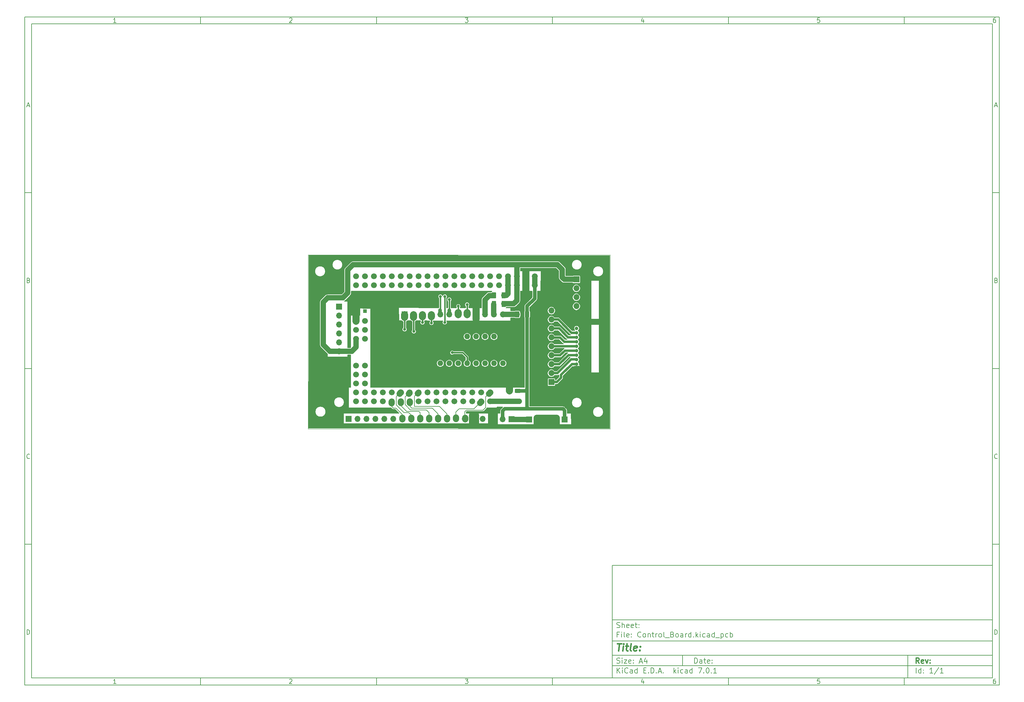
<source format=gbr>
%TF.GenerationSoftware,KiCad,Pcbnew,7.0.1*%
%TF.CreationDate,2023-11-03T16:51:15+00:00*%
%TF.ProjectId,Control_Board,436f6e74-726f-46c5-9f42-6f6172642e6b,rev?*%
%TF.SameCoordinates,Original*%
%TF.FileFunction,Copper,L2,Bot*%
%TF.FilePolarity,Positive*%
%FSLAX45Y45*%
G04 Gerber Fmt 4.5, Leading zero omitted, Abs format (unit mm)*
G04 Created by KiCad (PCBNEW 7.0.1) date 2023-11-03 16:51:15*
%MOMM*%
%LPD*%
G01*
G04 APERTURE LIST*
G04 Aperture macros list*
%AMRoundRect*
0 Rectangle with rounded corners*
0 $1 Rounding radius*
0 $2 $3 $4 $5 $6 $7 $8 $9 X,Y pos of 4 corners*
0 Add a 4 corners polygon primitive as box body*
4,1,4,$2,$3,$4,$5,$6,$7,$8,$9,$2,$3,0*
0 Add four circle primitives for the rounded corners*
1,1,$1+$1,$2,$3*
1,1,$1+$1,$4,$5*
1,1,$1+$1,$6,$7*
1,1,$1+$1,$8,$9*
0 Add four rect primitives between the rounded corners*
20,1,$1+$1,$2,$3,$4,$5,0*
20,1,$1+$1,$4,$5,$6,$7,0*
20,1,$1+$1,$6,$7,$8,$9,0*
20,1,$1+$1,$8,$9,$2,$3,0*%
G04 Aperture macros list end*
%ADD10C,0.100000*%
%ADD11C,0.150000*%
%ADD12C,0.300000*%
%ADD13C,0.400000*%
%TA.AperFunction,ComponentPad*%
%ADD14R,1.700000X1.700000*%
%TD*%
%TA.AperFunction,ComponentPad*%
%ADD15O,1.700000X1.700000*%
%TD*%
%TA.AperFunction,ComponentPad*%
%ADD16R,1.000000X1.000000*%
%TD*%
%TA.AperFunction,ComponentPad*%
%ADD17O,1.000000X1.000000*%
%TD*%
%TA.AperFunction,ComponentPad*%
%ADD18C,1.676400*%
%TD*%
%TA.AperFunction,ComponentPad*%
%ADD19R,1.600000X1.600000*%
%TD*%
%TA.AperFunction,ComponentPad*%
%ADD20O,1.600000X1.600000*%
%TD*%
%TA.AperFunction,SMDPad,CuDef*%
%ADD21RoundRect,0.250000X-0.625000X0.312500X-0.625000X-0.312500X0.625000X-0.312500X0.625000X0.312500X0*%
%TD*%
%TA.AperFunction,SMDPad,CuDef*%
%ADD22RoundRect,0.250000X-0.375000X-0.625000X0.375000X-0.625000X0.375000X0.625000X-0.375000X0.625000X0*%
%TD*%
%TA.AperFunction,SMDPad,CuDef*%
%ADD23RoundRect,0.250000X0.625000X-0.312500X0.625000X0.312500X-0.625000X0.312500X-0.625000X-0.312500X0*%
%TD*%
%TA.AperFunction,ViaPad*%
%ADD24C,0.800000*%
%TD*%
%TA.AperFunction,Conductor*%
%ADD25C,1.800000*%
%TD*%
%TA.AperFunction,Conductor*%
%ADD26C,1.500000*%
%TD*%
%TA.AperFunction,Conductor*%
%ADD27C,2.000000*%
%TD*%
%TA.AperFunction,Conductor*%
%ADD28C,0.200000*%
%TD*%
%TA.AperFunction,Conductor*%
%ADD29C,1.000000*%
%TD*%
%TA.AperFunction,Conductor*%
%ADD30C,0.800000*%
%TD*%
%TA.AperFunction,Conductor*%
%ADD31C,0.400000*%
%TD*%
%TA.AperFunction,Conductor*%
%ADD32C,0.700000*%
%TD*%
%TA.AperFunction,Profile*%
%ADD33C,0.200000*%
%TD*%
%TA.AperFunction,Profile*%
%ADD34C,0.100000*%
%TD*%
G04 APERTURE END LIST*
D10*
D11*
X17700220Y-16600720D02*
X28500220Y-16600720D01*
X28500220Y-19800720D01*
X17700220Y-19800720D01*
X17700220Y-16600720D01*
D10*
D11*
X1000000Y-1000000D02*
X28700220Y-1000000D01*
X28700220Y-20000720D01*
X1000000Y-20000720D01*
X1000000Y-1000000D01*
D10*
D11*
X1200000Y-1200000D02*
X28500220Y-1200000D01*
X28500220Y-19800720D01*
X1200000Y-19800720D01*
X1200000Y-1200000D01*
D10*
D11*
X6000000Y-1200000D02*
X6000000Y-1000000D01*
D10*
D11*
X11000000Y-1200000D02*
X11000000Y-1000000D01*
D10*
D11*
X16000000Y-1200000D02*
X16000000Y-1000000D01*
D10*
D11*
X21000000Y-1200000D02*
X21000000Y-1000000D01*
D10*
D11*
X26000000Y-1200000D02*
X26000000Y-1000000D01*
D10*
D11*
X3599048Y-1160140D02*
X3524762Y-1160140D01*
X3561905Y-1160140D02*
X3561905Y-1030140D01*
X3561905Y-1030140D02*
X3549524Y-1048712D01*
X3549524Y-1048712D02*
X3537143Y-1061093D01*
X3537143Y-1061093D02*
X3524762Y-1067283D01*
D10*
D11*
X8524762Y-1042521D02*
X8530952Y-1036331D01*
X8530952Y-1036331D02*
X8543333Y-1030140D01*
X8543333Y-1030140D02*
X8574286Y-1030140D01*
X8574286Y-1030140D02*
X8586667Y-1036331D01*
X8586667Y-1036331D02*
X8592857Y-1042521D01*
X8592857Y-1042521D02*
X8599048Y-1054902D01*
X8599048Y-1054902D02*
X8599048Y-1067283D01*
X8599048Y-1067283D02*
X8592857Y-1085855D01*
X8592857Y-1085855D02*
X8518571Y-1160140D01*
X8518571Y-1160140D02*
X8599048Y-1160140D01*
D10*
D11*
X13518571Y-1030140D02*
X13599048Y-1030140D01*
X13599048Y-1030140D02*
X13555714Y-1079664D01*
X13555714Y-1079664D02*
X13574286Y-1079664D01*
X13574286Y-1079664D02*
X13586667Y-1085855D01*
X13586667Y-1085855D02*
X13592857Y-1092045D01*
X13592857Y-1092045D02*
X13599048Y-1104426D01*
X13599048Y-1104426D02*
X13599048Y-1135379D01*
X13599048Y-1135379D02*
X13592857Y-1147760D01*
X13592857Y-1147760D02*
X13586667Y-1153950D01*
X13586667Y-1153950D02*
X13574286Y-1160140D01*
X13574286Y-1160140D02*
X13537143Y-1160140D01*
X13537143Y-1160140D02*
X13524762Y-1153950D01*
X13524762Y-1153950D02*
X13518571Y-1147760D01*
D10*
D11*
X18586667Y-1073474D02*
X18586667Y-1160140D01*
X18555714Y-1023950D02*
X18524762Y-1116807D01*
X18524762Y-1116807D02*
X18605238Y-1116807D01*
D10*
D11*
X23592857Y-1030140D02*
X23530952Y-1030140D01*
X23530952Y-1030140D02*
X23524762Y-1092045D01*
X23524762Y-1092045D02*
X23530952Y-1085855D01*
X23530952Y-1085855D02*
X23543333Y-1079664D01*
X23543333Y-1079664D02*
X23574286Y-1079664D01*
X23574286Y-1079664D02*
X23586667Y-1085855D01*
X23586667Y-1085855D02*
X23592857Y-1092045D01*
X23592857Y-1092045D02*
X23599048Y-1104426D01*
X23599048Y-1104426D02*
X23599048Y-1135379D01*
X23599048Y-1135379D02*
X23592857Y-1147760D01*
X23592857Y-1147760D02*
X23586667Y-1153950D01*
X23586667Y-1153950D02*
X23574286Y-1160140D01*
X23574286Y-1160140D02*
X23543333Y-1160140D01*
X23543333Y-1160140D02*
X23530952Y-1153950D01*
X23530952Y-1153950D02*
X23524762Y-1147760D01*
D10*
D11*
X28586667Y-1030140D02*
X28561905Y-1030140D01*
X28561905Y-1030140D02*
X28549524Y-1036331D01*
X28549524Y-1036331D02*
X28543333Y-1042521D01*
X28543333Y-1042521D02*
X28530952Y-1061093D01*
X28530952Y-1061093D02*
X28524762Y-1085855D01*
X28524762Y-1085855D02*
X28524762Y-1135379D01*
X28524762Y-1135379D02*
X28530952Y-1147760D01*
X28530952Y-1147760D02*
X28537143Y-1153950D01*
X28537143Y-1153950D02*
X28549524Y-1160140D01*
X28549524Y-1160140D02*
X28574286Y-1160140D01*
X28574286Y-1160140D02*
X28586667Y-1153950D01*
X28586667Y-1153950D02*
X28592857Y-1147760D01*
X28592857Y-1147760D02*
X28599048Y-1135379D01*
X28599048Y-1135379D02*
X28599048Y-1104426D01*
X28599048Y-1104426D02*
X28592857Y-1092045D01*
X28592857Y-1092045D02*
X28586667Y-1085855D01*
X28586667Y-1085855D02*
X28574286Y-1079664D01*
X28574286Y-1079664D02*
X28549524Y-1079664D01*
X28549524Y-1079664D02*
X28537143Y-1085855D01*
X28537143Y-1085855D02*
X28530952Y-1092045D01*
X28530952Y-1092045D02*
X28524762Y-1104426D01*
D10*
D11*
X6000000Y-19800720D02*
X6000000Y-20000720D01*
D10*
D11*
X11000000Y-19800720D02*
X11000000Y-20000720D01*
D10*
D11*
X16000000Y-19800720D02*
X16000000Y-20000720D01*
D10*
D11*
X21000000Y-19800720D02*
X21000000Y-20000720D01*
D10*
D11*
X26000000Y-19800720D02*
X26000000Y-20000720D01*
D10*
D11*
X3599048Y-19960860D02*
X3524762Y-19960860D01*
X3561905Y-19960860D02*
X3561905Y-19830860D01*
X3561905Y-19830860D02*
X3549524Y-19849432D01*
X3549524Y-19849432D02*
X3537143Y-19861813D01*
X3537143Y-19861813D02*
X3524762Y-19868003D01*
D10*
D11*
X8524762Y-19843241D02*
X8530952Y-19837051D01*
X8530952Y-19837051D02*
X8543333Y-19830860D01*
X8543333Y-19830860D02*
X8574286Y-19830860D01*
X8574286Y-19830860D02*
X8586667Y-19837051D01*
X8586667Y-19837051D02*
X8592857Y-19843241D01*
X8592857Y-19843241D02*
X8599048Y-19855622D01*
X8599048Y-19855622D02*
X8599048Y-19868003D01*
X8599048Y-19868003D02*
X8592857Y-19886575D01*
X8592857Y-19886575D02*
X8518571Y-19960860D01*
X8518571Y-19960860D02*
X8599048Y-19960860D01*
D10*
D11*
X13518571Y-19830860D02*
X13599048Y-19830860D01*
X13599048Y-19830860D02*
X13555714Y-19880384D01*
X13555714Y-19880384D02*
X13574286Y-19880384D01*
X13574286Y-19880384D02*
X13586667Y-19886575D01*
X13586667Y-19886575D02*
X13592857Y-19892765D01*
X13592857Y-19892765D02*
X13599048Y-19905146D01*
X13599048Y-19905146D02*
X13599048Y-19936099D01*
X13599048Y-19936099D02*
X13592857Y-19948480D01*
X13592857Y-19948480D02*
X13586667Y-19954670D01*
X13586667Y-19954670D02*
X13574286Y-19960860D01*
X13574286Y-19960860D02*
X13537143Y-19960860D01*
X13537143Y-19960860D02*
X13524762Y-19954670D01*
X13524762Y-19954670D02*
X13518571Y-19948480D01*
D10*
D11*
X18586667Y-19874194D02*
X18586667Y-19960860D01*
X18555714Y-19824670D02*
X18524762Y-19917527D01*
X18524762Y-19917527D02*
X18605238Y-19917527D01*
D10*
D11*
X23592857Y-19830860D02*
X23530952Y-19830860D01*
X23530952Y-19830860D02*
X23524762Y-19892765D01*
X23524762Y-19892765D02*
X23530952Y-19886575D01*
X23530952Y-19886575D02*
X23543333Y-19880384D01*
X23543333Y-19880384D02*
X23574286Y-19880384D01*
X23574286Y-19880384D02*
X23586667Y-19886575D01*
X23586667Y-19886575D02*
X23592857Y-19892765D01*
X23592857Y-19892765D02*
X23599048Y-19905146D01*
X23599048Y-19905146D02*
X23599048Y-19936099D01*
X23599048Y-19936099D02*
X23592857Y-19948480D01*
X23592857Y-19948480D02*
X23586667Y-19954670D01*
X23586667Y-19954670D02*
X23574286Y-19960860D01*
X23574286Y-19960860D02*
X23543333Y-19960860D01*
X23543333Y-19960860D02*
X23530952Y-19954670D01*
X23530952Y-19954670D02*
X23524762Y-19948480D01*
D10*
D11*
X28586667Y-19830860D02*
X28561905Y-19830860D01*
X28561905Y-19830860D02*
X28549524Y-19837051D01*
X28549524Y-19837051D02*
X28543333Y-19843241D01*
X28543333Y-19843241D02*
X28530952Y-19861813D01*
X28530952Y-19861813D02*
X28524762Y-19886575D01*
X28524762Y-19886575D02*
X28524762Y-19936099D01*
X28524762Y-19936099D02*
X28530952Y-19948480D01*
X28530952Y-19948480D02*
X28537143Y-19954670D01*
X28537143Y-19954670D02*
X28549524Y-19960860D01*
X28549524Y-19960860D02*
X28574286Y-19960860D01*
X28574286Y-19960860D02*
X28586667Y-19954670D01*
X28586667Y-19954670D02*
X28592857Y-19948480D01*
X28592857Y-19948480D02*
X28599048Y-19936099D01*
X28599048Y-19936099D02*
X28599048Y-19905146D01*
X28599048Y-19905146D02*
X28592857Y-19892765D01*
X28592857Y-19892765D02*
X28586667Y-19886575D01*
X28586667Y-19886575D02*
X28574286Y-19880384D01*
X28574286Y-19880384D02*
X28549524Y-19880384D01*
X28549524Y-19880384D02*
X28537143Y-19886575D01*
X28537143Y-19886575D02*
X28530952Y-19892765D01*
X28530952Y-19892765D02*
X28524762Y-19905146D01*
D10*
D11*
X1000000Y-6000000D02*
X1200000Y-6000000D01*
D10*
D11*
X1000000Y-11000000D02*
X1200000Y-11000000D01*
D10*
D11*
X1000000Y-16000000D02*
X1200000Y-16000000D01*
D10*
D11*
X1069048Y-3522998D02*
X1130952Y-3522998D01*
X1056667Y-3560140D02*
X1100000Y-3430140D01*
X1100000Y-3430140D02*
X1143333Y-3560140D01*
D10*
D11*
X1109286Y-8492045D02*
X1127857Y-8498236D01*
X1127857Y-8498236D02*
X1134048Y-8504426D01*
X1134048Y-8504426D02*
X1140238Y-8516807D01*
X1140238Y-8516807D02*
X1140238Y-8535379D01*
X1140238Y-8535379D02*
X1134048Y-8547760D01*
X1134048Y-8547760D02*
X1127857Y-8553950D01*
X1127857Y-8553950D02*
X1115476Y-8560140D01*
X1115476Y-8560140D02*
X1065952Y-8560140D01*
X1065952Y-8560140D02*
X1065952Y-8430140D01*
X1065952Y-8430140D02*
X1109286Y-8430140D01*
X1109286Y-8430140D02*
X1121667Y-8436331D01*
X1121667Y-8436331D02*
X1127857Y-8442521D01*
X1127857Y-8442521D02*
X1134048Y-8454902D01*
X1134048Y-8454902D02*
X1134048Y-8467283D01*
X1134048Y-8467283D02*
X1127857Y-8479664D01*
X1127857Y-8479664D02*
X1121667Y-8485855D01*
X1121667Y-8485855D02*
X1109286Y-8492045D01*
X1109286Y-8492045D02*
X1065952Y-8492045D01*
D10*
D11*
X1140238Y-13547759D02*
X1134048Y-13553950D01*
X1134048Y-13553950D02*
X1115476Y-13560140D01*
X1115476Y-13560140D02*
X1103095Y-13560140D01*
X1103095Y-13560140D02*
X1084524Y-13553950D01*
X1084524Y-13553950D02*
X1072143Y-13541569D01*
X1072143Y-13541569D02*
X1065952Y-13529188D01*
X1065952Y-13529188D02*
X1059762Y-13504426D01*
X1059762Y-13504426D02*
X1059762Y-13485855D01*
X1059762Y-13485855D02*
X1065952Y-13461093D01*
X1065952Y-13461093D02*
X1072143Y-13448712D01*
X1072143Y-13448712D02*
X1084524Y-13436331D01*
X1084524Y-13436331D02*
X1103095Y-13430140D01*
X1103095Y-13430140D02*
X1115476Y-13430140D01*
X1115476Y-13430140D02*
X1134048Y-13436331D01*
X1134048Y-13436331D02*
X1140238Y-13442521D01*
D10*
D11*
X1065952Y-18560140D02*
X1065952Y-18430140D01*
X1065952Y-18430140D02*
X1096905Y-18430140D01*
X1096905Y-18430140D02*
X1115476Y-18436331D01*
X1115476Y-18436331D02*
X1127857Y-18448712D01*
X1127857Y-18448712D02*
X1134048Y-18461093D01*
X1134048Y-18461093D02*
X1140238Y-18485855D01*
X1140238Y-18485855D02*
X1140238Y-18504426D01*
X1140238Y-18504426D02*
X1134048Y-18529188D01*
X1134048Y-18529188D02*
X1127857Y-18541569D01*
X1127857Y-18541569D02*
X1115476Y-18553950D01*
X1115476Y-18553950D02*
X1096905Y-18560140D01*
X1096905Y-18560140D02*
X1065952Y-18560140D01*
D10*
D11*
X28700220Y-6000000D02*
X28500220Y-6000000D01*
D10*
D11*
X28700220Y-11000000D02*
X28500220Y-11000000D01*
D10*
D11*
X28700220Y-16000000D02*
X28500220Y-16000000D01*
D10*
D11*
X28569268Y-3522998D02*
X28631172Y-3522998D01*
X28556887Y-3560140D02*
X28600220Y-3430140D01*
X28600220Y-3430140D02*
X28643553Y-3560140D01*
D10*
D11*
X28609506Y-8492045D02*
X28628077Y-8498236D01*
X28628077Y-8498236D02*
X28634268Y-8504426D01*
X28634268Y-8504426D02*
X28640458Y-8516807D01*
X28640458Y-8516807D02*
X28640458Y-8535379D01*
X28640458Y-8535379D02*
X28634268Y-8547760D01*
X28634268Y-8547760D02*
X28628077Y-8553950D01*
X28628077Y-8553950D02*
X28615696Y-8560140D01*
X28615696Y-8560140D02*
X28566172Y-8560140D01*
X28566172Y-8560140D02*
X28566172Y-8430140D01*
X28566172Y-8430140D02*
X28609506Y-8430140D01*
X28609506Y-8430140D02*
X28621887Y-8436331D01*
X28621887Y-8436331D02*
X28628077Y-8442521D01*
X28628077Y-8442521D02*
X28634268Y-8454902D01*
X28634268Y-8454902D02*
X28634268Y-8467283D01*
X28634268Y-8467283D02*
X28628077Y-8479664D01*
X28628077Y-8479664D02*
X28621887Y-8485855D01*
X28621887Y-8485855D02*
X28609506Y-8492045D01*
X28609506Y-8492045D02*
X28566172Y-8492045D01*
D10*
D11*
X28640458Y-13547759D02*
X28634268Y-13553950D01*
X28634268Y-13553950D02*
X28615696Y-13560140D01*
X28615696Y-13560140D02*
X28603315Y-13560140D01*
X28603315Y-13560140D02*
X28584744Y-13553950D01*
X28584744Y-13553950D02*
X28572363Y-13541569D01*
X28572363Y-13541569D02*
X28566172Y-13529188D01*
X28566172Y-13529188D02*
X28559982Y-13504426D01*
X28559982Y-13504426D02*
X28559982Y-13485855D01*
X28559982Y-13485855D02*
X28566172Y-13461093D01*
X28566172Y-13461093D02*
X28572363Y-13448712D01*
X28572363Y-13448712D02*
X28584744Y-13436331D01*
X28584744Y-13436331D02*
X28603315Y-13430140D01*
X28603315Y-13430140D02*
X28615696Y-13430140D01*
X28615696Y-13430140D02*
X28634268Y-13436331D01*
X28634268Y-13436331D02*
X28640458Y-13442521D01*
D10*
D11*
X28566172Y-18560140D02*
X28566172Y-18430140D01*
X28566172Y-18430140D02*
X28597125Y-18430140D01*
X28597125Y-18430140D02*
X28615696Y-18436331D01*
X28615696Y-18436331D02*
X28628077Y-18448712D01*
X28628077Y-18448712D02*
X28634268Y-18461093D01*
X28634268Y-18461093D02*
X28640458Y-18485855D01*
X28640458Y-18485855D02*
X28640458Y-18504426D01*
X28640458Y-18504426D02*
X28634268Y-18529188D01*
X28634268Y-18529188D02*
X28628077Y-18541569D01*
X28628077Y-18541569D02*
X28615696Y-18553950D01*
X28615696Y-18553950D02*
X28597125Y-18560140D01*
X28597125Y-18560140D02*
X28566172Y-18560140D01*
D10*
D11*
X20035934Y-19380113D02*
X20035934Y-19230113D01*
X20035934Y-19230113D02*
X20071649Y-19230113D01*
X20071649Y-19230113D02*
X20093077Y-19237256D01*
X20093077Y-19237256D02*
X20107363Y-19251541D01*
X20107363Y-19251541D02*
X20114506Y-19265827D01*
X20114506Y-19265827D02*
X20121649Y-19294399D01*
X20121649Y-19294399D02*
X20121649Y-19315827D01*
X20121649Y-19315827D02*
X20114506Y-19344399D01*
X20114506Y-19344399D02*
X20107363Y-19358684D01*
X20107363Y-19358684D02*
X20093077Y-19372970D01*
X20093077Y-19372970D02*
X20071649Y-19380113D01*
X20071649Y-19380113D02*
X20035934Y-19380113D01*
X20250220Y-19380113D02*
X20250220Y-19301541D01*
X20250220Y-19301541D02*
X20243077Y-19287256D01*
X20243077Y-19287256D02*
X20228791Y-19280113D01*
X20228791Y-19280113D02*
X20200220Y-19280113D01*
X20200220Y-19280113D02*
X20185934Y-19287256D01*
X20250220Y-19372970D02*
X20235934Y-19380113D01*
X20235934Y-19380113D02*
X20200220Y-19380113D01*
X20200220Y-19380113D02*
X20185934Y-19372970D01*
X20185934Y-19372970D02*
X20178791Y-19358684D01*
X20178791Y-19358684D02*
X20178791Y-19344399D01*
X20178791Y-19344399D02*
X20185934Y-19330113D01*
X20185934Y-19330113D02*
X20200220Y-19322970D01*
X20200220Y-19322970D02*
X20235934Y-19322970D01*
X20235934Y-19322970D02*
X20250220Y-19315827D01*
X20300220Y-19280113D02*
X20357363Y-19280113D01*
X20321649Y-19230113D02*
X20321649Y-19358684D01*
X20321649Y-19358684D02*
X20328791Y-19372970D01*
X20328791Y-19372970D02*
X20343077Y-19380113D01*
X20343077Y-19380113D02*
X20357363Y-19380113D01*
X20464506Y-19372970D02*
X20450220Y-19380113D01*
X20450220Y-19380113D02*
X20421649Y-19380113D01*
X20421649Y-19380113D02*
X20407363Y-19372970D01*
X20407363Y-19372970D02*
X20400220Y-19358684D01*
X20400220Y-19358684D02*
X20400220Y-19301541D01*
X20400220Y-19301541D02*
X20407363Y-19287256D01*
X20407363Y-19287256D02*
X20421649Y-19280113D01*
X20421649Y-19280113D02*
X20450220Y-19280113D01*
X20450220Y-19280113D02*
X20464506Y-19287256D01*
X20464506Y-19287256D02*
X20471649Y-19301541D01*
X20471649Y-19301541D02*
X20471649Y-19315827D01*
X20471649Y-19315827D02*
X20400220Y-19330113D01*
X20535934Y-19365827D02*
X20543077Y-19372970D01*
X20543077Y-19372970D02*
X20535934Y-19380113D01*
X20535934Y-19380113D02*
X20528791Y-19372970D01*
X20528791Y-19372970D02*
X20535934Y-19365827D01*
X20535934Y-19365827D02*
X20535934Y-19380113D01*
X20535934Y-19287256D02*
X20543077Y-19294399D01*
X20543077Y-19294399D02*
X20535934Y-19301541D01*
X20535934Y-19301541D02*
X20528791Y-19294399D01*
X20528791Y-19294399D02*
X20535934Y-19287256D01*
X20535934Y-19287256D02*
X20535934Y-19301541D01*
D10*
D11*
X17700220Y-19450720D02*
X28500220Y-19450720D01*
D10*
D11*
X17835934Y-19660113D02*
X17835934Y-19510113D01*
X17921649Y-19660113D02*
X17857363Y-19574399D01*
X17921649Y-19510113D02*
X17835934Y-19595827D01*
X17985934Y-19660113D02*
X17985934Y-19560113D01*
X17985934Y-19510113D02*
X17978791Y-19517256D01*
X17978791Y-19517256D02*
X17985934Y-19524399D01*
X17985934Y-19524399D02*
X17993077Y-19517256D01*
X17993077Y-19517256D02*
X17985934Y-19510113D01*
X17985934Y-19510113D02*
X17985934Y-19524399D01*
X18143077Y-19645827D02*
X18135934Y-19652970D01*
X18135934Y-19652970D02*
X18114506Y-19660113D01*
X18114506Y-19660113D02*
X18100220Y-19660113D01*
X18100220Y-19660113D02*
X18078791Y-19652970D01*
X18078791Y-19652970D02*
X18064506Y-19638684D01*
X18064506Y-19638684D02*
X18057363Y-19624399D01*
X18057363Y-19624399D02*
X18050220Y-19595827D01*
X18050220Y-19595827D02*
X18050220Y-19574399D01*
X18050220Y-19574399D02*
X18057363Y-19545827D01*
X18057363Y-19545827D02*
X18064506Y-19531541D01*
X18064506Y-19531541D02*
X18078791Y-19517256D01*
X18078791Y-19517256D02*
X18100220Y-19510113D01*
X18100220Y-19510113D02*
X18114506Y-19510113D01*
X18114506Y-19510113D02*
X18135934Y-19517256D01*
X18135934Y-19517256D02*
X18143077Y-19524399D01*
X18271649Y-19660113D02*
X18271649Y-19581541D01*
X18271649Y-19581541D02*
X18264506Y-19567256D01*
X18264506Y-19567256D02*
X18250220Y-19560113D01*
X18250220Y-19560113D02*
X18221649Y-19560113D01*
X18221649Y-19560113D02*
X18207363Y-19567256D01*
X18271649Y-19652970D02*
X18257363Y-19660113D01*
X18257363Y-19660113D02*
X18221649Y-19660113D01*
X18221649Y-19660113D02*
X18207363Y-19652970D01*
X18207363Y-19652970D02*
X18200220Y-19638684D01*
X18200220Y-19638684D02*
X18200220Y-19624399D01*
X18200220Y-19624399D02*
X18207363Y-19610113D01*
X18207363Y-19610113D02*
X18221649Y-19602970D01*
X18221649Y-19602970D02*
X18257363Y-19602970D01*
X18257363Y-19602970D02*
X18271649Y-19595827D01*
X18407363Y-19660113D02*
X18407363Y-19510113D01*
X18407363Y-19652970D02*
X18393077Y-19660113D01*
X18393077Y-19660113D02*
X18364506Y-19660113D01*
X18364506Y-19660113D02*
X18350220Y-19652970D01*
X18350220Y-19652970D02*
X18343077Y-19645827D01*
X18343077Y-19645827D02*
X18335934Y-19631541D01*
X18335934Y-19631541D02*
X18335934Y-19588684D01*
X18335934Y-19588684D02*
X18343077Y-19574399D01*
X18343077Y-19574399D02*
X18350220Y-19567256D01*
X18350220Y-19567256D02*
X18364506Y-19560113D01*
X18364506Y-19560113D02*
X18393077Y-19560113D01*
X18393077Y-19560113D02*
X18407363Y-19567256D01*
X18593077Y-19581541D02*
X18643077Y-19581541D01*
X18664506Y-19660113D02*
X18593077Y-19660113D01*
X18593077Y-19660113D02*
X18593077Y-19510113D01*
X18593077Y-19510113D02*
X18664506Y-19510113D01*
X18728791Y-19645827D02*
X18735934Y-19652970D01*
X18735934Y-19652970D02*
X18728791Y-19660113D01*
X18728791Y-19660113D02*
X18721649Y-19652970D01*
X18721649Y-19652970D02*
X18728791Y-19645827D01*
X18728791Y-19645827D02*
X18728791Y-19660113D01*
X18800220Y-19660113D02*
X18800220Y-19510113D01*
X18800220Y-19510113D02*
X18835934Y-19510113D01*
X18835934Y-19510113D02*
X18857363Y-19517256D01*
X18857363Y-19517256D02*
X18871649Y-19531541D01*
X18871649Y-19531541D02*
X18878792Y-19545827D01*
X18878792Y-19545827D02*
X18885934Y-19574399D01*
X18885934Y-19574399D02*
X18885934Y-19595827D01*
X18885934Y-19595827D02*
X18878792Y-19624399D01*
X18878792Y-19624399D02*
X18871649Y-19638684D01*
X18871649Y-19638684D02*
X18857363Y-19652970D01*
X18857363Y-19652970D02*
X18835934Y-19660113D01*
X18835934Y-19660113D02*
X18800220Y-19660113D01*
X18950220Y-19645827D02*
X18957363Y-19652970D01*
X18957363Y-19652970D02*
X18950220Y-19660113D01*
X18950220Y-19660113D02*
X18943077Y-19652970D01*
X18943077Y-19652970D02*
X18950220Y-19645827D01*
X18950220Y-19645827D02*
X18950220Y-19660113D01*
X19014506Y-19617256D02*
X19085934Y-19617256D01*
X19000220Y-19660113D02*
X19050220Y-19510113D01*
X19050220Y-19510113D02*
X19100220Y-19660113D01*
X19150220Y-19645827D02*
X19157363Y-19652970D01*
X19157363Y-19652970D02*
X19150220Y-19660113D01*
X19150220Y-19660113D02*
X19143077Y-19652970D01*
X19143077Y-19652970D02*
X19150220Y-19645827D01*
X19150220Y-19645827D02*
X19150220Y-19660113D01*
X19450220Y-19660113D02*
X19450220Y-19510113D01*
X19464506Y-19602970D02*
X19507363Y-19660113D01*
X19507363Y-19560113D02*
X19450220Y-19617256D01*
X19571649Y-19660113D02*
X19571649Y-19560113D01*
X19571649Y-19510113D02*
X19564506Y-19517256D01*
X19564506Y-19517256D02*
X19571649Y-19524399D01*
X19571649Y-19524399D02*
X19578792Y-19517256D01*
X19578792Y-19517256D02*
X19571649Y-19510113D01*
X19571649Y-19510113D02*
X19571649Y-19524399D01*
X19707363Y-19652970D02*
X19693077Y-19660113D01*
X19693077Y-19660113D02*
X19664506Y-19660113D01*
X19664506Y-19660113D02*
X19650220Y-19652970D01*
X19650220Y-19652970D02*
X19643077Y-19645827D01*
X19643077Y-19645827D02*
X19635934Y-19631541D01*
X19635934Y-19631541D02*
X19635934Y-19588684D01*
X19635934Y-19588684D02*
X19643077Y-19574399D01*
X19643077Y-19574399D02*
X19650220Y-19567256D01*
X19650220Y-19567256D02*
X19664506Y-19560113D01*
X19664506Y-19560113D02*
X19693077Y-19560113D01*
X19693077Y-19560113D02*
X19707363Y-19567256D01*
X19835934Y-19660113D02*
X19835934Y-19581541D01*
X19835934Y-19581541D02*
X19828792Y-19567256D01*
X19828792Y-19567256D02*
X19814506Y-19560113D01*
X19814506Y-19560113D02*
X19785934Y-19560113D01*
X19785934Y-19560113D02*
X19771649Y-19567256D01*
X19835934Y-19652970D02*
X19821649Y-19660113D01*
X19821649Y-19660113D02*
X19785934Y-19660113D01*
X19785934Y-19660113D02*
X19771649Y-19652970D01*
X19771649Y-19652970D02*
X19764506Y-19638684D01*
X19764506Y-19638684D02*
X19764506Y-19624399D01*
X19764506Y-19624399D02*
X19771649Y-19610113D01*
X19771649Y-19610113D02*
X19785934Y-19602970D01*
X19785934Y-19602970D02*
X19821649Y-19602970D01*
X19821649Y-19602970D02*
X19835934Y-19595827D01*
X19971649Y-19660113D02*
X19971649Y-19510113D01*
X19971649Y-19652970D02*
X19957363Y-19660113D01*
X19957363Y-19660113D02*
X19928792Y-19660113D01*
X19928792Y-19660113D02*
X19914506Y-19652970D01*
X19914506Y-19652970D02*
X19907363Y-19645827D01*
X19907363Y-19645827D02*
X19900220Y-19631541D01*
X19900220Y-19631541D02*
X19900220Y-19588684D01*
X19900220Y-19588684D02*
X19907363Y-19574399D01*
X19907363Y-19574399D02*
X19914506Y-19567256D01*
X19914506Y-19567256D02*
X19928792Y-19560113D01*
X19928792Y-19560113D02*
X19957363Y-19560113D01*
X19957363Y-19560113D02*
X19971649Y-19567256D01*
X20143077Y-19510113D02*
X20243077Y-19510113D01*
X20243077Y-19510113D02*
X20178792Y-19660113D01*
X20300220Y-19645827D02*
X20307363Y-19652970D01*
X20307363Y-19652970D02*
X20300220Y-19660113D01*
X20300220Y-19660113D02*
X20293077Y-19652970D01*
X20293077Y-19652970D02*
X20300220Y-19645827D01*
X20300220Y-19645827D02*
X20300220Y-19660113D01*
X20400220Y-19510113D02*
X20414506Y-19510113D01*
X20414506Y-19510113D02*
X20428792Y-19517256D01*
X20428792Y-19517256D02*
X20435934Y-19524399D01*
X20435934Y-19524399D02*
X20443077Y-19538684D01*
X20443077Y-19538684D02*
X20450220Y-19567256D01*
X20450220Y-19567256D02*
X20450220Y-19602970D01*
X20450220Y-19602970D02*
X20443077Y-19631541D01*
X20443077Y-19631541D02*
X20435934Y-19645827D01*
X20435934Y-19645827D02*
X20428792Y-19652970D01*
X20428792Y-19652970D02*
X20414506Y-19660113D01*
X20414506Y-19660113D02*
X20400220Y-19660113D01*
X20400220Y-19660113D02*
X20385934Y-19652970D01*
X20385934Y-19652970D02*
X20378792Y-19645827D01*
X20378792Y-19645827D02*
X20371649Y-19631541D01*
X20371649Y-19631541D02*
X20364506Y-19602970D01*
X20364506Y-19602970D02*
X20364506Y-19567256D01*
X20364506Y-19567256D02*
X20371649Y-19538684D01*
X20371649Y-19538684D02*
X20378792Y-19524399D01*
X20378792Y-19524399D02*
X20385934Y-19517256D01*
X20385934Y-19517256D02*
X20400220Y-19510113D01*
X20514506Y-19645827D02*
X20521649Y-19652970D01*
X20521649Y-19652970D02*
X20514506Y-19660113D01*
X20514506Y-19660113D02*
X20507363Y-19652970D01*
X20507363Y-19652970D02*
X20514506Y-19645827D01*
X20514506Y-19645827D02*
X20514506Y-19660113D01*
X20664506Y-19660113D02*
X20578792Y-19660113D01*
X20621649Y-19660113D02*
X20621649Y-19510113D01*
X20621649Y-19510113D02*
X20607363Y-19531541D01*
X20607363Y-19531541D02*
X20593077Y-19545827D01*
X20593077Y-19545827D02*
X20578792Y-19552970D01*
D10*
D11*
X17700220Y-19150720D02*
X28500220Y-19150720D01*
D10*
D12*
X26421648Y-19380113D02*
X26371648Y-19308684D01*
X26335934Y-19380113D02*
X26335934Y-19230113D01*
X26335934Y-19230113D02*
X26393077Y-19230113D01*
X26393077Y-19230113D02*
X26407363Y-19237256D01*
X26407363Y-19237256D02*
X26414506Y-19244399D01*
X26414506Y-19244399D02*
X26421648Y-19258684D01*
X26421648Y-19258684D02*
X26421648Y-19280113D01*
X26421648Y-19280113D02*
X26414506Y-19294399D01*
X26414506Y-19294399D02*
X26407363Y-19301541D01*
X26407363Y-19301541D02*
X26393077Y-19308684D01*
X26393077Y-19308684D02*
X26335934Y-19308684D01*
X26543077Y-19372970D02*
X26528791Y-19380113D01*
X26528791Y-19380113D02*
X26500220Y-19380113D01*
X26500220Y-19380113D02*
X26485934Y-19372970D01*
X26485934Y-19372970D02*
X26478791Y-19358684D01*
X26478791Y-19358684D02*
X26478791Y-19301541D01*
X26478791Y-19301541D02*
X26485934Y-19287256D01*
X26485934Y-19287256D02*
X26500220Y-19280113D01*
X26500220Y-19280113D02*
X26528791Y-19280113D01*
X26528791Y-19280113D02*
X26543077Y-19287256D01*
X26543077Y-19287256D02*
X26550220Y-19301541D01*
X26550220Y-19301541D02*
X26550220Y-19315827D01*
X26550220Y-19315827D02*
X26478791Y-19330113D01*
X26600220Y-19280113D02*
X26635934Y-19380113D01*
X26635934Y-19380113D02*
X26671648Y-19280113D01*
X26728791Y-19365827D02*
X26735934Y-19372970D01*
X26735934Y-19372970D02*
X26728791Y-19380113D01*
X26728791Y-19380113D02*
X26721648Y-19372970D01*
X26721648Y-19372970D02*
X26728791Y-19365827D01*
X26728791Y-19365827D02*
X26728791Y-19380113D01*
X26728791Y-19287256D02*
X26735934Y-19294399D01*
X26735934Y-19294399D02*
X26728791Y-19301541D01*
X26728791Y-19301541D02*
X26721648Y-19294399D01*
X26721648Y-19294399D02*
X26728791Y-19287256D01*
X26728791Y-19287256D02*
X26728791Y-19301541D01*
D10*
D11*
X17828791Y-19372970D02*
X17850220Y-19380113D01*
X17850220Y-19380113D02*
X17885934Y-19380113D01*
X17885934Y-19380113D02*
X17900220Y-19372970D01*
X17900220Y-19372970D02*
X17907363Y-19365827D01*
X17907363Y-19365827D02*
X17914506Y-19351541D01*
X17914506Y-19351541D02*
X17914506Y-19337256D01*
X17914506Y-19337256D02*
X17907363Y-19322970D01*
X17907363Y-19322970D02*
X17900220Y-19315827D01*
X17900220Y-19315827D02*
X17885934Y-19308684D01*
X17885934Y-19308684D02*
X17857363Y-19301541D01*
X17857363Y-19301541D02*
X17843077Y-19294399D01*
X17843077Y-19294399D02*
X17835934Y-19287256D01*
X17835934Y-19287256D02*
X17828791Y-19272970D01*
X17828791Y-19272970D02*
X17828791Y-19258684D01*
X17828791Y-19258684D02*
X17835934Y-19244399D01*
X17835934Y-19244399D02*
X17843077Y-19237256D01*
X17843077Y-19237256D02*
X17857363Y-19230113D01*
X17857363Y-19230113D02*
X17893077Y-19230113D01*
X17893077Y-19230113D02*
X17914506Y-19237256D01*
X17978791Y-19380113D02*
X17978791Y-19280113D01*
X17978791Y-19230113D02*
X17971649Y-19237256D01*
X17971649Y-19237256D02*
X17978791Y-19244399D01*
X17978791Y-19244399D02*
X17985934Y-19237256D01*
X17985934Y-19237256D02*
X17978791Y-19230113D01*
X17978791Y-19230113D02*
X17978791Y-19244399D01*
X18035934Y-19280113D02*
X18114506Y-19280113D01*
X18114506Y-19280113D02*
X18035934Y-19380113D01*
X18035934Y-19380113D02*
X18114506Y-19380113D01*
X18228791Y-19372970D02*
X18214506Y-19380113D01*
X18214506Y-19380113D02*
X18185934Y-19380113D01*
X18185934Y-19380113D02*
X18171649Y-19372970D01*
X18171649Y-19372970D02*
X18164506Y-19358684D01*
X18164506Y-19358684D02*
X18164506Y-19301541D01*
X18164506Y-19301541D02*
X18171649Y-19287256D01*
X18171649Y-19287256D02*
X18185934Y-19280113D01*
X18185934Y-19280113D02*
X18214506Y-19280113D01*
X18214506Y-19280113D02*
X18228791Y-19287256D01*
X18228791Y-19287256D02*
X18235934Y-19301541D01*
X18235934Y-19301541D02*
X18235934Y-19315827D01*
X18235934Y-19315827D02*
X18164506Y-19330113D01*
X18300220Y-19365827D02*
X18307363Y-19372970D01*
X18307363Y-19372970D02*
X18300220Y-19380113D01*
X18300220Y-19380113D02*
X18293077Y-19372970D01*
X18293077Y-19372970D02*
X18300220Y-19365827D01*
X18300220Y-19365827D02*
X18300220Y-19380113D01*
X18300220Y-19287256D02*
X18307363Y-19294399D01*
X18307363Y-19294399D02*
X18300220Y-19301541D01*
X18300220Y-19301541D02*
X18293077Y-19294399D01*
X18293077Y-19294399D02*
X18300220Y-19287256D01*
X18300220Y-19287256D02*
X18300220Y-19301541D01*
X18478791Y-19337256D02*
X18550220Y-19337256D01*
X18464506Y-19380113D02*
X18514506Y-19230113D01*
X18514506Y-19230113D02*
X18564506Y-19380113D01*
X18678791Y-19280113D02*
X18678791Y-19380113D01*
X18643077Y-19222970D02*
X18607363Y-19330113D01*
X18607363Y-19330113D02*
X18700220Y-19330113D01*
D10*
D11*
X26335934Y-19660113D02*
X26335934Y-19510113D01*
X26471649Y-19660113D02*
X26471649Y-19510113D01*
X26471649Y-19652970D02*
X26457363Y-19660113D01*
X26457363Y-19660113D02*
X26428791Y-19660113D01*
X26428791Y-19660113D02*
X26414506Y-19652970D01*
X26414506Y-19652970D02*
X26407363Y-19645827D01*
X26407363Y-19645827D02*
X26400220Y-19631541D01*
X26400220Y-19631541D02*
X26400220Y-19588684D01*
X26400220Y-19588684D02*
X26407363Y-19574399D01*
X26407363Y-19574399D02*
X26414506Y-19567256D01*
X26414506Y-19567256D02*
X26428791Y-19560113D01*
X26428791Y-19560113D02*
X26457363Y-19560113D01*
X26457363Y-19560113D02*
X26471649Y-19567256D01*
X26543077Y-19645827D02*
X26550220Y-19652970D01*
X26550220Y-19652970D02*
X26543077Y-19660113D01*
X26543077Y-19660113D02*
X26535934Y-19652970D01*
X26535934Y-19652970D02*
X26543077Y-19645827D01*
X26543077Y-19645827D02*
X26543077Y-19660113D01*
X26543077Y-19567256D02*
X26550220Y-19574399D01*
X26550220Y-19574399D02*
X26543077Y-19581541D01*
X26543077Y-19581541D02*
X26535934Y-19574399D01*
X26535934Y-19574399D02*
X26543077Y-19567256D01*
X26543077Y-19567256D02*
X26543077Y-19581541D01*
X26807363Y-19660113D02*
X26721649Y-19660113D01*
X26764506Y-19660113D02*
X26764506Y-19510113D01*
X26764506Y-19510113D02*
X26750220Y-19531541D01*
X26750220Y-19531541D02*
X26735934Y-19545827D01*
X26735934Y-19545827D02*
X26721649Y-19552970D01*
X26978791Y-19502970D02*
X26850220Y-19695827D01*
X27107363Y-19660113D02*
X27021649Y-19660113D01*
X27064506Y-19660113D02*
X27064506Y-19510113D01*
X27064506Y-19510113D02*
X27050220Y-19531541D01*
X27050220Y-19531541D02*
X27035934Y-19545827D01*
X27035934Y-19545827D02*
X27021649Y-19552970D01*
D10*
D11*
X17700220Y-18750720D02*
X28500220Y-18750720D01*
D10*
D13*
X17843077Y-18823244D02*
X17957363Y-18823244D01*
X17875220Y-19023244D02*
X17900220Y-18823244D01*
X17997839Y-19023244D02*
X18014506Y-18889910D01*
X18022839Y-18823244D02*
X18012125Y-18832768D01*
X18012125Y-18832768D02*
X18020458Y-18842291D01*
X18020458Y-18842291D02*
X18031172Y-18832768D01*
X18031172Y-18832768D02*
X18022839Y-18823244D01*
X18022839Y-18823244D02*
X18020458Y-18842291D01*
X18079982Y-18889910D02*
X18156172Y-18889910D01*
X18116887Y-18823244D02*
X18095458Y-18994672D01*
X18095458Y-18994672D02*
X18102601Y-19013720D01*
X18102601Y-19013720D02*
X18120458Y-19023244D01*
X18120458Y-19023244D02*
X18139506Y-19023244D01*
X18233553Y-19023244D02*
X18215696Y-19013720D01*
X18215696Y-19013720D02*
X18208553Y-18994672D01*
X18208553Y-18994672D02*
X18229982Y-18823244D01*
X18385934Y-19013720D02*
X18365696Y-19023244D01*
X18365696Y-19023244D02*
X18327601Y-19023244D01*
X18327601Y-19023244D02*
X18309744Y-19013720D01*
X18309744Y-19013720D02*
X18302601Y-18994672D01*
X18302601Y-18994672D02*
X18312125Y-18918482D01*
X18312125Y-18918482D02*
X18324029Y-18899434D01*
X18324029Y-18899434D02*
X18344268Y-18889910D01*
X18344268Y-18889910D02*
X18382363Y-18889910D01*
X18382363Y-18889910D02*
X18400220Y-18899434D01*
X18400220Y-18899434D02*
X18407363Y-18918482D01*
X18407363Y-18918482D02*
X18404982Y-18937530D01*
X18404982Y-18937530D02*
X18307363Y-18956577D01*
X18481172Y-19004196D02*
X18489506Y-19013720D01*
X18489506Y-19013720D02*
X18478791Y-19023244D01*
X18478791Y-19023244D02*
X18470458Y-19013720D01*
X18470458Y-19013720D02*
X18481172Y-19004196D01*
X18481172Y-19004196D02*
X18478791Y-19023244D01*
X18494268Y-18899434D02*
X18502601Y-18908958D01*
X18502601Y-18908958D02*
X18491887Y-18918482D01*
X18491887Y-18918482D02*
X18483553Y-18908958D01*
X18483553Y-18908958D02*
X18494268Y-18899434D01*
X18494268Y-18899434D02*
X18491887Y-18918482D01*
D10*
D11*
X17885934Y-18561541D02*
X17835934Y-18561541D01*
X17835934Y-18640113D02*
X17835934Y-18490113D01*
X17835934Y-18490113D02*
X17907363Y-18490113D01*
X17964506Y-18640113D02*
X17964506Y-18540113D01*
X17964506Y-18490113D02*
X17957363Y-18497256D01*
X17957363Y-18497256D02*
X17964506Y-18504399D01*
X17964506Y-18504399D02*
X17971649Y-18497256D01*
X17971649Y-18497256D02*
X17964506Y-18490113D01*
X17964506Y-18490113D02*
X17964506Y-18504399D01*
X18057363Y-18640113D02*
X18043077Y-18632970D01*
X18043077Y-18632970D02*
X18035934Y-18618684D01*
X18035934Y-18618684D02*
X18035934Y-18490113D01*
X18171649Y-18632970D02*
X18157363Y-18640113D01*
X18157363Y-18640113D02*
X18128791Y-18640113D01*
X18128791Y-18640113D02*
X18114506Y-18632970D01*
X18114506Y-18632970D02*
X18107363Y-18618684D01*
X18107363Y-18618684D02*
X18107363Y-18561541D01*
X18107363Y-18561541D02*
X18114506Y-18547256D01*
X18114506Y-18547256D02*
X18128791Y-18540113D01*
X18128791Y-18540113D02*
X18157363Y-18540113D01*
X18157363Y-18540113D02*
X18171649Y-18547256D01*
X18171649Y-18547256D02*
X18178791Y-18561541D01*
X18178791Y-18561541D02*
X18178791Y-18575827D01*
X18178791Y-18575827D02*
X18107363Y-18590113D01*
X18243077Y-18625827D02*
X18250220Y-18632970D01*
X18250220Y-18632970D02*
X18243077Y-18640113D01*
X18243077Y-18640113D02*
X18235934Y-18632970D01*
X18235934Y-18632970D02*
X18243077Y-18625827D01*
X18243077Y-18625827D02*
X18243077Y-18640113D01*
X18243077Y-18547256D02*
X18250220Y-18554399D01*
X18250220Y-18554399D02*
X18243077Y-18561541D01*
X18243077Y-18561541D02*
X18235934Y-18554399D01*
X18235934Y-18554399D02*
X18243077Y-18547256D01*
X18243077Y-18547256D02*
X18243077Y-18561541D01*
X18514506Y-18625827D02*
X18507363Y-18632970D01*
X18507363Y-18632970D02*
X18485934Y-18640113D01*
X18485934Y-18640113D02*
X18471649Y-18640113D01*
X18471649Y-18640113D02*
X18450220Y-18632970D01*
X18450220Y-18632970D02*
X18435934Y-18618684D01*
X18435934Y-18618684D02*
X18428791Y-18604399D01*
X18428791Y-18604399D02*
X18421649Y-18575827D01*
X18421649Y-18575827D02*
X18421649Y-18554399D01*
X18421649Y-18554399D02*
X18428791Y-18525827D01*
X18428791Y-18525827D02*
X18435934Y-18511541D01*
X18435934Y-18511541D02*
X18450220Y-18497256D01*
X18450220Y-18497256D02*
X18471649Y-18490113D01*
X18471649Y-18490113D02*
X18485934Y-18490113D01*
X18485934Y-18490113D02*
X18507363Y-18497256D01*
X18507363Y-18497256D02*
X18514506Y-18504399D01*
X18600220Y-18640113D02*
X18585934Y-18632970D01*
X18585934Y-18632970D02*
X18578791Y-18625827D01*
X18578791Y-18625827D02*
X18571649Y-18611541D01*
X18571649Y-18611541D02*
X18571649Y-18568684D01*
X18571649Y-18568684D02*
X18578791Y-18554399D01*
X18578791Y-18554399D02*
X18585934Y-18547256D01*
X18585934Y-18547256D02*
X18600220Y-18540113D01*
X18600220Y-18540113D02*
X18621649Y-18540113D01*
X18621649Y-18540113D02*
X18635934Y-18547256D01*
X18635934Y-18547256D02*
X18643077Y-18554399D01*
X18643077Y-18554399D02*
X18650220Y-18568684D01*
X18650220Y-18568684D02*
X18650220Y-18611541D01*
X18650220Y-18611541D02*
X18643077Y-18625827D01*
X18643077Y-18625827D02*
X18635934Y-18632970D01*
X18635934Y-18632970D02*
X18621649Y-18640113D01*
X18621649Y-18640113D02*
X18600220Y-18640113D01*
X18714506Y-18540113D02*
X18714506Y-18640113D01*
X18714506Y-18554399D02*
X18721649Y-18547256D01*
X18721649Y-18547256D02*
X18735934Y-18540113D01*
X18735934Y-18540113D02*
X18757363Y-18540113D01*
X18757363Y-18540113D02*
X18771649Y-18547256D01*
X18771649Y-18547256D02*
X18778791Y-18561541D01*
X18778791Y-18561541D02*
X18778791Y-18640113D01*
X18828791Y-18540113D02*
X18885934Y-18540113D01*
X18850220Y-18490113D02*
X18850220Y-18618684D01*
X18850220Y-18618684D02*
X18857363Y-18632970D01*
X18857363Y-18632970D02*
X18871649Y-18640113D01*
X18871649Y-18640113D02*
X18885934Y-18640113D01*
X18935934Y-18640113D02*
X18935934Y-18540113D01*
X18935934Y-18568684D02*
X18943077Y-18554399D01*
X18943077Y-18554399D02*
X18950220Y-18547256D01*
X18950220Y-18547256D02*
X18964506Y-18540113D01*
X18964506Y-18540113D02*
X18978791Y-18540113D01*
X19050220Y-18640113D02*
X19035934Y-18632970D01*
X19035934Y-18632970D02*
X19028791Y-18625827D01*
X19028791Y-18625827D02*
X19021649Y-18611541D01*
X19021649Y-18611541D02*
X19021649Y-18568684D01*
X19021649Y-18568684D02*
X19028791Y-18554399D01*
X19028791Y-18554399D02*
X19035934Y-18547256D01*
X19035934Y-18547256D02*
X19050220Y-18540113D01*
X19050220Y-18540113D02*
X19071649Y-18540113D01*
X19071649Y-18540113D02*
X19085934Y-18547256D01*
X19085934Y-18547256D02*
X19093077Y-18554399D01*
X19093077Y-18554399D02*
X19100220Y-18568684D01*
X19100220Y-18568684D02*
X19100220Y-18611541D01*
X19100220Y-18611541D02*
X19093077Y-18625827D01*
X19093077Y-18625827D02*
X19085934Y-18632970D01*
X19085934Y-18632970D02*
X19071649Y-18640113D01*
X19071649Y-18640113D02*
X19050220Y-18640113D01*
X19185934Y-18640113D02*
X19171649Y-18632970D01*
X19171649Y-18632970D02*
X19164506Y-18618684D01*
X19164506Y-18618684D02*
X19164506Y-18490113D01*
X19207363Y-18654399D02*
X19321649Y-18654399D01*
X19407363Y-18561541D02*
X19428791Y-18568684D01*
X19428791Y-18568684D02*
X19435934Y-18575827D01*
X19435934Y-18575827D02*
X19443077Y-18590113D01*
X19443077Y-18590113D02*
X19443077Y-18611541D01*
X19443077Y-18611541D02*
X19435934Y-18625827D01*
X19435934Y-18625827D02*
X19428791Y-18632970D01*
X19428791Y-18632970D02*
X19414506Y-18640113D01*
X19414506Y-18640113D02*
X19357363Y-18640113D01*
X19357363Y-18640113D02*
X19357363Y-18490113D01*
X19357363Y-18490113D02*
X19407363Y-18490113D01*
X19407363Y-18490113D02*
X19421649Y-18497256D01*
X19421649Y-18497256D02*
X19428791Y-18504399D01*
X19428791Y-18504399D02*
X19435934Y-18518684D01*
X19435934Y-18518684D02*
X19435934Y-18532970D01*
X19435934Y-18532970D02*
X19428791Y-18547256D01*
X19428791Y-18547256D02*
X19421649Y-18554399D01*
X19421649Y-18554399D02*
X19407363Y-18561541D01*
X19407363Y-18561541D02*
X19357363Y-18561541D01*
X19528791Y-18640113D02*
X19514506Y-18632970D01*
X19514506Y-18632970D02*
X19507363Y-18625827D01*
X19507363Y-18625827D02*
X19500220Y-18611541D01*
X19500220Y-18611541D02*
X19500220Y-18568684D01*
X19500220Y-18568684D02*
X19507363Y-18554399D01*
X19507363Y-18554399D02*
X19514506Y-18547256D01*
X19514506Y-18547256D02*
X19528791Y-18540113D01*
X19528791Y-18540113D02*
X19550220Y-18540113D01*
X19550220Y-18540113D02*
X19564506Y-18547256D01*
X19564506Y-18547256D02*
X19571649Y-18554399D01*
X19571649Y-18554399D02*
X19578791Y-18568684D01*
X19578791Y-18568684D02*
X19578791Y-18611541D01*
X19578791Y-18611541D02*
X19571649Y-18625827D01*
X19571649Y-18625827D02*
X19564506Y-18632970D01*
X19564506Y-18632970D02*
X19550220Y-18640113D01*
X19550220Y-18640113D02*
X19528791Y-18640113D01*
X19707363Y-18640113D02*
X19707363Y-18561541D01*
X19707363Y-18561541D02*
X19700220Y-18547256D01*
X19700220Y-18547256D02*
X19685934Y-18540113D01*
X19685934Y-18540113D02*
X19657363Y-18540113D01*
X19657363Y-18540113D02*
X19643077Y-18547256D01*
X19707363Y-18632970D02*
X19693077Y-18640113D01*
X19693077Y-18640113D02*
X19657363Y-18640113D01*
X19657363Y-18640113D02*
X19643077Y-18632970D01*
X19643077Y-18632970D02*
X19635934Y-18618684D01*
X19635934Y-18618684D02*
X19635934Y-18604399D01*
X19635934Y-18604399D02*
X19643077Y-18590113D01*
X19643077Y-18590113D02*
X19657363Y-18582970D01*
X19657363Y-18582970D02*
X19693077Y-18582970D01*
X19693077Y-18582970D02*
X19707363Y-18575827D01*
X19778791Y-18640113D02*
X19778791Y-18540113D01*
X19778791Y-18568684D02*
X19785934Y-18554399D01*
X19785934Y-18554399D02*
X19793077Y-18547256D01*
X19793077Y-18547256D02*
X19807363Y-18540113D01*
X19807363Y-18540113D02*
X19821649Y-18540113D01*
X19935934Y-18640113D02*
X19935934Y-18490113D01*
X19935934Y-18632970D02*
X19921648Y-18640113D01*
X19921648Y-18640113D02*
X19893077Y-18640113D01*
X19893077Y-18640113D02*
X19878791Y-18632970D01*
X19878791Y-18632970D02*
X19871648Y-18625827D01*
X19871648Y-18625827D02*
X19864506Y-18611541D01*
X19864506Y-18611541D02*
X19864506Y-18568684D01*
X19864506Y-18568684D02*
X19871648Y-18554399D01*
X19871648Y-18554399D02*
X19878791Y-18547256D01*
X19878791Y-18547256D02*
X19893077Y-18540113D01*
X19893077Y-18540113D02*
X19921648Y-18540113D01*
X19921648Y-18540113D02*
X19935934Y-18547256D01*
X20007363Y-18625827D02*
X20014506Y-18632970D01*
X20014506Y-18632970D02*
X20007363Y-18640113D01*
X20007363Y-18640113D02*
X20000220Y-18632970D01*
X20000220Y-18632970D02*
X20007363Y-18625827D01*
X20007363Y-18625827D02*
X20007363Y-18640113D01*
X20078791Y-18640113D02*
X20078791Y-18490113D01*
X20093077Y-18582970D02*
X20135934Y-18640113D01*
X20135934Y-18540113D02*
X20078791Y-18597256D01*
X20200220Y-18640113D02*
X20200220Y-18540113D01*
X20200220Y-18490113D02*
X20193077Y-18497256D01*
X20193077Y-18497256D02*
X20200220Y-18504399D01*
X20200220Y-18504399D02*
X20207363Y-18497256D01*
X20207363Y-18497256D02*
X20200220Y-18490113D01*
X20200220Y-18490113D02*
X20200220Y-18504399D01*
X20335934Y-18632970D02*
X20321649Y-18640113D01*
X20321649Y-18640113D02*
X20293077Y-18640113D01*
X20293077Y-18640113D02*
X20278791Y-18632970D01*
X20278791Y-18632970D02*
X20271649Y-18625827D01*
X20271649Y-18625827D02*
X20264506Y-18611541D01*
X20264506Y-18611541D02*
X20264506Y-18568684D01*
X20264506Y-18568684D02*
X20271649Y-18554399D01*
X20271649Y-18554399D02*
X20278791Y-18547256D01*
X20278791Y-18547256D02*
X20293077Y-18540113D01*
X20293077Y-18540113D02*
X20321649Y-18540113D01*
X20321649Y-18540113D02*
X20335934Y-18547256D01*
X20464506Y-18640113D02*
X20464506Y-18561541D01*
X20464506Y-18561541D02*
X20457363Y-18547256D01*
X20457363Y-18547256D02*
X20443077Y-18540113D01*
X20443077Y-18540113D02*
X20414506Y-18540113D01*
X20414506Y-18540113D02*
X20400220Y-18547256D01*
X20464506Y-18632970D02*
X20450220Y-18640113D01*
X20450220Y-18640113D02*
X20414506Y-18640113D01*
X20414506Y-18640113D02*
X20400220Y-18632970D01*
X20400220Y-18632970D02*
X20393077Y-18618684D01*
X20393077Y-18618684D02*
X20393077Y-18604399D01*
X20393077Y-18604399D02*
X20400220Y-18590113D01*
X20400220Y-18590113D02*
X20414506Y-18582970D01*
X20414506Y-18582970D02*
X20450220Y-18582970D01*
X20450220Y-18582970D02*
X20464506Y-18575827D01*
X20600220Y-18640113D02*
X20600220Y-18490113D01*
X20600220Y-18632970D02*
X20585934Y-18640113D01*
X20585934Y-18640113D02*
X20557363Y-18640113D01*
X20557363Y-18640113D02*
X20543077Y-18632970D01*
X20543077Y-18632970D02*
X20535934Y-18625827D01*
X20535934Y-18625827D02*
X20528791Y-18611541D01*
X20528791Y-18611541D02*
X20528791Y-18568684D01*
X20528791Y-18568684D02*
X20535934Y-18554399D01*
X20535934Y-18554399D02*
X20543077Y-18547256D01*
X20543077Y-18547256D02*
X20557363Y-18540113D01*
X20557363Y-18540113D02*
X20585934Y-18540113D01*
X20585934Y-18540113D02*
X20600220Y-18547256D01*
X20635934Y-18654399D02*
X20750220Y-18654399D01*
X20785934Y-18540113D02*
X20785934Y-18690113D01*
X20785934Y-18547256D02*
X20800220Y-18540113D01*
X20800220Y-18540113D02*
X20828791Y-18540113D01*
X20828791Y-18540113D02*
X20843077Y-18547256D01*
X20843077Y-18547256D02*
X20850220Y-18554399D01*
X20850220Y-18554399D02*
X20857363Y-18568684D01*
X20857363Y-18568684D02*
X20857363Y-18611541D01*
X20857363Y-18611541D02*
X20850220Y-18625827D01*
X20850220Y-18625827D02*
X20843077Y-18632970D01*
X20843077Y-18632970D02*
X20828791Y-18640113D01*
X20828791Y-18640113D02*
X20800220Y-18640113D01*
X20800220Y-18640113D02*
X20785934Y-18632970D01*
X20985934Y-18632970D02*
X20971649Y-18640113D01*
X20971649Y-18640113D02*
X20943077Y-18640113D01*
X20943077Y-18640113D02*
X20928791Y-18632970D01*
X20928791Y-18632970D02*
X20921649Y-18625827D01*
X20921649Y-18625827D02*
X20914506Y-18611541D01*
X20914506Y-18611541D02*
X20914506Y-18568684D01*
X20914506Y-18568684D02*
X20921649Y-18554399D01*
X20921649Y-18554399D02*
X20928791Y-18547256D01*
X20928791Y-18547256D02*
X20943077Y-18540113D01*
X20943077Y-18540113D02*
X20971649Y-18540113D01*
X20971649Y-18540113D02*
X20985934Y-18547256D01*
X21050220Y-18640113D02*
X21050220Y-18490113D01*
X21050220Y-18547256D02*
X21064506Y-18540113D01*
X21064506Y-18540113D02*
X21093077Y-18540113D01*
X21093077Y-18540113D02*
X21107363Y-18547256D01*
X21107363Y-18547256D02*
X21114506Y-18554399D01*
X21114506Y-18554399D02*
X21121649Y-18568684D01*
X21121649Y-18568684D02*
X21121649Y-18611541D01*
X21121649Y-18611541D02*
X21114506Y-18625827D01*
X21114506Y-18625827D02*
X21107363Y-18632970D01*
X21107363Y-18632970D02*
X21093077Y-18640113D01*
X21093077Y-18640113D02*
X21064506Y-18640113D01*
X21064506Y-18640113D02*
X21050220Y-18632970D01*
D10*
D11*
X17700220Y-18150720D02*
X28500220Y-18150720D01*
D10*
D11*
X17828791Y-18362970D02*
X17850220Y-18370113D01*
X17850220Y-18370113D02*
X17885934Y-18370113D01*
X17885934Y-18370113D02*
X17900220Y-18362970D01*
X17900220Y-18362970D02*
X17907363Y-18355827D01*
X17907363Y-18355827D02*
X17914506Y-18341541D01*
X17914506Y-18341541D02*
X17914506Y-18327256D01*
X17914506Y-18327256D02*
X17907363Y-18312970D01*
X17907363Y-18312970D02*
X17900220Y-18305827D01*
X17900220Y-18305827D02*
X17885934Y-18298684D01*
X17885934Y-18298684D02*
X17857363Y-18291541D01*
X17857363Y-18291541D02*
X17843077Y-18284399D01*
X17843077Y-18284399D02*
X17835934Y-18277256D01*
X17835934Y-18277256D02*
X17828791Y-18262970D01*
X17828791Y-18262970D02*
X17828791Y-18248684D01*
X17828791Y-18248684D02*
X17835934Y-18234399D01*
X17835934Y-18234399D02*
X17843077Y-18227256D01*
X17843077Y-18227256D02*
X17857363Y-18220113D01*
X17857363Y-18220113D02*
X17893077Y-18220113D01*
X17893077Y-18220113D02*
X17914506Y-18227256D01*
X17978791Y-18370113D02*
X17978791Y-18220113D01*
X18043077Y-18370113D02*
X18043077Y-18291541D01*
X18043077Y-18291541D02*
X18035934Y-18277256D01*
X18035934Y-18277256D02*
X18021649Y-18270113D01*
X18021649Y-18270113D02*
X18000220Y-18270113D01*
X18000220Y-18270113D02*
X17985934Y-18277256D01*
X17985934Y-18277256D02*
X17978791Y-18284399D01*
X18171649Y-18362970D02*
X18157363Y-18370113D01*
X18157363Y-18370113D02*
X18128791Y-18370113D01*
X18128791Y-18370113D02*
X18114506Y-18362970D01*
X18114506Y-18362970D02*
X18107363Y-18348684D01*
X18107363Y-18348684D02*
X18107363Y-18291541D01*
X18107363Y-18291541D02*
X18114506Y-18277256D01*
X18114506Y-18277256D02*
X18128791Y-18270113D01*
X18128791Y-18270113D02*
X18157363Y-18270113D01*
X18157363Y-18270113D02*
X18171649Y-18277256D01*
X18171649Y-18277256D02*
X18178791Y-18291541D01*
X18178791Y-18291541D02*
X18178791Y-18305827D01*
X18178791Y-18305827D02*
X18107363Y-18320113D01*
X18300220Y-18362970D02*
X18285934Y-18370113D01*
X18285934Y-18370113D02*
X18257363Y-18370113D01*
X18257363Y-18370113D02*
X18243077Y-18362970D01*
X18243077Y-18362970D02*
X18235934Y-18348684D01*
X18235934Y-18348684D02*
X18235934Y-18291541D01*
X18235934Y-18291541D02*
X18243077Y-18277256D01*
X18243077Y-18277256D02*
X18257363Y-18270113D01*
X18257363Y-18270113D02*
X18285934Y-18270113D01*
X18285934Y-18270113D02*
X18300220Y-18277256D01*
X18300220Y-18277256D02*
X18307363Y-18291541D01*
X18307363Y-18291541D02*
X18307363Y-18305827D01*
X18307363Y-18305827D02*
X18235934Y-18320113D01*
X18350220Y-18270113D02*
X18407363Y-18270113D01*
X18371648Y-18220113D02*
X18371648Y-18348684D01*
X18371648Y-18348684D02*
X18378791Y-18362970D01*
X18378791Y-18362970D02*
X18393077Y-18370113D01*
X18393077Y-18370113D02*
X18407363Y-18370113D01*
X18457363Y-18355827D02*
X18464506Y-18362970D01*
X18464506Y-18362970D02*
X18457363Y-18370113D01*
X18457363Y-18370113D02*
X18450220Y-18362970D01*
X18450220Y-18362970D02*
X18457363Y-18355827D01*
X18457363Y-18355827D02*
X18457363Y-18370113D01*
X18457363Y-18277256D02*
X18464506Y-18284399D01*
X18464506Y-18284399D02*
X18457363Y-18291541D01*
X18457363Y-18291541D02*
X18450220Y-18284399D01*
X18450220Y-18284399D02*
X18457363Y-18277256D01*
X18457363Y-18277256D02*
X18457363Y-18291541D01*
D10*
D12*
D10*
D11*
D10*
D11*
D10*
D11*
D10*
D11*
D10*
D11*
X19700220Y-19150720D02*
X19700220Y-19450720D01*
D10*
D11*
X26100220Y-19150720D02*
X26100220Y-19800720D01*
D14*
%TO.P,J7,1,Pin_1*%
%TO.N,D44*%
X10208000Y-12434000D03*
D15*
%TO.P,J7,2,Pin_2*%
%TO.N,D43*%
X10462000Y-12434000D03*
%TO.P,J7,3,Pin_3*%
%TO.N,D42*%
X10716000Y-12434000D03*
%TO.P,J7,4,Pin_4*%
%TO.N,D41*%
X10970000Y-12434000D03*
%TO.P,J7,5,Pin_5*%
%TO.N,D40*%
X11224000Y-12434000D03*
%TO.P,J7,6,Pin_6*%
%TO.N,D39*%
X11478000Y-12434000D03*
%TO.P,J7,7,Pin_7*%
%TO.N,D38*%
X11732000Y-12434000D03*
%TO.P,J7,8,Pin_8*%
%TO.N,D37*%
X11986000Y-12434000D03*
%TO.P,J7,9,Pin_9*%
%TO.N,D36*%
X12240000Y-12434000D03*
%TO.P,J7,10,Pin_10*%
%TO.N,D35*%
X12494000Y-12434000D03*
%TO.P,J7,11,Pin_11*%
%TO.N,D34*%
X12748000Y-12434000D03*
%TO.P,J7,12,Pin_12*%
%TO.N,D33*%
X13002000Y-12434000D03*
%TO.P,J7,13,Pin_13*%
%TO.N,A2*%
X13256000Y-12434000D03*
%TO.P,J7,14,Pin_14*%
%TO.N,A1*%
X13510000Y-12434000D03*
%TO.P,J7,15,Pin_15*%
%TO.N,GND*%
X13764000Y-12434000D03*
%TO.P,J7,16,Pin_16*%
%TO.N,VCC_5V*%
X14018000Y-12434000D03*
%TD*%
D14*
%TO.P,J3,1,Pin_1*%
%TO.N,Sleep*%
X11795000Y-9457500D03*
D15*
%TO.P,J3,2,Pin_2*%
%TO.N,Mute*%
X12049000Y-9457500D03*
%TO.P,J3,3,Pin_3*%
%TO.N,Wp*%
X12303000Y-9457500D03*
%TO.P,J3,4,Pin_4*%
%TO.N,I2C-SW*%
X12557000Y-9457500D03*
%TO.P,J3,5,Pin_5*%
%TO.N,A_SDA*%
X12811000Y-9457500D03*
%TO.P,J3,6,Pin_6*%
%TO.N,A_SCL*%
X13065000Y-9457500D03*
%TO.P,J3,7,Pin_7*%
%TO.N,A_SEN*%
X13319000Y-9457500D03*
%TO.P,J3,8,Pin_8*%
%TO.N,A_RST*%
X13573000Y-9457500D03*
%TO.P,J3,9,Pin_9*%
%TO.N,GND*%
X13827000Y-9457500D03*
%TO.P,J3,10,Pin_10*%
%TO.N,+3V3*%
X14081000Y-9457500D03*
%TO.P,J3,11,Pin_11*%
%TO.N,+5V*%
X14335000Y-9457500D03*
%TO.P,J3,12,Pin_12*%
%TO.N,+12V*%
X14589000Y-9457500D03*
%TD*%
D14*
%TO.P,J1,1,Pin_1*%
%TO.N,SSD1309_CS*%
X9938468Y-9239500D03*
D15*
%TO.P,J1,2,Pin_2*%
%TO.N,SSD1309_DC*%
X9938468Y-9493500D03*
%TO.P,J1,3,Pin_3*%
%TO.N,SSD1309_RST*%
X9938468Y-9747500D03*
%TO.P,J1,4,Pin_4*%
%TO.N,SSD1309_SDA*%
X9938468Y-10001500D03*
%TO.P,J1,5,Pin_5*%
%TO.N,SSD1309_SCL*%
X9938468Y-10255500D03*
%TO.P,J1,6,Pin_6*%
%TO.N,VCC_5V*%
X9938468Y-10509500D03*
%TO.P,J1,7,Pin_7*%
%TO.N,GND*%
X9938468Y-10763500D03*
%TD*%
D14*
%TO.P,J9,1,Pin_1*%
%TO.N,Net-(J4-Pin_2)*%
X15969000Y-11386000D03*
D15*
%TO.P,J9,2,Pin_2*%
%TO.N,Net-(J4-Pin_3)*%
X15969000Y-11132000D03*
%TO.P,J9,3,Pin_3*%
%TO.N,Net-(J4-Pin_4)*%
X15969000Y-10878000D03*
%TO.P,J9,4,Pin_4*%
%TO.N,Net-(J4-Pin_5)*%
X15969000Y-10624000D03*
%TO.P,J9,5,Pin_5*%
%TO.N,Net-(J4-Pin_6)*%
X15969000Y-10370000D03*
%TO.P,J9,6,Pin_6*%
%TO.N,Net-(J4-Pin_7)*%
X15969000Y-10116000D03*
%TO.P,J9,7,Pin_7*%
%TO.N,Net-(J4-Pin_8)*%
X15969000Y-9862000D03*
%TO.P,J9,8,Pin_8*%
%TO.N,Net-(J4-Pin_9)*%
X15969000Y-9608000D03*
%TO.P,J9,9,Pin_9*%
%TO.N,+5V*%
X15969000Y-9354000D03*
%TD*%
D16*
%TO.P,J2,1,Pin_1*%
%TO.N,Net-(J2-Pin_1)*%
X10667500Y-9365000D03*
D17*
%TO.P,J2,2,Pin_2*%
%TO.N,GND*%
X10667500Y-9238000D03*
%TD*%
D18*
%TO.P,U1,3V3_1,3V3*%
%TO.N,3.3V*%
X14731468Y-8374000D03*
%TO.P,U1,3V3_2,3V3*%
X14731468Y-8628000D03*
%TO.P,U1,5V_1,5V*%
%TO.N,VCC_5V*%
X14985468Y-8374000D03*
%TO.P,U1,5V_2,5V*%
X14985468Y-8628000D03*
%TO.P,U1,5V_3,5V*%
X10413468Y-10152000D03*
%TO.P,U1,A0,A0*%
%TO.N,A0*%
X14223468Y-11930000D03*
%TO.P,U1,A1,A1*%
%TO.N,A1*%
X14223468Y-11676000D03*
%TO.P,U1,A2,A2*%
%TO.N,A2*%
X13969468Y-11930000D03*
%TO.P,U1,A3,A3*%
%TO.N,unconnected-(U1-PadA3)*%
X13969468Y-11676000D03*
%TO.P,U1,A4,A4*%
%TO.N,unconnected-(U1-PadA4)*%
X13715468Y-11930000D03*
%TO.P,U1,A5,A5*%
%TO.N,unconnected-(U1-PadA5)*%
X13715468Y-11676000D03*
%TO.P,U1,A6,A6*%
%TO.N,unconnected-(U1-PadA6)*%
X13461468Y-11930000D03*
%TO.P,U1,A7,A7*%
%TO.N,unconnected-(U1-PadA7)*%
X13461468Y-11676000D03*
%TO.P,U1,A8,A8*%
%TO.N,unconnected-(U1-PadA8)*%
X13207468Y-11930000D03*
%TO.P,U1,A9,A9*%
%TO.N,unconnected-(U1-PadA9)*%
X13207468Y-11676000D03*
%TO.P,U1,A10,A10*%
%TO.N,unconnected-(U1-PadA10)*%
X12953468Y-11930000D03*
%TO.P,U1,A11,A11*%
%TO.N,unconnected-(U1-PadA11)*%
X12953468Y-11676000D03*
%TO.P,U1,A12,A12*%
%TO.N,unconnected-(U1-PadA12)*%
X12699468Y-11930000D03*
%TO.P,U1,A13,A13*%
%TO.N,unconnected-(U1-PadA13)*%
X12699468Y-11676000D03*
%TO.P,U1,A14,A14*%
%TO.N,unconnected-(U1-PadA14)*%
X12445468Y-11930000D03*
%TO.P,U1,A15,A15*%
%TO.N,unconnected-(U1-PadA15)*%
X12445468Y-11676000D03*
%TO.P,U1,AREF,AREF*%
%TO.N,unconnected-(U1-PadAREF)*%
X14477468Y-8628000D03*
%TO.P,U1,D2,D2*%
%TO.N,I2CINT*%
X13969468Y-8628000D03*
%TO.P,U1,D3,D3*%
%TO.N,ENC_P*%
X13969468Y-8374000D03*
%TO.P,U1,D4,D4*%
%TO.N,D4*%
X13715468Y-8628000D03*
%TO.P,U1,D5,D5*%
%TO.N,D5*%
X13715468Y-8374000D03*
%TO.P,U1,D6,D6*%
%TO.N,D6*%
X13461468Y-8628000D03*
%TO.P,U1,D7,D7*%
%TO.N,D7*%
X13461468Y-8374000D03*
%TO.P,U1,D8,D8*%
%TO.N,D8*%
X13207468Y-8628000D03*
%TO.P,U1,D9,D9*%
%TO.N,D9*%
X13207468Y-8374000D03*
%TO.P,U1,D10,D10*%
%TO.N,D10*%
X12953468Y-8628000D03*
%TO.P,U1,D11,D11*%
%TO.N,D11*%
X12953468Y-8374000D03*
%TO.P,U1,D12,D12*%
%TO.N,D12*%
X12699468Y-8628000D03*
%TO.P,U1,D13,D13*%
%TO.N,D13*%
X12699468Y-8374000D03*
%TO.P,U1,D14,D14*%
%TO.N,D14*%
X12445468Y-8628000D03*
%TO.P,U1,D15,D15*%
%TO.N,D15*%
X12445468Y-8374000D03*
%TO.P,U1,D16,D16*%
%TO.N,unconnected-(U1-PadD16)*%
X12191468Y-8628000D03*
%TO.P,U1,D17,D17*%
%TO.N,unconnected-(U1-PadD17)*%
X12191468Y-8374000D03*
%TO.P,U1,D18,D18*%
%TO.N,ENC_A*%
X11937468Y-8628000D03*
%TO.P,U1,D19,D19*%
%TO.N,ENC_B*%
X11937468Y-8374000D03*
%TO.P,U1,D20,D20*%
%TO.N,A_SDA*%
X11683468Y-8628000D03*
%TO.P,U1,D21,D21*%
%TO.N,A_SCL*%
X11683468Y-8374000D03*
%TO.P,U1,D22,D22*%
%TO.N,A_RST*%
X11429468Y-8628000D03*
%TO.P,U1,D23,D23*%
%TO.N,A_SEN*%
X11429468Y-8374000D03*
%TO.P,U1,D24,D24*%
%TO.N,unconnected-(U1-PadD24)*%
X11175468Y-8628000D03*
%TO.P,U1,D25,D25*%
%TO.N,unconnected-(U1-PadD25)*%
X11175468Y-8374000D03*
%TO.P,U1,D26,D26*%
%TO.N,unconnected-(U1-PadD26)*%
X10921468Y-8628000D03*
%TO.P,U1,D27,D27*%
%TO.N,unconnected-(U1-PadD27)*%
X10921468Y-8374000D03*
%TO.P,U1,D28,D28*%
%TO.N,I2C-SW*%
X10667468Y-8628000D03*
%TO.P,U1,D29,D29*%
%TO.N,Wp*%
X10667468Y-8374000D03*
%TO.P,U1,D30,D30*%
%TO.N,Sleep*%
X10413468Y-8628000D03*
%TO.P,U1,D31,D31*%
%TO.N,Mute*%
X10413468Y-8374000D03*
%TO.P,U1,D32,D32*%
%TO.N,unconnected-(U1-PadD32)*%
X12191468Y-11930000D03*
%TO.P,U1,D33,D33*%
%TO.N,D33*%
X12191468Y-11676000D03*
%TO.P,U1,D34,D34*%
%TO.N,D34*%
X11937468Y-11930000D03*
%TO.P,U1,D35,D35*%
%TO.N,D35*%
X11937468Y-11676000D03*
%TO.P,U1,D36,D36*%
%TO.N,D36*%
X11683468Y-11930000D03*
%TO.P,U1,D37,D37*%
%TO.N,D37*%
X11683468Y-11676000D03*
%TO.P,U1,D38,D38*%
%TO.N,D38*%
X11429468Y-11930000D03*
%TO.P,U1,D39,D39*%
%TO.N,D39*%
X11429468Y-11676000D03*
%TO.P,U1,D40,D40*%
%TO.N,D40*%
X11175468Y-11930000D03*
%TO.P,U1,D41,D41*%
%TO.N,D41*%
X11175468Y-11676000D03*
%TO.P,U1,D42,D42*%
%TO.N,D42*%
X10921468Y-11930000D03*
%TO.P,U1,D43,D43*%
%TO.N,D43*%
X10921468Y-11676000D03*
%TO.P,U1,D44,D44*%
%TO.N,D44*%
X10667468Y-11930000D03*
%TO.P,U1,D45,D45*%
%TO.N,unconnected-(U1-PadD45)*%
X10667468Y-11676000D03*
%TO.P,U1,D46,D46*%
%TO.N,SSD1309_DC*%
X10413468Y-11930000D03*
%TO.P,U1,D47,D47*%
%TO.N,unconnected-(U1-PadD47)*%
X10413468Y-11676000D03*
%TO.P,U1,D48,D48*%
%TO.N,SSD1309_RST*%
X10413468Y-11422000D03*
%TO.P,U1,D49,D49*%
%TO.N,unconnected-(U1-PadD49)*%
X10667468Y-11422000D03*
%TO.P,U1,D50,D50*%
%TO.N,unconnected-(U1-PadD50)*%
X10413468Y-11168000D03*
%TO.P,U1,D51,D51*%
%TO.N,SSD1309_SDA*%
X10667468Y-11168000D03*
%TO.P,U1,D52,D52*%
%TO.N,SSD1309_SCL*%
X10413468Y-10914000D03*
%TO.P,U1,D53,D53*%
%TO.N,SSD1309_CS*%
X10667468Y-10914000D03*
%TO.P,U1,GND_1,GND*%
%TO.N,GND*%
X15239468Y-8374000D03*
%TO.P,U1,GND_2,GND*%
X15239468Y-8628000D03*
%TO.P,U1,GND_3,GND*%
X10413468Y-9644000D03*
%TO.P,U1,MISO,MISO*%
%TO.N,unconnected-(U1-PadMISO)*%
X10667468Y-10152000D03*
%TO.P,U1,MOSI,MOSI*%
%TO.N,unconnected-(U1-PadMOSI)*%
X10413468Y-9898000D03*
%TO.P,U1,RESET,RESET*%
%TO.N,Net-(J2-Pin_1)*%
X10667468Y-9644000D03*
%TO.P,U1,RST,RST*%
%TO.N,unconnected-(U1-PadRST)*%
X14477468Y-8374000D03*
%TO.P,U1,RX,RX*%
%TO.N,unconnected-(U1-PadRX)*%
X14223468Y-8628000D03*
%TO.P,U1,SCK,SCK*%
%TO.N,unconnected-(U1-PadSCK)*%
X10667468Y-9898000D03*
%TO.P,U1,TX,TX*%
%TO.N,unconnected-(U1-PadTX)*%
X14223468Y-8374000D03*
%TO.P,U1,VIN_1,VIN*%
%TO.N,12V*%
X15493468Y-8374000D03*
%TO.P,U1,VIN_2,VIN*%
X15493468Y-8628000D03*
%TD*%
D19*
%TO.P,U3,1,A0*%
%TO.N,GND*%
X12813000Y-10090000D03*
D20*
%TO.P,U3,2,A1*%
X13067000Y-10090000D03*
%TO.P,U3,3,A2*%
X13321000Y-10090000D03*
%TO.P,U3,4,P0*%
%TO.N,Net-(J4-Pin_9)*%
X13575000Y-10090000D03*
%TO.P,U3,5,P1*%
%TO.N,Net-(J4-Pin_8)*%
X13829000Y-10090000D03*
%TO.P,U3,6,P2*%
%TO.N,Net-(J4-Pin_7)*%
X14083000Y-10090000D03*
%TO.P,U3,7,P3*%
%TO.N,Net-(J4-Pin_6)*%
X14337000Y-10090000D03*
%TO.P,U3,8,VSS*%
%TO.N,GND*%
X14591000Y-10090000D03*
%TO.P,U3,9,P4*%
%TO.N,Net-(J4-Pin_5)*%
X14591000Y-10852000D03*
%TO.P,U3,10,P5*%
%TO.N,Net-(J4-Pin_4)*%
X14337000Y-10852000D03*
%TO.P,U3,11,P6*%
%TO.N,Net-(J4-Pin_3)*%
X14083000Y-10852000D03*
%TO.P,U3,12,P7*%
%TO.N,Net-(J4-Pin_2)*%
X13829000Y-10852000D03*
%TO.P,U3,13,~{INT}*%
%TO.N,I2CINT*%
X13575000Y-10852000D03*
%TO.P,U3,14,SCL*%
%TO.N,A_SCL*%
X13321000Y-10852000D03*
%TO.P,U3,15,SDA*%
%TO.N,A_SDA*%
X13067000Y-10852000D03*
%TO.P,U3,16,VDD*%
%TO.N,+5V*%
X12813000Y-10852000D03*
%TD*%
D21*
%TO.P,R12,1*%
%TO.N,12V*%
X15017000Y-11640000D03*
%TO.P,R12,2*%
%TO.N,A0*%
X15017000Y-11932500D03*
%TD*%
D22*
%TO.P,D3,1,K*%
%TO.N,+5V*%
X14335000Y-9163000D03*
%TO.P,D3,2,A*%
%TO.N,VCC_5V*%
X14615000Y-9163000D03*
%TD*%
D14*
%TO.P,J8,1,Pin_1*%
%TO.N,VCC_5V*%
X16680000Y-8465000D03*
D15*
%TO.P,J8,2,Pin_2*%
%TO.N,ENC_A*%
X16680000Y-8719000D03*
%TO.P,J8,3,Pin_3*%
%TO.N,ENC_B*%
X16680000Y-8973000D03*
%TO.P,J8,4,Pin_4*%
%TO.N,ENC_P*%
X16680000Y-9227000D03*
%TO.P,J8,5,Pin_5*%
%TO.N,GND*%
X16680000Y-9481000D03*
%TD*%
D14*
%TO.P,SW1,1,A*%
%TO.N,Net-(J5-Pin_1)*%
X14840000Y-12441000D03*
D15*
%TO.P,SW1,2,B*%
%TO.N,12V*%
X14586000Y-12441000D03*
%TD*%
D14*
%TO.P,J5,1,Pin_1*%
%TO.N,Net-(J5-Pin_1)*%
X15334000Y-12445000D03*
D15*
%TO.P,J5,2,Pin_2*%
%TO.N,GND*%
X15588000Y-12445000D03*
%TD*%
D23*
%TO.P,R11,1*%
%TO.N,A0*%
X14776000Y-11931500D03*
%TO.P,R11,2*%
%TO.N,GND*%
X14776000Y-11639000D03*
%TD*%
D14*
%TO.P,J6,1,Pin_1*%
%TO.N,12V*%
X16341500Y-12450000D03*
D15*
%TO.P,J6,2,Pin_2*%
%TO.N,GND*%
X16087500Y-12450000D03*
%TD*%
D22*
%TO.P,D2,1,K*%
%TO.N,+12V*%
X14999000Y-9460000D03*
%TO.P,D2,2,A*%
%TO.N,12V*%
X15279000Y-9460000D03*
%TD*%
D16*
%TO.P,J4,1,Pin_1*%
%TO.N,GND*%
X16686000Y-10998000D03*
D17*
%TO.P,J4,2,Pin_2*%
%TO.N,Net-(J4-Pin_2)*%
X16686000Y-10871000D03*
%TO.P,J4,3,Pin_3*%
%TO.N,Net-(J4-Pin_3)*%
X16686000Y-10744000D03*
%TO.P,J4,4,Pin_4*%
%TO.N,Net-(J4-Pin_4)*%
X16686000Y-10617000D03*
%TO.P,J4,5,Pin_5*%
%TO.N,Net-(J4-Pin_5)*%
X16686000Y-10490000D03*
%TO.P,J4,6,Pin_6*%
%TO.N,Net-(J4-Pin_6)*%
X16686000Y-10363000D03*
%TO.P,J4,7,Pin_7*%
%TO.N,Net-(J4-Pin_7)*%
X16686000Y-10236000D03*
%TO.P,J4,8,Pin_8*%
%TO.N,Net-(J4-Pin_8)*%
X16686000Y-10109000D03*
%TO.P,J4,9,Pin_9*%
%TO.N,Net-(J4-Pin_9)*%
X16686000Y-9982000D03*
%TO.P,J4,10,Pin_10*%
%TO.N,+5V*%
X16686000Y-9855000D03*
%TD*%
D22*
%TO.P,D1,1,K*%
%TO.N,+3V3*%
X14337500Y-8915000D03*
%TO.P,D1,2,A*%
%TO.N,3.3V*%
X14617500Y-8915000D03*
%TD*%
D24*
%TO.N,GND*%
X9157000Y-9306000D03*
X9153000Y-10535000D03*
X14985000Y-12658000D03*
X17545000Y-8220000D03*
X14349000Y-10509000D03*
X13756000Y-12654000D03*
X12922000Y-7842000D03*
X10082000Y-12646000D03*
X11375000Y-7838000D03*
X12317000Y-12656000D03*
X17544000Y-9730000D03*
X15931000Y-7850000D03*
X13850000Y-10542000D03*
X9160000Y-9552000D03*
X17171000Y-7851000D03*
X14743000Y-12655000D03*
X13999000Y-12655000D03*
X17536000Y-12438000D03*
X12770000Y-12651000D03*
X9156000Y-10781000D03*
X15239468Y-8839532D03*
X17538000Y-10213000D03*
X16734000Y-12661000D03*
X10887000Y-7838000D03*
X9163000Y-8300000D03*
X9578000Y-12651000D03*
X10629000Y-7840000D03*
X13449000Y-9032000D03*
X17540000Y-10959000D03*
X9158000Y-11039000D03*
X10126000Y-10922000D03*
X13657000Y-9039000D03*
X17465000Y-12662000D03*
X13514000Y-12651000D03*
X11903000Y-8856000D03*
X17539000Y-11674000D03*
X9160000Y-7831000D03*
X16419000Y-7850000D03*
X9154000Y-12252000D03*
X10567000Y-12650000D03*
X16913000Y-7853000D03*
X15433000Y-7847000D03*
X9904000Y-7831000D03*
X12647000Y-8856000D03*
X17535000Y-11199000D03*
X11881000Y-7843000D03*
X15673000Y-7852000D03*
X11819000Y-12653000D03*
X9160000Y-8798000D03*
X11167000Y-10384000D03*
X11165000Y-10745000D03*
X11641000Y-7838000D03*
X15241000Y-8179000D03*
X11133000Y-7835000D03*
X17535000Y-10455000D03*
X12385000Y-7838000D03*
X9160000Y-8054000D03*
X17417000Y-7848000D03*
X9836000Y-12649000D03*
X12627000Y-7841000D03*
X13010000Y-12656000D03*
X16673000Y-7848000D03*
X17547000Y-8478000D03*
X9156000Y-10293000D03*
X15749000Y-12661000D03*
X12563000Y-12653000D03*
X9153000Y-11279000D03*
X9162000Y-9810000D03*
X13224000Y-9032000D03*
X10389000Y-7835000D03*
X11065000Y-12653000D03*
X17536000Y-12172000D03*
X9154000Y-12518000D03*
X16236000Y-12658000D03*
X12815000Y-10327000D03*
X13357000Y-9780000D03*
X12139000Y-7841000D03*
X17539000Y-9970000D03*
X16177000Y-7847000D03*
X10807000Y-12655000D03*
X14172000Y-7844000D03*
X17542000Y-7974000D03*
X17542000Y-9472000D03*
X12059000Y-12658000D03*
X11166000Y-11088000D03*
X9338000Y-12646000D03*
X17536000Y-11428000D03*
X12401000Y-8859000D03*
X17542000Y-8984000D03*
X14497000Y-12658000D03*
X9160000Y-9064000D03*
X17538000Y-10701000D03*
X9154000Y-11508000D03*
X13357000Y-10316000D03*
X17222000Y-12661000D03*
X13908000Y-7845000D03*
X16980000Y-12658000D03*
X14916000Y-7844000D03*
X13268000Y-12654000D03*
X9157000Y-10050000D03*
X14412000Y-7849000D03*
X9400000Y-7836000D03*
X17539000Y-9226000D03*
X9157000Y-11754000D03*
X17541000Y-11932000D03*
X10146000Y-7834000D03*
X15491000Y-12663000D03*
X16476000Y-12663000D03*
X9165000Y-8558000D03*
X15158000Y-7847000D03*
X14239000Y-12660000D03*
X9159000Y-12012000D03*
X14670000Y-7847000D03*
X15995000Y-12658000D03*
X15251000Y-12658000D03*
X11311000Y-12650000D03*
X17542000Y-8718000D03*
X10125000Y-11197000D03*
X13420000Y-7845000D03*
X13666000Y-7842000D03*
X9658000Y-7834000D03*
X10324000Y-12649000D03*
X11553000Y-12653000D03*
X12143000Y-8861000D03*
X13162000Y-7847000D03*
%TO.N,I2C-SW*%
X12560968Y-9704000D03*
%TO.N,A_SDA*%
X12815000Y-8952000D03*
%TO.N,A_SCL*%
X13068968Y-9039000D03*
%TO.N,A_SEN*%
X13322968Y-9226950D03*
%TO.N,A_RST*%
X13573000Y-9182000D03*
%TO.N,Mute*%
X12060000Y-9946000D03*
%TO.N,Sleep*%
X11798000Y-9886000D03*
%TO.N,Wp*%
X12305968Y-9691500D03*
%TO.N,I2CINT*%
X12939000Y-9687000D03*
X12941000Y-8952000D03*
X13149000Y-10548000D03*
%TD*%
D25*
%TO.N,GND*%
X16002000Y-12522000D02*
X15879000Y-12399000D01*
X15709000Y-12565000D02*
X15877000Y-12397000D01*
X13707000Y-12322000D02*
X13707000Y-12559500D01*
D26*
X10481000Y-9194000D02*
X10437000Y-9238000D01*
X10099500Y-10805000D02*
X10032000Y-10737500D01*
D25*
X15745532Y-12561750D02*
X15745032Y-12562250D01*
D27*
X14779000Y-11403000D02*
X14776000Y-11406000D01*
X13833468Y-9257000D02*
X13833468Y-9370500D01*
D28*
X10437000Y-9238000D02*
X10413468Y-9261532D01*
D26*
X9608000Y-10805000D02*
X9565000Y-10848000D01*
D27*
X13832000Y-9595500D02*
X13832000Y-9482000D01*
D25*
X15559063Y-12565000D02*
X15709000Y-12565000D01*
D26*
X16606500Y-9421000D02*
X16882500Y-9421000D01*
D27*
X12788000Y-10179000D02*
X13324000Y-10179000D01*
D26*
X10845000Y-9194000D02*
X10481000Y-9194000D01*
D27*
X10414000Y-9467000D02*
X10414000Y-9652000D01*
D25*
X16002000Y-12549750D02*
X16002000Y-12522000D01*
D29*
X10667500Y-9238000D02*
X10437000Y-9238000D01*
D26*
X16842250Y-9461250D02*
X16819500Y-9484000D01*
D27*
X12714000Y-10108000D02*
X12800000Y-10022000D01*
D25*
X15877000Y-12397000D02*
X15636000Y-12397000D01*
D27*
X15239468Y-8517000D02*
X15239468Y-8628000D01*
D25*
X16101032Y-12571750D02*
X15772032Y-12571750D01*
D27*
X14649000Y-10128000D02*
X14535500Y-10128000D01*
D26*
X9494500Y-10737500D02*
X9452000Y-10780000D01*
X10032000Y-10737500D02*
X9494500Y-10737500D01*
D27*
X15240000Y-8237468D02*
X15240000Y-8560000D01*
D29*
X10851000Y-9245000D02*
X10620500Y-9245000D01*
D26*
X10099500Y-10805000D02*
X10126000Y-10831500D01*
D27*
X13357000Y-9780000D02*
X13357000Y-10316000D01*
D25*
X15636000Y-12397000D02*
X15588000Y-12445000D01*
D27*
X15239468Y-8517000D02*
X15239468Y-8839532D01*
D26*
X16882500Y-9421000D02*
X16760000Y-9543500D01*
D28*
X15718032Y-12561750D02*
X15708532Y-12552250D01*
D26*
X16819500Y-9484000D02*
X16551000Y-9484000D01*
D27*
X15239468Y-8839532D02*
X15235000Y-8844000D01*
D25*
X16074532Y-12561750D02*
X15745532Y-12561750D01*
X15759032Y-12551250D02*
X15759032Y-12514968D01*
X15879000Y-12549000D02*
X15879000Y-12399000D01*
X13757968Y-12316500D02*
X13757968Y-12554000D01*
X15759032Y-12514968D02*
X15877000Y-12397000D01*
D27*
X13830468Y-9373500D02*
X13830468Y-9471500D01*
X15239468Y-8374000D02*
X15239468Y-8517000D01*
D26*
X10413468Y-9261532D02*
X10413468Y-9644000D01*
D25*
X13824500Y-12324500D02*
X13824500Y-12562000D01*
X15711250Y-12562750D02*
X15877000Y-12397000D01*
D26*
X16551000Y-9484000D02*
X16548750Y-9481750D01*
D27*
X13833468Y-9370500D02*
X13830468Y-9373500D01*
D25*
X15874000Y-12482000D02*
X15545000Y-12482000D01*
X15875000Y-12395000D02*
X15546000Y-12395000D01*
D30*
X16074032Y-12562250D02*
X16074532Y-12561750D01*
D25*
X16029000Y-12549000D02*
X15879000Y-12399000D01*
X16116000Y-12397000D02*
X15787000Y-12397000D01*
X15889032Y-12571750D02*
X15560032Y-12571750D01*
D27*
X12800000Y-10022000D02*
X13319000Y-10022000D01*
D26*
X9594000Y-10922000D02*
X10126000Y-10922000D01*
D25*
X16116000Y-12555000D02*
X16116000Y-12405000D01*
D26*
X9452000Y-10780000D02*
X9594000Y-10922000D01*
D27*
X16636000Y-11030000D02*
X16867000Y-11030000D01*
D26*
X10126000Y-10831500D02*
X10126000Y-10922000D01*
X16760000Y-9543500D02*
X16487000Y-9543500D01*
D27*
X14650000Y-10031000D02*
X14536500Y-10031000D01*
D25*
X15679032Y-12562750D02*
X15711250Y-12562750D01*
D29*
X10780250Y-9242500D02*
X10549750Y-9242500D01*
D25*
X15545000Y-12562000D02*
X15545000Y-12412000D01*
D26*
X16606000Y-9424500D02*
X16487000Y-9543500D01*
X10099500Y-10805000D02*
X9608000Y-10805000D01*
D25*
X16109000Y-12482000D02*
X15780000Y-12482000D01*
D27*
X14776000Y-11406000D02*
X14776000Y-11639000D01*
D25*
X16099000Y-12549000D02*
X16029000Y-12549000D01*
X15879000Y-12399000D02*
X15877000Y-12397000D01*
D28*
X10470968Y-9417000D02*
X10413468Y-9474500D01*
D26*
%TO.N,+5V*%
X14328468Y-9169937D02*
X14328468Y-9470000D01*
D28*
%TO.N,D33*%
X12077648Y-12074500D02*
X12077648Y-11789820D01*
D25*
X13000968Y-12439500D02*
X13000968Y-12398500D01*
X12190968Y-11687000D02*
X12171968Y-11706000D01*
D28*
X12999968Y-12286000D02*
X12788468Y-12074500D01*
X12788468Y-12074500D02*
X12077648Y-12074500D01*
X12999968Y-12452000D02*
X12999968Y-12286000D01*
X12077648Y-11789820D02*
X12191468Y-11676000D01*
%TO.N,I2C-SW*%
X12560968Y-9526500D02*
X12560968Y-9422000D01*
D27*
X12560468Y-9526000D02*
X12560968Y-9526500D01*
D31*
X12560968Y-9704000D02*
X12560968Y-9526500D01*
D27*
X12560468Y-9471500D02*
X12560468Y-9526000D01*
D31*
%TO.N,A_SDA*%
X12815000Y-9020000D02*
X12815000Y-9453500D01*
D29*
X12809000Y-9343000D02*
X12809000Y-9459000D01*
D31*
X12815000Y-8952000D02*
X12815000Y-9019063D01*
%TO.N,A_SCL*%
X13068468Y-9039500D02*
X13068968Y-9039000D01*
D26*
X13065000Y-9457500D02*
X13068468Y-9454032D01*
D31*
X13068468Y-9454032D02*
X13068468Y-9039500D01*
D29*
X13068468Y-9344000D02*
X13068468Y-9454032D01*
D27*
%TO.N,A_SEN*%
X13322468Y-9471500D02*
X13322968Y-9471000D01*
D31*
X13322968Y-9226950D02*
X13322968Y-9406000D01*
D28*
X13322968Y-9406000D02*
X13322968Y-9424500D01*
D27*
X13322968Y-9471000D02*
X13322968Y-9406000D01*
%TO.N,A_RST*%
X13576468Y-9471500D02*
X13575468Y-9470500D01*
X13575468Y-9470500D02*
X13575468Y-9413500D01*
D28*
X13576968Y-9472000D02*
X13575468Y-9470500D01*
D31*
X13575468Y-9413500D02*
X13575468Y-9184468D01*
D28*
X13575468Y-9184468D02*
X13573000Y-9182000D01*
D31*
%TO.N,Mute*%
X12052468Y-9938468D02*
X12052468Y-9543000D01*
D28*
X12060000Y-9946000D02*
X12052468Y-9938468D01*
D27*
X12052468Y-9471500D02*
X12052468Y-9543000D01*
%TO.N,Sleep*%
X11798468Y-9471500D02*
X11798468Y-9546500D01*
D31*
X11798468Y-9885532D02*
X11798468Y-9546500D01*
D28*
X11798968Y-9490000D02*
X11803468Y-9494500D01*
X11798000Y-9886000D02*
X11798468Y-9885532D01*
X11798000Y-9886000D02*
X11798000Y-9780968D01*
X11798000Y-9780968D02*
X11803968Y-9775000D01*
%TO.N,A1*%
X13510000Y-12226000D02*
X13553000Y-12183000D01*
D25*
X14223468Y-11680532D02*
X14190000Y-11714000D01*
D28*
X14098000Y-11805000D02*
X14223468Y-11679532D01*
X14027000Y-12183000D02*
X14098000Y-12112000D01*
X14223468Y-11679532D02*
X14223468Y-11676000D01*
X13510000Y-12434000D02*
X13510000Y-12226000D01*
D25*
X13512000Y-12442000D02*
X13512000Y-12401000D01*
D28*
X13553000Y-12183000D02*
X14027000Y-12183000D01*
X14098000Y-12112000D02*
X14098000Y-11805000D01*
D25*
X14223468Y-11676000D02*
X14223468Y-11680532D01*
D30*
%TO.N,A0*%
X14223468Y-11930000D02*
X14628468Y-11930000D01*
D26*
X14223468Y-11930000D02*
X15053500Y-11930000D01*
D30*
X14628468Y-11930000D02*
X14628968Y-11929500D01*
D28*
%TO.N,A2*%
X13969468Y-11943532D02*
X13767000Y-12146000D01*
X13344000Y-12146000D02*
X13256000Y-12234000D01*
X13256000Y-12234000D02*
X13256000Y-12434000D01*
D25*
X13969468Y-11943532D02*
X13941000Y-11972000D01*
X13256000Y-12431000D02*
X13256000Y-12390000D01*
D28*
X13969468Y-11930000D02*
X13969468Y-11943532D01*
X13767000Y-12146000D02*
X13344000Y-12146000D01*
%TO.N,D34*%
X12588468Y-12127000D02*
X12000968Y-12127000D01*
D25*
X12745968Y-12397000D02*
X12745968Y-12438000D01*
D28*
X12745968Y-12452000D02*
X12745968Y-12284500D01*
X12745968Y-12284500D02*
X12588468Y-12127000D01*
X11937468Y-12063500D02*
X11937468Y-11930000D01*
D25*
X11938468Y-11936000D02*
X11938468Y-11977000D01*
D28*
X12000968Y-12127000D02*
X11937468Y-12063500D01*
%TO.N,D35*%
X12490968Y-12451000D02*
X12490968Y-12252000D01*
X11810968Y-12027000D02*
X11810968Y-11802500D01*
X12491968Y-12452000D02*
X12490968Y-12451000D01*
X11810968Y-11802500D02*
X11937468Y-11676000D01*
D25*
X11935968Y-11692000D02*
X11916968Y-11711000D01*
X12493468Y-12437000D02*
X12493468Y-12396000D01*
D28*
X11958468Y-12174500D02*
X11810968Y-12027000D01*
X12413468Y-12174500D02*
X11958468Y-12174500D01*
X12490968Y-12252000D02*
X12413468Y-12174500D01*
D25*
X11935968Y-11686000D02*
X11935968Y-11692000D01*
%TO.N,D36*%
X11683468Y-11931000D02*
X11683468Y-11972000D01*
X12240968Y-12437000D02*
X12240968Y-12396000D01*
D28*
X12205968Y-12219500D02*
X11855968Y-12219500D01*
X12237968Y-12251500D02*
X12205968Y-12219500D01*
X12237968Y-12452000D02*
X12237968Y-12251500D01*
X11683468Y-12047000D02*
X11683468Y-11930000D01*
X11855968Y-12219500D02*
X11683468Y-12047000D01*
%TO.N,D37*%
X11919718Y-12257000D02*
X11983968Y-12321250D01*
X11783468Y-12257000D02*
X11919718Y-12257000D01*
X11683468Y-11676000D02*
X11563468Y-11796000D01*
X11563468Y-12037000D02*
X11783468Y-12257000D01*
D25*
X11670968Y-11691000D02*
X11670968Y-11697000D01*
D28*
X11983968Y-12321250D02*
X11983968Y-12452000D01*
D25*
X11980968Y-12399500D02*
X11980968Y-12440500D01*
D28*
X11563468Y-11796000D02*
X11563468Y-12037000D01*
D25*
X11683468Y-11676000D02*
X11682468Y-11677000D01*
X11670968Y-11697000D02*
X11651968Y-11716000D01*
D28*
%TO.N,D38*%
X11729968Y-12452000D02*
X11728468Y-12450500D01*
X11550968Y-12127000D02*
X11478468Y-12127000D01*
D25*
X11730968Y-12402000D02*
X11730968Y-12443000D01*
D28*
X11478468Y-12127000D02*
X11429468Y-12078000D01*
D25*
X11428468Y-11980500D02*
X11428468Y-11939500D01*
D28*
X11728468Y-12304500D02*
X11550968Y-12127000D01*
X11429468Y-12078000D02*
X11429468Y-11930000D01*
X11728468Y-12450500D02*
X11728468Y-12304500D01*
%TO.N,Net-(J2-Pin_1)*%
X10667500Y-9643968D02*
X10667468Y-9644000D01*
X10667500Y-9365000D02*
X10667500Y-9394500D01*
X10667500Y-9394500D02*
X10669000Y-9396000D01*
D26*
%TO.N,3.3V*%
X14731468Y-8374000D02*
X14731468Y-8628000D01*
X14731468Y-8878532D02*
X14695000Y-8915000D01*
X14695000Y-8915000D02*
X14617500Y-8915000D01*
X14731468Y-8628000D02*
X14731468Y-8878532D01*
D29*
%TO.N,12V*%
X14643000Y-12148000D02*
X15196000Y-12148000D01*
X15017000Y-11640000D02*
X15232000Y-11640000D01*
X15277000Y-12148000D02*
X15277000Y-12067000D01*
X15278000Y-12066000D02*
X15278000Y-11379000D01*
X14586000Y-12205000D02*
X14643000Y-12148000D01*
X16298000Y-12148000D02*
X15196000Y-12148000D01*
X15494000Y-8628532D02*
X15493468Y-8628000D01*
X15494000Y-9009000D02*
X15494000Y-8628532D01*
D26*
X15492468Y-8373000D02*
X15493468Y-8374000D01*
D29*
X15232000Y-11640000D02*
X15278000Y-11594000D01*
X16341500Y-12450000D02*
X16341500Y-12191500D01*
X15278000Y-11379000D02*
X15278000Y-9461000D01*
D26*
X16341468Y-12450032D02*
X16341500Y-12450000D01*
D29*
X15279000Y-9460000D02*
X15279000Y-9224000D01*
X15279000Y-9224000D02*
X15494000Y-9009000D01*
D26*
X15492468Y-8627000D02*
X15493468Y-8628000D01*
D29*
X15278000Y-11594000D02*
X15278000Y-11379000D01*
X15277000Y-12067000D02*
X15278000Y-12066000D01*
D26*
X15493468Y-8374000D02*
X15493468Y-8628000D01*
D29*
X16341500Y-12191500D02*
X16298000Y-12148000D01*
X14586000Y-12441000D02*
X14586000Y-12205000D01*
D31*
%TO.N,Wp*%
X12306468Y-9691000D02*
X12306468Y-9531000D01*
D27*
X12306468Y-9471500D02*
X12306468Y-9531000D01*
D28*
X12305968Y-9691500D02*
X12306468Y-9691000D01*
D32*
%TO.N,Net-(J4-Pin_2)*%
X16686000Y-10871000D02*
X16685000Y-10872000D01*
X16552000Y-10871000D02*
X16243000Y-11180000D01*
X16243000Y-11263000D02*
X16120000Y-11386000D01*
X16680000Y-10865000D02*
X16686000Y-10871000D01*
X16243000Y-11180000D02*
X16243000Y-11263000D01*
X16686000Y-10871000D02*
X16552000Y-10871000D01*
X16120000Y-11386000D02*
X15969000Y-11386000D01*
D31*
%TO.N,I2CINT*%
X12941000Y-9685000D02*
X12939000Y-9687000D01*
X12941000Y-8952000D02*
X12941000Y-9685000D01*
X13149000Y-10548000D02*
X13450000Y-10548000D01*
X13450000Y-10548000D02*
X13575000Y-10673000D01*
X13575000Y-10673000D02*
X13575000Y-10852000D01*
D26*
%TO.N,+3V3*%
X14310000Y-8922500D02*
X14312500Y-8920000D01*
X14084468Y-9043032D02*
X14084468Y-9471500D01*
X14205000Y-8922500D02*
X14084468Y-9043032D01*
X14205000Y-8922500D02*
X14310000Y-8922500D01*
%TO.N,VCC_5V*%
X10042000Y-8990000D02*
X9611000Y-8990000D01*
X16144000Y-8048000D02*
X15107000Y-8048000D01*
X14997000Y-8048000D02*
X10496000Y-8048000D01*
X9938468Y-10509500D02*
X10295500Y-10509500D01*
X10495000Y-8049000D02*
X10334000Y-8049000D01*
X9489000Y-9112000D02*
X9489000Y-10324000D01*
X10181000Y-8851000D02*
X10042000Y-8990000D01*
X16333000Y-8465000D02*
X16278000Y-8410000D01*
X15107000Y-8048000D02*
X14997000Y-8048000D01*
X10334000Y-8049000D02*
X10181000Y-8202000D01*
X10496000Y-8048000D02*
X10495000Y-8049000D01*
X14985468Y-9067500D02*
X14985468Y-8628000D01*
X9938468Y-10509500D02*
X9943468Y-10504500D01*
X10181000Y-8202000D02*
X10181000Y-8851000D01*
X10295500Y-10509500D02*
X10413468Y-10391532D01*
X9611000Y-8990000D02*
X9489000Y-9112000D01*
X16278000Y-8182000D02*
X16144000Y-8048000D01*
X14617500Y-9152500D02*
X14618000Y-9153000D01*
X14997000Y-8048000D02*
X14985468Y-8059532D01*
X10413468Y-10391532D02*
X10413468Y-10152000D01*
X14618000Y-9153000D02*
X14899968Y-9153000D01*
X14899968Y-9153000D02*
X14985468Y-9067500D01*
X16680000Y-8465000D02*
X16333000Y-8465000D01*
X16278000Y-8410000D02*
X16278000Y-8182000D01*
X9674500Y-10509500D02*
X9938468Y-10509500D01*
X14985468Y-8059532D02*
X14985468Y-8374000D01*
X9489000Y-10324000D02*
X9674500Y-10509500D01*
D31*
X16676000Y-8461000D02*
X16680000Y-8465000D01*
D26*
X14985468Y-8628000D02*
X14985468Y-8374000D01*
D28*
%TO.N,unconnected-(U1-PadD25)*%
X11175468Y-8417032D02*
X11175468Y-8374000D01*
D32*
%TO.N,Net-(J4-Pin_4)*%
X16194000Y-10878000D02*
X16455000Y-10617000D01*
X15969000Y-10878000D02*
X16194000Y-10878000D01*
X16455000Y-10617000D02*
X16686000Y-10617000D01*
%TO.N,Net-(J4-Pin_5)*%
X16221000Y-10624000D02*
X16355000Y-10490000D01*
X15969000Y-10624000D02*
X16221000Y-10624000D01*
X16355000Y-10490000D02*
X16686000Y-10490000D01*
%TO.N,Net-(J4-Pin_6)*%
X16686000Y-10363000D02*
X15976000Y-10363000D01*
X15976000Y-10363000D02*
X15969000Y-10370000D01*
%TO.N,Net-(J4-Pin_7)*%
X16216000Y-10119000D02*
X16333000Y-10236000D01*
X15969000Y-10116000D02*
X15972000Y-10119000D01*
X16333000Y-10236000D02*
X16686000Y-10236000D01*
X15972000Y-10119000D02*
X16216000Y-10119000D01*
%TO.N,Net-(J4-Pin_8)*%
X16188000Y-9862000D02*
X15969000Y-9862000D01*
X16435000Y-10109000D02*
X16188000Y-9862000D01*
X16686000Y-10109000D02*
X16435000Y-10109000D01*
%TO.N,Net-(J4-Pin_9)*%
X16540000Y-9983000D02*
X16692250Y-9983000D01*
X16165000Y-9608000D02*
X16540000Y-9983000D01*
X15969000Y-9608000D02*
X16165000Y-9608000D01*
D26*
%TO.N,Net-(J5-Pin_1)*%
X14843000Y-12438000D02*
X14840000Y-12441000D01*
X15334000Y-12445000D02*
X14844000Y-12445000D01*
D30*
X14842500Y-12443500D02*
X14840000Y-12441000D01*
D26*
%TO.N,+12V*%
X14999000Y-9460000D02*
X14591500Y-9460000D01*
D32*
%TO.N,Net-(J4-Pin_3)*%
X15969000Y-11132000D02*
X16141000Y-11132000D01*
X16534000Y-10739000D02*
X16681000Y-10739000D01*
X16141000Y-11132000D02*
X16534000Y-10739000D01*
D31*
X16681000Y-10739000D02*
X16686000Y-10744000D01*
D32*
X16680000Y-10750000D02*
X16686000Y-10744000D01*
D30*
X16684000Y-10746000D02*
X16686000Y-10744000D01*
%TD*%
%TA.AperFunction,Conductor*%
%TO.N,GND*%
G36*
X14275386Y-8789966D02*
G01*
X14281983Y-8791867D01*
X14286557Y-8796986D01*
X14287707Y-8803754D01*
X14285080Y-8810097D01*
X14281151Y-8812886D01*
X14281161Y-8812899D01*
X14269215Y-8821715D01*
X14267224Y-8824413D01*
X14262835Y-8828119D01*
X14257247Y-8829450D01*
X14213299Y-8829450D01*
X14211359Y-8829297D01*
X14209897Y-8829066D01*
X14202888Y-8829433D01*
X14202239Y-8829450D01*
X14200124Y-8829450D01*
X14198021Y-8829671D01*
X14197374Y-8829722D01*
X14190363Y-8830089D01*
X14188931Y-8830473D01*
X14187019Y-8830827D01*
X14185547Y-8830982D01*
X14178872Y-8833151D01*
X14178250Y-8833335D01*
X14171470Y-8835152D01*
X14170150Y-8835825D01*
X14168354Y-8836568D01*
X14166945Y-8837026D01*
X14160865Y-8840536D01*
X14160295Y-8840846D01*
X14154042Y-8844032D01*
X14152891Y-8844964D01*
X14151288Y-8846065D01*
X14150005Y-8846806D01*
X14144789Y-8851503D01*
X14144296Y-8851924D01*
X14142652Y-8853256D01*
X14141154Y-8854753D01*
X14140684Y-8855199D01*
X14135469Y-8859895D01*
X14134599Y-8861092D01*
X14133336Y-8862572D01*
X14024540Y-8971367D01*
X14023061Y-8972630D01*
X14021863Y-8973501D01*
X14017166Y-8978717D01*
X14016720Y-8979187D01*
X14015224Y-8980683D01*
X14013894Y-8982325D01*
X14013473Y-8982818D01*
X14008774Y-8988037D01*
X14008034Y-8989320D01*
X14006932Y-8990923D01*
X14006000Y-8992074D01*
X14002814Y-8998327D01*
X14002504Y-8998897D01*
X13998995Y-9004976D01*
X13998537Y-9006386D01*
X13997793Y-9008181D01*
X13997120Y-9009502D01*
X13995303Y-9016282D01*
X13995119Y-9016904D01*
X13992950Y-9023579D01*
X13992796Y-9025051D01*
X13992441Y-9026963D01*
X13992058Y-9028395D01*
X13991690Y-9035406D01*
X13991639Y-9036052D01*
X13991418Y-9038156D01*
X13991418Y-9040270D01*
X13991401Y-9040919D01*
X13991034Y-9047928D01*
X13991266Y-9049391D01*
X13991418Y-9051331D01*
X13991418Y-9270109D01*
X13989752Y-9276318D01*
X13985200Y-9280858D01*
X13978987Y-9282509D01*
X13625887Y-9281632D01*
X13619700Y-9279961D01*
X13615174Y-9275423D01*
X13613518Y-9269232D01*
X13613518Y-9228762D01*
X13614176Y-9224776D01*
X13616081Y-9221214D01*
X13623707Y-9211276D01*
X13626036Y-9205651D01*
X13629556Y-9197154D01*
X13631551Y-9182000D01*
X13629556Y-9166846D01*
X13623707Y-9152725D01*
X13614402Y-9140598D01*
X13614401Y-9140598D01*
X13614401Y-9140598D01*
X13602275Y-9131293D01*
X13588154Y-9125444D01*
X13573000Y-9123449D01*
X13557846Y-9125444D01*
X13543725Y-9131293D01*
X13531598Y-9140598D01*
X13522293Y-9152725D01*
X13516444Y-9166846D01*
X13514449Y-9182000D01*
X13516444Y-9197154D01*
X13522293Y-9211276D01*
X13531598Y-9223402D01*
X13532567Y-9224145D01*
X13536139Y-9228498D01*
X13537418Y-9233983D01*
X13537418Y-9268982D01*
X13535752Y-9275191D01*
X13531200Y-9279731D01*
X13524987Y-9281382D01*
X13379762Y-9281021D01*
X13373225Y-9279139D01*
X13368665Y-9274092D01*
X13367454Y-9267398D01*
X13369955Y-9261073D01*
X13373675Y-9256226D01*
X13379524Y-9242104D01*
X13381519Y-9226950D01*
X13379524Y-9211796D01*
X13375000Y-9200874D01*
X13373675Y-9197675D01*
X13373675Y-9197675D01*
X13373675Y-9197675D01*
X13364370Y-9185548D01*
X13364370Y-9185548D01*
X13364370Y-9185548D01*
X13352244Y-9176243D01*
X13338122Y-9170394D01*
X13322968Y-9168399D01*
X13307814Y-9170394D01*
X13293693Y-9176243D01*
X13281567Y-9185548D01*
X13272261Y-9197675D01*
X13266412Y-9211796D01*
X13264417Y-9226950D01*
X13266412Y-9242104D01*
X13272261Y-9256225D01*
X13272262Y-9256225D01*
X13272262Y-9256226D01*
X13273879Y-9258334D01*
X13275764Y-9260790D01*
X13278267Y-9267131D01*
X13277041Y-9273837D01*
X13272455Y-9278881D01*
X13265896Y-9280738D01*
X13118887Y-9280374D01*
X13112700Y-9278702D01*
X13108174Y-9274165D01*
X13106518Y-9267974D01*
X13106518Y-9089472D01*
X13107797Y-9083989D01*
X13109561Y-9081838D01*
X13109376Y-9081697D01*
X13112713Y-9077348D01*
X13119675Y-9068276D01*
X13125524Y-9054154D01*
X13127519Y-9039000D01*
X13125524Y-9023846D01*
X13119675Y-9009725D01*
X13110370Y-8997598D01*
X13110370Y-8997598D01*
X13110370Y-8997598D01*
X13098244Y-8988293D01*
X13084122Y-8982444D01*
X13068968Y-8980449D01*
X13053814Y-8982444D01*
X13039693Y-8988293D01*
X13027567Y-8997598D01*
X13018261Y-9009725D01*
X13012412Y-9023846D01*
X13010417Y-9039000D01*
X13012412Y-9054154D01*
X13018262Y-9068276D01*
X13027856Y-9080779D01*
X13029760Y-9084342D01*
X13030418Y-9088327D01*
X13030418Y-9267723D01*
X13028752Y-9273932D01*
X13024200Y-9278472D01*
X13017987Y-9280123D01*
X12991419Y-9280057D01*
X12985232Y-9278386D01*
X12980706Y-9273848D01*
X12979050Y-9267657D01*
X12979050Y-9001979D01*
X12979708Y-8997993D01*
X12981612Y-8994430D01*
X12991707Y-8981276D01*
X12993723Y-8976408D01*
X12997556Y-8967154D01*
X12999551Y-8952000D01*
X12997556Y-8936846D01*
X12992544Y-8924746D01*
X12991707Y-8922725D01*
X12991707Y-8922725D01*
X12991707Y-8922725D01*
X12982402Y-8910598D01*
X12982401Y-8910598D01*
X12982401Y-8910598D01*
X12970275Y-8901293D01*
X12956154Y-8895444D01*
X12941000Y-8893449D01*
X12925846Y-8895444D01*
X12911725Y-8901293D01*
X12899598Y-8910598D01*
X12890293Y-8922725D01*
X12889456Y-8924746D01*
X12886053Y-8929430D01*
X12880895Y-8932058D01*
X12875105Y-8932058D01*
X12869947Y-8929430D01*
X12866544Y-8924746D01*
X12865918Y-8923235D01*
X12865707Y-8922725D01*
X12856402Y-8910598D01*
X12856401Y-8910598D01*
X12856401Y-8910598D01*
X12844275Y-8901293D01*
X12830154Y-8895444D01*
X12815000Y-8893449D01*
X12799846Y-8895444D01*
X12785725Y-8901293D01*
X12773598Y-8910598D01*
X12764293Y-8922725D01*
X12758444Y-8936846D01*
X12756449Y-8952000D01*
X12758444Y-8967154D01*
X12764293Y-8981276D01*
X12774387Y-8994430D01*
X12776292Y-8997993D01*
X12776950Y-9001979D01*
X12776950Y-9267094D01*
X12775284Y-9273303D01*
X12770732Y-9277843D01*
X12764519Y-9279494D01*
X11640094Y-9276702D01*
X11640968Y-9631500D01*
X11642000Y-9631503D01*
X11711902Y-9631676D01*
X11716365Y-9632519D01*
X11720224Y-9634912D01*
X11720695Y-9635342D01*
X11727023Y-9641110D01*
X11745623Y-9652627D01*
X11745623Y-9652627D01*
X11752498Y-9655290D01*
X11756650Y-9657950D01*
X11759437Y-9662019D01*
X11760418Y-9666852D01*
X11760418Y-9835552D01*
X11759139Y-9841037D01*
X11757400Y-9843156D01*
X11757592Y-9843303D01*
X11747293Y-9856725D01*
X11741444Y-9870846D01*
X11739449Y-9886000D01*
X11741444Y-9901154D01*
X11747293Y-9915276D01*
X11756598Y-9927402D01*
X11768724Y-9936707D01*
X11774573Y-9939129D01*
X11782846Y-9942556D01*
X11798000Y-9944551D01*
X11813154Y-9942556D01*
X11827275Y-9936707D01*
X11839402Y-9927402D01*
X11848707Y-9915276D01*
X11854556Y-9901154D01*
X11856551Y-9886000D01*
X11854556Y-9870846D01*
X11848707Y-9856725D01*
X11839402Y-9844598D01*
X11839402Y-9844598D01*
X11839081Y-9844180D01*
X11837176Y-9840617D01*
X11836518Y-9836631D01*
X11836518Y-9666852D01*
X11837499Y-9662019D01*
X11840286Y-9657950D01*
X11844439Y-9655290D01*
X11851313Y-9652627D01*
X11869914Y-9641110D01*
X11876241Y-9635342D01*
X11880130Y-9632937D01*
X11884625Y-9632105D01*
X11970445Y-9632318D01*
X11974908Y-9633161D01*
X11978768Y-9635555D01*
X11981022Y-9637610D01*
X11987293Y-9641492D01*
X11997200Y-9647626D01*
X11999623Y-9649127D01*
X12006498Y-9651790D01*
X12010650Y-9654450D01*
X12013437Y-9658519D01*
X12014418Y-9663352D01*
X12014418Y-9905837D01*
X12013760Y-9909822D01*
X12011856Y-9913385D01*
X12009293Y-9916725D01*
X12003444Y-9930846D01*
X12001449Y-9946000D01*
X12003444Y-9961154D01*
X12009293Y-9975276D01*
X12018598Y-9987402D01*
X12030724Y-9996707D01*
X12036202Y-9998975D01*
X12044846Y-10002556D01*
X12060000Y-10004551D01*
X12075154Y-10002556D01*
X12089275Y-9996707D01*
X12101402Y-9987402D01*
X12110707Y-9975276D01*
X12116556Y-9961154D01*
X12118551Y-9946000D01*
X12116556Y-9930846D01*
X12110707Y-9916725D01*
X12101402Y-9904598D01*
X12095369Y-9899969D01*
X12091797Y-9895616D01*
X12090518Y-9890132D01*
X12090518Y-9663352D01*
X12091499Y-9658519D01*
X12094286Y-9654450D01*
X12098439Y-9651790D01*
X12105313Y-9649127D01*
X12123914Y-9637610D01*
X12125722Y-9635961D01*
X12129610Y-9633557D01*
X12134106Y-9632725D01*
X12243456Y-9632997D01*
X12249953Y-9634854D01*
X12253623Y-9637127D01*
X12253624Y-9637127D01*
X12254297Y-9637388D01*
X12258997Y-9640614D01*
X12261757Y-9645603D01*
X12261993Y-9651299D01*
X12259655Y-9656499D01*
X12255262Y-9662225D01*
X12249412Y-9676346D01*
X12247417Y-9691500D01*
X12249412Y-9706654D01*
X12255262Y-9720776D01*
X12264566Y-9732902D01*
X12276693Y-9742207D01*
X12279950Y-9743556D01*
X12290814Y-9748056D01*
X12305968Y-9750051D01*
X12321122Y-9748056D01*
X12335244Y-9742207D01*
X12347370Y-9732902D01*
X12356675Y-9720776D01*
X12362524Y-9706654D01*
X12364519Y-9691500D01*
X12362524Y-9676346D01*
X12356675Y-9662225D01*
X12352511Y-9656798D01*
X12350173Y-9651598D01*
X12350408Y-9645901D01*
X12353168Y-9640913D01*
X12357869Y-9637686D01*
X12359313Y-9637127D01*
X12362480Y-9635166D01*
X12369038Y-9633309D01*
X12507555Y-9633653D01*
X12511923Y-9634793D01*
X12511992Y-9634589D01*
X12514459Y-9635416D01*
X12518872Y-9638009D01*
X12521862Y-9642165D01*
X12522918Y-9647173D01*
X12522918Y-9654021D01*
X12522260Y-9658007D01*
X12520356Y-9661570D01*
X12510262Y-9674725D01*
X12504412Y-9688846D01*
X12502417Y-9704000D01*
X12504412Y-9719154D01*
X12510262Y-9733276D01*
X12519566Y-9745402D01*
X12531693Y-9754707D01*
X12537542Y-9757129D01*
X12545814Y-9760556D01*
X12560968Y-9762551D01*
X12576122Y-9760556D01*
X12590244Y-9754707D01*
X12602370Y-9745402D01*
X12611675Y-9733276D01*
X12617524Y-9719154D01*
X12619519Y-9704000D01*
X12619475Y-9703666D01*
X12619256Y-9702005D01*
X12617524Y-9688846D01*
X12611675Y-9674725D01*
X12602370Y-9662598D01*
X12601581Y-9661570D01*
X12599676Y-9658007D01*
X12599018Y-9654021D01*
X12599018Y-9646824D01*
X12599926Y-9642168D01*
X12602516Y-9638193D01*
X12606409Y-9635481D01*
X12607566Y-9634970D01*
X12612606Y-9633914D01*
X12880939Y-9634580D01*
X12887475Y-9636462D01*
X12892036Y-9641510D01*
X12893247Y-9648203D01*
X12890745Y-9654529D01*
X12888293Y-9657725D01*
X12882444Y-9671846D01*
X12880449Y-9687000D01*
X12882444Y-9702154D01*
X12888293Y-9716276D01*
X12897598Y-9728402D01*
X12909724Y-9737707D01*
X12915574Y-9740129D01*
X12923846Y-9743556D01*
X12939000Y-9745551D01*
X12954154Y-9743556D01*
X12968275Y-9737707D01*
X12980402Y-9728402D01*
X12989707Y-9716276D01*
X12995556Y-9702154D01*
X12997551Y-9687000D01*
X12995556Y-9671846D01*
X12990660Y-9660026D01*
X12989707Y-9657725D01*
X12989707Y-9657725D01*
X12989707Y-9657725D01*
X12987476Y-9654818D01*
X12984973Y-9648477D01*
X12986199Y-9641771D01*
X12990785Y-9636727D01*
X12997344Y-9634869D01*
X14804646Y-9639359D01*
X14804832Y-9580672D01*
X14804881Y-9565411D01*
X14806555Y-9559227D01*
X14811092Y-9554705D01*
X14817281Y-9553050D01*
X14926317Y-9553050D01*
X14930193Y-9553671D01*
X14933680Y-9555473D01*
X14941157Y-9560991D01*
X14953406Y-9565277D01*
X14956314Y-9565550D01*
X15041686Y-9565550D01*
X15044594Y-9565277D01*
X15056843Y-9560991D01*
X15067285Y-9553285D01*
X15074991Y-9542843D01*
X15079277Y-9530594D01*
X15079550Y-9527686D01*
X15079550Y-9510490D01*
X15080622Y-9505446D01*
X15087101Y-9490894D01*
X15087983Y-9488912D01*
X15088776Y-9485183D01*
X15092050Y-9469780D01*
X15092050Y-9450220D01*
X15087983Y-9431088D01*
X15080622Y-9414554D01*
X15079550Y-9409511D01*
X15079550Y-9392314D01*
X15079550Y-9392314D01*
X15079277Y-9389406D01*
X15074991Y-9377157D01*
X15072809Y-9374201D01*
X15067285Y-9366715D01*
X15056843Y-9359009D01*
X15044594Y-9354723D01*
X15041686Y-9354450D01*
X14956314Y-9354450D01*
X14953406Y-9354723D01*
X14941157Y-9359009D01*
X14933680Y-9364527D01*
X14930193Y-9366329D01*
X14926317Y-9366950D01*
X14817950Y-9366950D01*
X14811738Y-9365282D01*
X14807198Y-9360727D01*
X14805550Y-9354511D01*
X14805626Y-9330549D01*
X14805772Y-9284561D01*
X14803367Y-9284555D01*
X14683036Y-9284257D01*
X14677088Y-9282720D01*
X14672608Y-9278517D01*
X14670695Y-9272679D01*
X14671819Y-9266639D01*
X14675704Y-9261880D01*
X14683285Y-9256285D01*
X14686122Y-9252441D01*
X14687121Y-9251087D01*
X14691510Y-9247381D01*
X14697098Y-9246050D01*
X14891669Y-9246050D01*
X14893609Y-9246203D01*
X14895072Y-9246434D01*
X14902081Y-9246067D01*
X14902730Y-9246050D01*
X14904844Y-9246050D01*
X14905772Y-9245952D01*
X14906947Y-9245829D01*
X14907594Y-9245778D01*
X14914605Y-9245411D01*
X14916036Y-9245027D01*
X14917949Y-9244673D01*
X14918228Y-9244643D01*
X14919421Y-9244518D01*
X14926098Y-9242349D01*
X14926717Y-9242165D01*
X14933498Y-9240348D01*
X14934818Y-9239676D01*
X14936615Y-9238931D01*
X14938024Y-9238474D01*
X14944104Y-9234963D01*
X14944670Y-9234656D01*
X14950926Y-9231468D01*
X14952076Y-9230537D01*
X14953680Y-9229434D01*
X14954963Y-9228694D01*
X14960182Y-9223994D01*
X14960673Y-9223575D01*
X14960887Y-9223402D01*
X14962317Y-9222244D01*
X14963814Y-9220747D01*
X14964281Y-9220304D01*
X14969499Y-9215606D01*
X14970369Y-9214407D01*
X14971632Y-9212929D01*
X15045397Y-9139164D01*
X15046876Y-9137901D01*
X15048074Y-9137031D01*
X15052771Y-9131814D01*
X15053214Y-9131347D01*
X15054712Y-9129848D01*
X15056046Y-9128202D01*
X15056463Y-9127713D01*
X15061162Y-9122495D01*
X15061902Y-9121212D01*
X15063004Y-9119609D01*
X15063936Y-9118458D01*
X15067124Y-9112202D01*
X15067432Y-9111635D01*
X15070942Y-9105555D01*
X15071399Y-9104147D01*
X15072144Y-9102350D01*
X15072816Y-9101030D01*
X15074634Y-9094246D01*
X15074818Y-9093626D01*
X15075214Y-9092406D01*
X15076986Y-9086953D01*
X15077141Y-9085480D01*
X15077495Y-9083568D01*
X15077879Y-9082136D01*
X15078246Y-9075126D01*
X15078297Y-9074478D01*
X15078518Y-9072376D01*
X15078518Y-9070261D01*
X15078535Y-9069612D01*
X15078585Y-9068666D01*
X15078903Y-9062603D01*
X15078671Y-9061141D01*
X15078518Y-9059201D01*
X15078518Y-8802386D01*
X15080180Y-8796186D01*
X15084718Y-8791647D01*
X15090919Y-8789986D01*
X15246385Y-8789990D01*
X15413550Y-8789994D01*
X15419750Y-8791655D01*
X15424289Y-8796194D01*
X15425950Y-8802394D01*
X15425950Y-8975677D01*
X15425006Y-8980422D01*
X15422318Y-8984445D01*
X15232599Y-9174163D01*
X15232054Y-9174676D01*
X15227690Y-9178543D01*
X15224377Y-9183342D01*
X15223934Y-9183944D01*
X15220336Y-9188537D01*
X15219945Y-9189405D01*
X15218843Y-9191360D01*
X15218302Y-9192144D01*
X15216234Y-9197596D01*
X15215948Y-9198287D01*
X15213554Y-9203606D01*
X15213382Y-9204543D01*
X15212780Y-9206704D01*
X15212442Y-9207595D01*
X15211739Y-9213385D01*
X15211626Y-9214126D01*
X15210575Y-9219861D01*
X15210927Y-9225682D01*
X15210950Y-9226431D01*
X15210950Y-9362317D01*
X15210329Y-9366193D01*
X15208527Y-9369680D01*
X15203009Y-9377157D01*
X15198723Y-9389406D01*
X15198450Y-9392314D01*
X15198450Y-9527686D01*
X15198723Y-9530594D01*
X15203009Y-9542843D01*
X15207527Y-9548965D01*
X15209329Y-9552452D01*
X15209950Y-9556328D01*
X15209950Y-11532587D01*
X15208286Y-11538791D01*
X15203741Y-11543331D01*
X15197534Y-11544987D01*
X15077110Y-11544834D01*
X14882464Y-11544588D01*
X14875970Y-11542742D01*
X14870412Y-11539314D01*
X14853770Y-11533799D01*
X14843498Y-11532750D01*
X14801000Y-11532750D01*
X14800751Y-11532999D01*
X14799336Y-11538274D01*
X14794791Y-11542814D01*
X14788584Y-11544470D01*
X14763384Y-11544438D01*
X14757191Y-11542771D01*
X14752659Y-11538233D01*
X14751260Y-11533010D01*
X14751000Y-11532750D01*
X14708502Y-11532750D01*
X14698230Y-11533799D01*
X14681588Y-11539314D01*
X14676465Y-11542474D01*
X14669940Y-11544320D01*
X14421257Y-11544005D01*
X14417927Y-11543340D01*
X10835796Y-11543984D01*
X10829597Y-11542325D01*
X10825058Y-11537790D01*
X10823394Y-11531593D01*
X10822931Y-10852000D01*
X12714476Y-10852000D01*
X12716369Y-10871221D01*
X12721975Y-10889704D01*
X12731080Y-10906737D01*
X12743333Y-10921667D01*
X12754766Y-10931050D01*
X12758263Y-10933920D01*
X12775296Y-10943025D01*
X12793779Y-10948631D01*
X12813000Y-10950524D01*
X12832221Y-10948631D01*
X12850704Y-10943025D01*
X12867737Y-10933920D01*
X12882667Y-10921667D01*
X12894920Y-10906737D01*
X12904025Y-10889704D01*
X12909631Y-10871221D01*
X12911524Y-10852000D01*
X12968476Y-10852000D01*
X12970369Y-10871221D01*
X12975975Y-10889704D01*
X12985080Y-10906737D01*
X12997333Y-10921667D01*
X13008766Y-10931050D01*
X13012263Y-10933920D01*
X13029296Y-10943025D01*
X13047779Y-10948631D01*
X13067000Y-10950524D01*
X13086221Y-10948631D01*
X13104704Y-10943025D01*
X13121737Y-10933920D01*
X13136667Y-10921667D01*
X13148920Y-10906737D01*
X13158025Y-10889704D01*
X13163631Y-10871221D01*
X13165524Y-10852000D01*
X13222476Y-10852000D01*
X13224369Y-10871221D01*
X13229975Y-10889704D01*
X13239080Y-10906737D01*
X13251333Y-10921667D01*
X13262766Y-10931050D01*
X13266263Y-10933920D01*
X13283296Y-10943025D01*
X13301779Y-10948631D01*
X13321000Y-10950524D01*
X13340221Y-10948631D01*
X13358704Y-10943025D01*
X13375737Y-10933920D01*
X13390667Y-10921667D01*
X13402920Y-10906737D01*
X13412025Y-10889704D01*
X13417631Y-10871221D01*
X13419524Y-10852000D01*
X13417631Y-10832779D01*
X13412025Y-10814296D01*
X13402920Y-10797263D01*
X13396514Y-10789457D01*
X13390667Y-10782333D01*
X13375737Y-10770080D01*
X13358704Y-10760975D01*
X13340221Y-10755369D01*
X13321000Y-10753476D01*
X13301779Y-10755369D01*
X13283296Y-10760975D01*
X13266263Y-10770080D01*
X13251333Y-10782333D01*
X13239080Y-10797263D01*
X13229975Y-10814296D01*
X13224369Y-10832779D01*
X13222476Y-10852000D01*
X13165524Y-10852000D01*
X13163631Y-10832779D01*
X13158025Y-10814296D01*
X13148920Y-10797263D01*
X13142514Y-10789457D01*
X13136667Y-10782333D01*
X13121737Y-10770080D01*
X13104704Y-10760975D01*
X13086221Y-10755369D01*
X13067000Y-10753476D01*
X13047779Y-10755369D01*
X13029296Y-10760975D01*
X13012263Y-10770080D01*
X12997333Y-10782333D01*
X12985080Y-10797263D01*
X12975975Y-10814296D01*
X12970369Y-10832779D01*
X12968476Y-10852000D01*
X12911524Y-10852000D01*
X12909631Y-10832779D01*
X12904025Y-10814296D01*
X12894920Y-10797263D01*
X12888514Y-10789457D01*
X12882667Y-10782333D01*
X12867737Y-10770080D01*
X12850704Y-10760975D01*
X12832221Y-10755369D01*
X12813000Y-10753476D01*
X12793779Y-10755369D01*
X12775296Y-10760975D01*
X12758263Y-10770080D01*
X12743333Y-10782333D01*
X12731080Y-10797263D01*
X12721975Y-10814296D01*
X12716369Y-10832779D01*
X12714476Y-10852000D01*
X10822931Y-10852000D01*
X10822724Y-10548000D01*
X13090449Y-10548000D01*
X13092444Y-10563154D01*
X13098293Y-10577276D01*
X13107598Y-10589402D01*
X13119724Y-10598707D01*
X13125573Y-10601129D01*
X13133846Y-10604556D01*
X13149000Y-10606551D01*
X13164154Y-10604556D01*
X13178275Y-10598707D01*
X13178275Y-10598707D01*
X13191430Y-10588613D01*
X13194993Y-10586708D01*
X13198979Y-10586050D01*
X13429103Y-10586050D01*
X13433848Y-10586994D01*
X13437871Y-10589682D01*
X13533318Y-10685129D01*
X13536006Y-10689152D01*
X13536950Y-10693897D01*
X13536950Y-10753728D01*
X13535186Y-10760103D01*
X13530395Y-10764664D01*
X13525410Y-10767329D01*
X13520263Y-10770080D01*
X13505333Y-10782333D01*
X13493080Y-10797263D01*
X13483975Y-10814296D01*
X13478369Y-10832779D01*
X13476476Y-10852000D01*
X13478369Y-10871221D01*
X13483975Y-10889704D01*
X13493080Y-10906737D01*
X13505333Y-10921667D01*
X13516766Y-10931050D01*
X13520263Y-10933920D01*
X13537296Y-10943025D01*
X13555779Y-10948631D01*
X13575000Y-10950524D01*
X13594221Y-10948631D01*
X13612704Y-10943025D01*
X13629737Y-10933920D01*
X13644667Y-10921667D01*
X13656920Y-10906737D01*
X13666025Y-10889704D01*
X13671631Y-10871221D01*
X13673524Y-10852000D01*
X13730476Y-10852000D01*
X13732369Y-10871221D01*
X13737975Y-10889704D01*
X13747080Y-10906737D01*
X13759333Y-10921667D01*
X13770766Y-10931050D01*
X13774263Y-10933920D01*
X13791296Y-10943025D01*
X13809779Y-10948631D01*
X13829000Y-10950524D01*
X13848221Y-10948631D01*
X13866704Y-10943025D01*
X13883737Y-10933920D01*
X13898667Y-10921667D01*
X13910920Y-10906737D01*
X13920025Y-10889704D01*
X13925631Y-10871221D01*
X13927524Y-10852000D01*
X13984476Y-10852000D01*
X13986369Y-10871221D01*
X13991975Y-10889704D01*
X14001080Y-10906737D01*
X14013333Y-10921667D01*
X14024766Y-10931050D01*
X14028263Y-10933920D01*
X14045296Y-10943025D01*
X14063779Y-10948631D01*
X14083000Y-10950524D01*
X14102221Y-10948631D01*
X14120704Y-10943025D01*
X14137737Y-10933920D01*
X14152667Y-10921667D01*
X14164920Y-10906737D01*
X14174025Y-10889704D01*
X14179631Y-10871221D01*
X14181524Y-10852000D01*
X14238476Y-10852000D01*
X14240369Y-10871221D01*
X14245975Y-10889704D01*
X14255080Y-10906737D01*
X14267333Y-10921667D01*
X14278766Y-10931050D01*
X14282263Y-10933920D01*
X14299296Y-10943025D01*
X14317779Y-10948631D01*
X14337000Y-10950524D01*
X14356221Y-10948631D01*
X14374704Y-10943025D01*
X14391737Y-10933920D01*
X14406667Y-10921667D01*
X14418920Y-10906737D01*
X14428025Y-10889704D01*
X14433631Y-10871221D01*
X14435524Y-10852000D01*
X14435524Y-10852000D01*
X14492476Y-10852000D01*
X14494369Y-10871221D01*
X14499975Y-10889704D01*
X14509080Y-10906737D01*
X14521333Y-10921667D01*
X14532766Y-10931050D01*
X14536263Y-10933920D01*
X14553296Y-10943025D01*
X14571779Y-10948631D01*
X14591000Y-10950524D01*
X14610221Y-10948631D01*
X14628704Y-10943025D01*
X14645737Y-10933920D01*
X14660667Y-10921667D01*
X14672920Y-10906737D01*
X14682025Y-10889704D01*
X14687631Y-10871221D01*
X14689524Y-10852000D01*
X14687631Y-10832779D01*
X14682025Y-10814296D01*
X14672920Y-10797263D01*
X14666514Y-10789457D01*
X14660667Y-10782333D01*
X14645737Y-10770080D01*
X14628704Y-10760975D01*
X14610221Y-10755369D01*
X14591000Y-10753476D01*
X14571779Y-10755369D01*
X14553296Y-10760975D01*
X14536263Y-10770080D01*
X14521333Y-10782333D01*
X14509080Y-10797263D01*
X14499975Y-10814296D01*
X14494369Y-10832779D01*
X14492476Y-10852000D01*
X14435524Y-10852000D01*
X14433631Y-10832779D01*
X14428025Y-10814296D01*
X14418920Y-10797263D01*
X14412514Y-10789457D01*
X14406667Y-10782333D01*
X14391737Y-10770080D01*
X14374704Y-10760975D01*
X14356221Y-10755369D01*
X14337000Y-10753476D01*
X14317779Y-10755369D01*
X14299296Y-10760975D01*
X14282263Y-10770080D01*
X14267333Y-10782333D01*
X14255080Y-10797263D01*
X14245975Y-10814296D01*
X14240369Y-10832779D01*
X14238476Y-10852000D01*
X14181524Y-10852000D01*
X14179631Y-10832779D01*
X14174025Y-10814296D01*
X14164920Y-10797263D01*
X14158514Y-10789457D01*
X14152667Y-10782333D01*
X14137737Y-10770080D01*
X14120704Y-10760975D01*
X14102221Y-10755369D01*
X14083000Y-10753476D01*
X14063779Y-10755369D01*
X14045296Y-10760975D01*
X14028263Y-10770080D01*
X14013333Y-10782333D01*
X14001080Y-10797263D01*
X13991975Y-10814296D01*
X13986369Y-10832779D01*
X13984476Y-10852000D01*
X13927524Y-10852000D01*
X13925631Y-10832779D01*
X13920025Y-10814296D01*
X13910920Y-10797263D01*
X13904514Y-10789457D01*
X13898667Y-10782333D01*
X13883737Y-10770080D01*
X13866704Y-10760975D01*
X13848221Y-10755369D01*
X13829000Y-10753476D01*
X13809779Y-10755369D01*
X13791296Y-10760975D01*
X13774263Y-10770080D01*
X13759333Y-10782333D01*
X13747080Y-10797263D01*
X13737975Y-10814296D01*
X13732369Y-10832779D01*
X13730476Y-10852000D01*
X13673524Y-10852000D01*
X13671631Y-10832779D01*
X13666025Y-10814296D01*
X13656920Y-10797263D01*
X13650514Y-10789457D01*
X13644667Y-10782333D01*
X13629737Y-10770080D01*
X13619604Y-10764664D01*
X13614814Y-10760103D01*
X13613050Y-10753728D01*
X13613050Y-10678232D01*
X13613314Y-10675688D01*
X13613481Y-10674890D01*
X13613543Y-10674594D01*
X13613145Y-10671401D01*
X13613050Y-10669868D01*
X13613050Y-10669848D01*
X13613050Y-10669847D01*
X13612702Y-10667762D01*
X13612629Y-10667263D01*
X13611972Y-10661993D01*
X13611972Y-10661993D01*
X13611876Y-10661217D01*
X13611858Y-10661162D01*
X13611486Y-10660475D01*
X13611486Y-10660474D01*
X13608961Y-10655808D01*
X13608726Y-10655353D01*
X13606052Y-10649883D01*
X13606016Y-10649835D01*
X13601537Y-10645711D01*
X13601167Y-10645357D01*
X13480605Y-10524795D01*
X13478992Y-10522809D01*
X13478381Y-10521873D01*
X13475842Y-10519897D01*
X13474690Y-10518880D01*
X13474676Y-10518865D01*
X13472959Y-10517639D01*
X13472548Y-10517333D01*
X13467745Y-10513594D01*
X13467690Y-10513566D01*
X13465097Y-10512794D01*
X13461854Y-10511829D01*
X13461370Y-10511673D01*
X13455611Y-10509697D01*
X13455551Y-10509688D01*
X13449808Y-10509925D01*
X13449470Y-10509939D01*
X13448958Y-10509950D01*
X13198979Y-10509950D01*
X13194993Y-10509292D01*
X13191430Y-10507388D01*
X13178275Y-10497293D01*
X13164154Y-10491444D01*
X13149000Y-10489449D01*
X13133846Y-10491444D01*
X13119725Y-10497293D01*
X13107598Y-10506598D01*
X13098293Y-10518725D01*
X13092444Y-10532846D01*
X13090449Y-10548000D01*
X10822724Y-10548000D01*
X10822570Y-10322172D01*
X10823512Y-10317423D01*
X10824099Y-10316544D01*
X10824099Y-10315500D01*
X10823959Y-10115000D01*
X12683000Y-10115000D01*
X12683000Y-10174782D01*
X12683640Y-10180738D01*
X12688665Y-10194209D01*
X12697281Y-10205719D01*
X12708791Y-10214335D01*
X12722262Y-10219360D01*
X12728218Y-10220000D01*
X12788000Y-10220000D01*
X12788000Y-10115000D01*
X12838000Y-10115000D01*
X12838000Y-10220000D01*
X12897782Y-10220000D01*
X12903737Y-10219360D01*
X12917209Y-10214335D01*
X12928719Y-10205719D01*
X12937335Y-10194209D01*
X12942360Y-10180738D01*
X12942750Y-10177103D01*
X12944788Y-10171510D01*
X12949197Y-10167512D01*
X12954961Y-10166028D01*
X12960753Y-10167402D01*
X12965237Y-10171315D01*
X12967034Y-10173882D01*
X12983118Y-10189966D01*
X13001752Y-10203013D01*
X13022367Y-10212627D01*
X13042000Y-10217887D01*
X13042000Y-10217887D01*
X13042000Y-10115000D01*
X13092000Y-10115000D01*
X13092000Y-10217887D01*
X13111633Y-10212627D01*
X13132248Y-10203013D01*
X13150882Y-10189966D01*
X13166966Y-10173882D01*
X13180013Y-10155248D01*
X13182762Y-10149354D01*
X13187337Y-10144137D01*
X13194000Y-10142195D01*
X13200662Y-10144137D01*
X13205238Y-10149354D01*
X13207986Y-10155248D01*
X13221034Y-10173882D01*
X13237118Y-10189966D01*
X13255752Y-10203013D01*
X13276367Y-10212627D01*
X13296000Y-10217887D01*
X13296000Y-10217887D01*
X13296000Y-10115000D01*
X13346000Y-10115000D01*
X13346000Y-10217887D01*
X13365633Y-10212627D01*
X13386248Y-10203013D01*
X13404882Y-10189966D01*
X13420966Y-10173882D01*
X13434013Y-10155248D01*
X13443627Y-10134633D01*
X13448887Y-10115000D01*
X13346000Y-10115000D01*
X13296000Y-10115000D01*
X13092000Y-10115000D01*
X13042000Y-10115000D01*
X12838000Y-10115000D01*
X12788000Y-10115000D01*
X12683000Y-10115000D01*
X10823959Y-10115000D01*
X10823942Y-10090000D01*
X13476476Y-10090000D01*
X13478369Y-10109221D01*
X13483975Y-10127704D01*
X13493080Y-10144737D01*
X13505333Y-10159667D01*
X13508806Y-10162518D01*
X13520263Y-10171920D01*
X13537296Y-10181025D01*
X13555779Y-10186631D01*
X13575000Y-10188524D01*
X13594221Y-10186631D01*
X13612704Y-10181025D01*
X13629737Y-10171920D01*
X13644667Y-10159667D01*
X13656920Y-10144737D01*
X13666025Y-10127704D01*
X13671631Y-10109221D01*
X13673524Y-10090000D01*
X13730476Y-10090000D01*
X13732369Y-10109221D01*
X13737975Y-10127704D01*
X13747080Y-10144737D01*
X13759333Y-10159667D01*
X13762806Y-10162518D01*
X13774263Y-10171920D01*
X13791296Y-10181025D01*
X13809779Y-10186631D01*
X13829000Y-10188524D01*
X13848221Y-10186631D01*
X13866704Y-10181025D01*
X13883737Y-10171920D01*
X13898667Y-10159667D01*
X13910920Y-10144737D01*
X13920025Y-10127704D01*
X13925631Y-10109221D01*
X13927524Y-10090000D01*
X13984476Y-10090000D01*
X13986369Y-10109221D01*
X13991975Y-10127704D01*
X14001080Y-10144737D01*
X14013333Y-10159667D01*
X14016806Y-10162518D01*
X14028263Y-10171920D01*
X14045296Y-10181025D01*
X14063779Y-10186631D01*
X14083000Y-10188524D01*
X14102221Y-10186631D01*
X14120704Y-10181025D01*
X14137737Y-10171920D01*
X14152667Y-10159667D01*
X14164920Y-10144737D01*
X14174025Y-10127704D01*
X14179631Y-10109221D01*
X14181524Y-10090000D01*
X14238476Y-10090000D01*
X14240369Y-10109221D01*
X14245975Y-10127704D01*
X14255080Y-10144737D01*
X14267333Y-10159667D01*
X14270806Y-10162518D01*
X14282263Y-10171920D01*
X14299296Y-10181025D01*
X14317779Y-10186631D01*
X14337000Y-10188524D01*
X14356221Y-10186631D01*
X14374704Y-10181025D01*
X14391737Y-10171920D01*
X14406667Y-10159667D01*
X14418920Y-10144737D01*
X14428025Y-10127704D01*
X14431878Y-10115000D01*
X14463113Y-10115000D01*
X14468373Y-10134633D01*
X14477986Y-10155248D01*
X14491034Y-10173882D01*
X14507118Y-10189966D01*
X14525752Y-10203013D01*
X14546367Y-10212627D01*
X14566000Y-10217887D01*
X14566000Y-10115000D01*
X14616000Y-10115000D01*
X14616000Y-10217887D01*
X14635633Y-10212627D01*
X14656248Y-10203013D01*
X14674882Y-10189966D01*
X14690966Y-10173882D01*
X14704013Y-10155248D01*
X14713627Y-10134633D01*
X14718887Y-10115000D01*
X14616000Y-10115000D01*
X14566000Y-10115000D01*
X14463113Y-10115000D01*
X14431878Y-10115000D01*
X14433631Y-10109221D01*
X14435524Y-10090000D01*
X14433631Y-10070779D01*
X14431878Y-10065000D01*
X14463113Y-10065000D01*
X14566000Y-10065000D01*
X14566000Y-9962113D01*
X14616000Y-9962113D01*
X14616000Y-10065000D01*
X14718887Y-10065000D01*
X14718887Y-10065000D01*
X14713627Y-10045367D01*
X14704013Y-10024752D01*
X14690966Y-10006118D01*
X14674882Y-9990034D01*
X14656248Y-9976987D01*
X14635633Y-9967373D01*
X14616000Y-9962113D01*
X14566000Y-9962113D01*
X14566000Y-9962113D01*
X14546367Y-9967373D01*
X14525752Y-9976987D01*
X14507118Y-9990034D01*
X14491034Y-10006118D01*
X14477986Y-10024752D01*
X14468373Y-10045367D01*
X14463113Y-10065000D01*
X14463113Y-10065000D01*
X14431878Y-10065000D01*
X14428025Y-10052296D01*
X14418920Y-10035263D01*
X14416337Y-10032116D01*
X14406667Y-10020333D01*
X14391737Y-10008080D01*
X14374704Y-9998975D01*
X14356221Y-9993369D01*
X14337000Y-9991476D01*
X14317779Y-9993369D01*
X14299296Y-9998975D01*
X14282263Y-10008080D01*
X14267333Y-10020333D01*
X14255080Y-10035263D01*
X14245975Y-10052296D01*
X14240369Y-10070779D01*
X14238476Y-10090000D01*
X14181524Y-10090000D01*
X14179631Y-10070779D01*
X14174025Y-10052296D01*
X14164920Y-10035263D01*
X14162337Y-10032116D01*
X14152667Y-10020333D01*
X14137737Y-10008080D01*
X14120704Y-9998975D01*
X14102221Y-9993369D01*
X14083000Y-9991476D01*
X14063779Y-9993369D01*
X14045296Y-9998975D01*
X14028263Y-10008080D01*
X14013333Y-10020333D01*
X14001080Y-10035263D01*
X13991975Y-10052296D01*
X13986369Y-10070779D01*
X13984476Y-10090000D01*
X13927524Y-10090000D01*
X13925631Y-10070779D01*
X13920025Y-10052296D01*
X13910920Y-10035263D01*
X13908337Y-10032116D01*
X13898667Y-10020333D01*
X13883737Y-10008080D01*
X13866704Y-9998975D01*
X13848221Y-9993369D01*
X13829000Y-9991476D01*
X13809779Y-9993369D01*
X13791296Y-9998975D01*
X13774263Y-10008080D01*
X13759333Y-10020333D01*
X13747080Y-10035263D01*
X13737975Y-10052296D01*
X13732369Y-10070779D01*
X13730476Y-10090000D01*
X13673524Y-10090000D01*
X13671631Y-10070779D01*
X13666025Y-10052296D01*
X13656920Y-10035263D01*
X13654337Y-10032116D01*
X13644667Y-10020333D01*
X13629737Y-10008080D01*
X13612704Y-9998975D01*
X13594221Y-9993369D01*
X13575000Y-9991476D01*
X13555779Y-9993369D01*
X13537296Y-9998975D01*
X13520263Y-10008080D01*
X13505333Y-10020333D01*
X13493080Y-10035263D01*
X13483975Y-10052296D01*
X13478369Y-10070779D01*
X13476476Y-10090000D01*
X10823942Y-10090000D01*
X10823925Y-10065000D01*
X12683000Y-10065000D01*
X12788000Y-10065000D01*
X12788000Y-9960000D01*
X12838000Y-9960000D01*
X12838000Y-10065000D01*
X13042000Y-10065000D01*
X13092000Y-10065000D01*
X13296000Y-10065000D01*
X13296000Y-9962113D01*
X13346000Y-9962113D01*
X13346000Y-10065000D01*
X13448887Y-10065000D01*
X13448887Y-10065000D01*
X13443627Y-10045367D01*
X13434013Y-10024752D01*
X13420966Y-10006118D01*
X13404882Y-9990034D01*
X13386248Y-9976987D01*
X13365633Y-9967373D01*
X13346000Y-9962113D01*
X13296000Y-9962113D01*
X13276367Y-9967373D01*
X13255752Y-9976987D01*
X13237118Y-9990034D01*
X13221034Y-10006118D01*
X13207986Y-10024752D01*
X13205238Y-10030646D01*
X13200662Y-10035863D01*
X13194000Y-10037805D01*
X13187337Y-10035863D01*
X13182762Y-10030646D01*
X13180013Y-10024752D01*
X13166966Y-10006118D01*
X13150882Y-9990034D01*
X13132248Y-9976987D01*
X13111633Y-9967373D01*
X13092000Y-9962113D01*
X13092000Y-10065000D01*
X13042000Y-10065000D01*
X13042000Y-9962113D01*
X13042000Y-9962113D01*
X13022367Y-9967373D01*
X13001752Y-9976987D01*
X12983118Y-9990034D01*
X12967034Y-10006118D01*
X12965237Y-10008685D01*
X12960753Y-10012598D01*
X12954961Y-10013972D01*
X12949197Y-10012488D01*
X12944788Y-10008490D01*
X12942750Y-10002897D01*
X12942360Y-9999262D01*
X12937335Y-9985791D01*
X12928719Y-9974281D01*
X12917209Y-9965665D01*
X12903737Y-9960640D01*
X12897782Y-9960000D01*
X12838000Y-9960000D01*
X12788000Y-9960000D01*
X12728218Y-9960000D01*
X12722262Y-9960640D01*
X12708791Y-9965665D01*
X12697281Y-9974281D01*
X12688665Y-9985791D01*
X12683640Y-9999262D01*
X12683000Y-10005218D01*
X12683000Y-10065000D01*
X10823925Y-10065000D01*
X10823526Y-9490911D01*
X10823526Y-9490911D01*
X10824000Y-9150000D01*
X10822508Y-9149990D01*
X10716614Y-9149249D01*
X10710856Y-9147785D01*
X10705953Y-9145165D01*
X10692500Y-9141084D01*
X10690990Y-9142204D01*
X10690824Y-9142818D01*
X10686250Y-9147361D01*
X10680013Y-9148993D01*
X10654813Y-9148817D01*
X10648650Y-9147127D01*
X10644147Y-9142592D01*
X10644052Y-9142235D01*
X10642500Y-9141084D01*
X10629047Y-9145165D01*
X10625415Y-9147106D01*
X10619483Y-9148570D01*
X10538000Y-9148000D01*
X10538000Y-9478989D01*
X10536342Y-9485183D01*
X10531812Y-9489721D01*
X10525620Y-9491389D01*
X10488420Y-9491448D01*
X10273439Y-9491793D01*
X10273011Y-10316218D01*
X10274015Y-10317722D01*
X10274958Y-10322465D01*
X10274951Y-10393321D01*
X10274007Y-10398066D01*
X10271319Y-10402088D01*
X10260590Y-10412818D01*
X10256567Y-10415506D01*
X10251821Y-10416450D01*
X10183042Y-10416450D01*
X10176847Y-10414791D01*
X10172309Y-10410259D01*
X10170642Y-10404066D01*
X10170265Y-10109000D01*
X10168968Y-9094000D01*
X10168968Y-9094000D01*
X10094498Y-9094000D01*
X10088186Y-9092273D01*
X10083632Y-9087574D01*
X10082104Y-9081210D01*
X10084029Y-9074956D01*
X10088869Y-9070551D01*
X10089438Y-9070261D01*
X10092958Y-9068468D01*
X10094108Y-9067537D01*
X10095711Y-9066434D01*
X10096995Y-9065694D01*
X10102214Y-9060994D01*
X10102705Y-9060575D01*
X10103477Y-9059950D01*
X10104348Y-9059244D01*
X10105846Y-9057747D01*
X10106313Y-9057304D01*
X10111531Y-9052606D01*
X10112401Y-9051407D01*
X10113664Y-9049928D01*
X10240928Y-8922664D01*
X10242407Y-8921401D01*
X10243606Y-8920531D01*
X10248304Y-8915313D01*
X10248747Y-8914846D01*
X10250244Y-8913348D01*
X10251575Y-8911704D01*
X10251994Y-8911214D01*
X10256694Y-8905995D01*
X10257434Y-8904711D01*
X10258537Y-8903107D01*
X10258906Y-8902652D01*
X10259468Y-8901958D01*
X10262656Y-8895702D01*
X10262963Y-8895136D01*
X10266474Y-8889055D01*
X10266931Y-8887647D01*
X10267676Y-8885849D01*
X10267849Y-8885510D01*
X10268348Y-8884530D01*
X10270165Y-8877749D01*
X10270349Y-8877129D01*
X10272518Y-8870453D01*
X10272673Y-8868981D01*
X10273027Y-8867068D01*
X10273411Y-8865636D01*
X10273778Y-8858626D01*
X10273829Y-8857978D01*
X10274050Y-8855876D01*
X10274050Y-8853761D01*
X10274067Y-8853112D01*
X10274068Y-8853089D01*
X10274434Y-8846103D01*
X10274203Y-8844641D01*
X10274050Y-8842701D01*
X10274050Y-8802269D01*
X10275711Y-8796069D01*
X10280250Y-8791530D01*
X10286450Y-8789869D01*
X14275386Y-8789966D01*
G37*
%TD.AperFunction*%
%TA.AperFunction,Conductor*%
G36*
X17619603Y-7780994D02*
G01*
X17625802Y-7782658D01*
X17630338Y-7787197D01*
X17631997Y-7793397D01*
X17631003Y-12698595D01*
X17629339Y-12704796D01*
X17624798Y-12709334D01*
X17618595Y-12710993D01*
X9078400Y-12706007D01*
X9072201Y-12704342D01*
X9067665Y-12699801D01*
X9066008Y-12693600D01*
X9066074Y-12585000D01*
X9066292Y-12227000D01*
X9255944Y-12227000D01*
X9257803Y-12250630D01*
X9263337Y-12273679D01*
X9266775Y-12281980D01*
X9272408Y-12295578D01*
X9284793Y-12315789D01*
X9300187Y-12333813D01*
X9318211Y-12349207D01*
X9338422Y-12361592D01*
X9354104Y-12368088D01*
X9360321Y-12370663D01*
X9367602Y-12372411D01*
X9383370Y-12376197D01*
X9407000Y-12378056D01*
X9430630Y-12376197D01*
X9453679Y-12370663D01*
X9475578Y-12361592D01*
X9495789Y-12349207D01*
X9513813Y-12333813D01*
X9529207Y-12315789D01*
X9541592Y-12295578D01*
X9550663Y-12273679D01*
X9556197Y-12250630D01*
X9558056Y-12227000D01*
X9556197Y-12203370D01*
X9551692Y-12184606D01*
X9550663Y-12180321D01*
X9548130Y-12174204D01*
X9541592Y-12158422D01*
X9529207Y-12138211D01*
X9513813Y-12120187D01*
X9495789Y-12104793D01*
X9475578Y-12092408D01*
X9466554Y-12088670D01*
X9453679Y-12083337D01*
X9430631Y-12077803D01*
X9407000Y-12075944D01*
X9383369Y-12077803D01*
X9360321Y-12083337D01*
X9338422Y-12092408D01*
X9318211Y-12104793D01*
X9300187Y-12120187D01*
X9284793Y-12138211D01*
X9272408Y-12158422D01*
X9263337Y-12180321D01*
X9257803Y-12203369D01*
X9255944Y-12227000D01*
X9066292Y-12227000D01*
X9066456Y-11957000D01*
X9791401Y-11957000D01*
X9793339Y-11980383D01*
X9793339Y-11980383D01*
X9793339Y-11980383D01*
X9799099Y-12003129D01*
X9803347Y-12012814D01*
X9808524Y-12024616D01*
X9808524Y-12024616D01*
X9821358Y-12044259D01*
X9837249Y-12061522D01*
X9855765Y-12075934D01*
X9876401Y-12087101D01*
X9885825Y-12090337D01*
X9898593Y-12094720D01*
X9898593Y-12094720D01*
X9898593Y-12094720D01*
X9921737Y-12098582D01*
X9945200Y-12098582D01*
X9945200Y-12098582D01*
X9968344Y-12094720D01*
X9990536Y-12087101D01*
X10011172Y-12075934D01*
X10029688Y-12061522D01*
X10045579Y-12044259D01*
X10058413Y-12024616D01*
X10067838Y-12003129D01*
X10073598Y-11980383D01*
X10075535Y-11957000D01*
X10073598Y-11933616D01*
X10067838Y-11910871D01*
X10058413Y-11889384D01*
X10045579Y-11869741D01*
X10029688Y-11852478D01*
X10011172Y-11838066D01*
X9990536Y-11826899D01*
X9990536Y-11826899D01*
X9990536Y-11826899D01*
X9968344Y-11819280D01*
X9948695Y-11816001D01*
X9945200Y-11815418D01*
X9921737Y-11815418D01*
X9918242Y-11816001D01*
X9898593Y-11819280D01*
X9876401Y-11826899D01*
X9876401Y-11826899D01*
X9876401Y-11826899D01*
X9862644Y-11834344D01*
X9855765Y-11838066D01*
X9837249Y-11852478D01*
X9825346Y-11865408D01*
X9821358Y-11869741D01*
X9817080Y-11876288D01*
X9808524Y-11889384D01*
X9803041Y-11901884D01*
X9799099Y-11910871D01*
X9793339Y-11933616D01*
X9793339Y-11933617D01*
X9791401Y-11957000D01*
X9066456Y-11957000D01*
X9067167Y-10788500D01*
X9805405Y-10788500D01*
X9811125Y-10809849D01*
X9821108Y-10831258D01*
X9834658Y-10850608D01*
X9851360Y-10867311D01*
X9870711Y-10880860D01*
X9892119Y-10890843D01*
X9913468Y-10896564D01*
X9913468Y-10896564D01*
X9913468Y-10788500D01*
X9963468Y-10788500D01*
X9963468Y-10896564D01*
X9984818Y-10890843D01*
X10006226Y-10880860D01*
X10025576Y-10867311D01*
X10042279Y-10850608D01*
X10055828Y-10831258D01*
X10065811Y-10809849D01*
X10071532Y-10788500D01*
X9963468Y-10788500D01*
X9913468Y-10788500D01*
X9805405Y-10788500D01*
X9067167Y-10788500D01*
X9067453Y-10319103D01*
X9395566Y-10319103D01*
X9395933Y-10326112D01*
X9395950Y-10326761D01*
X9395950Y-10328876D01*
X9396171Y-10330979D01*
X9396222Y-10331626D01*
X9396589Y-10338636D01*
X9396973Y-10340068D01*
X9397327Y-10341981D01*
X9397482Y-10343453D01*
X9399651Y-10350127D01*
X9399834Y-10350746D01*
X9401521Y-10357043D01*
X9401652Y-10357530D01*
X9402324Y-10358850D01*
X9403068Y-10360646D01*
X9403526Y-10362055D01*
X9407037Y-10368135D01*
X9407345Y-10368704D01*
X9410532Y-10374958D01*
X9411464Y-10376109D01*
X9412565Y-10377711D01*
X9413306Y-10378995D01*
X9413306Y-10378995D01*
X9418004Y-10384212D01*
X9418425Y-10384705D01*
X9419756Y-10386349D01*
X9421250Y-10387842D01*
X9421697Y-10388313D01*
X9426395Y-10393531D01*
X9427592Y-10394401D01*
X9429072Y-10395665D01*
X9602835Y-10569428D01*
X9604099Y-10570908D01*
X9604970Y-10572106D01*
X9610187Y-10576803D01*
X9610658Y-10577250D01*
X9612338Y-10578930D01*
X9615026Y-10582953D01*
X9615970Y-10587699D01*
X9615968Y-10664500D01*
X9615968Y-10664500D01*
X9820342Y-10662659D01*
X9826815Y-10664414D01*
X9831427Y-10669283D01*
X9832829Y-10675841D01*
X9830611Y-10682170D01*
X9821108Y-10695742D01*
X9811125Y-10717151D01*
X9805405Y-10738500D01*
X9805405Y-10738500D01*
X10071532Y-10738500D01*
X10071532Y-10738500D01*
X10065811Y-10717151D01*
X10055828Y-10695742D01*
X10044846Y-10680058D01*
X10042632Y-10673784D01*
X10043979Y-10667269D01*
X10048499Y-10662388D01*
X10054891Y-10660546D01*
X10170968Y-10659500D01*
X10170911Y-10614966D01*
X10172567Y-10608759D01*
X10177107Y-10604214D01*
X10183311Y-10602550D01*
X10262530Y-10602550D01*
X10268731Y-10604212D01*
X10273269Y-10608751D01*
X10274930Y-10614951D01*
X10274843Y-11531689D01*
X10273181Y-11537888D01*
X10268644Y-11542426D01*
X10262445Y-11544088D01*
X10215013Y-11544096D01*
X10215013Y-11544096D01*
X10214032Y-12101054D01*
X10214013Y-12112096D01*
X11418830Y-12112166D01*
X11423575Y-12113110D01*
X11427598Y-12115798D01*
X11453968Y-12142169D01*
X11454915Y-12143485D01*
X11458880Y-12147099D01*
X11459295Y-12147495D01*
X11460561Y-12148761D01*
X11461646Y-12149620D01*
X11463446Y-12151262D01*
X11463923Y-12151447D01*
X11463959Y-12151460D01*
X11466487Y-12152793D01*
X11466942Y-12153104D01*
X11469313Y-12153662D01*
X11470953Y-12154170D01*
X11473225Y-12155050D01*
X11473225Y-12155050D01*
X11473775Y-12155050D01*
X11476614Y-12155379D01*
X11476848Y-12155434D01*
X11477150Y-12155505D01*
X11479563Y-12155169D01*
X11481276Y-12155050D01*
X11534213Y-12155050D01*
X11538959Y-12155994D01*
X11542981Y-12158682D01*
X11645131Y-12260832D01*
X11648156Y-12265768D01*
X11648611Y-12271540D01*
X11646395Y-12276888D01*
X11641993Y-12280648D01*
X11636363Y-12282000D01*
X10074000Y-12282000D01*
X10074000Y-12562000D01*
X13710591Y-12559337D01*
X13715840Y-12560499D01*
X13717651Y-12561343D01*
X13739000Y-12567063D01*
X13740565Y-12565862D01*
X13740660Y-12565510D01*
X13745195Y-12560971D01*
X13751391Y-12559307D01*
X13776591Y-12559289D01*
X13782795Y-12560947D01*
X13787337Y-12565486D01*
X13787439Y-12565866D01*
X13789000Y-12567063D01*
X13810349Y-12561343D01*
X13812327Y-12560421D01*
X13817558Y-12559259D01*
X14171000Y-12559000D01*
X14171000Y-12282000D01*
X13550450Y-12282000D01*
X13544250Y-12280339D01*
X13539711Y-12275800D01*
X13538050Y-12269600D01*
X13538050Y-12242755D01*
X13538994Y-12238010D01*
X13541682Y-12233987D01*
X13560987Y-12214682D01*
X13565010Y-12211994D01*
X13569755Y-12211050D01*
X14020402Y-12211050D01*
X14022001Y-12211311D01*
X14023057Y-12211262D01*
X14023058Y-12211262D01*
X14027362Y-12211063D01*
X14027935Y-12211050D01*
X14029725Y-12211050D01*
X14031100Y-12210890D01*
X14033533Y-12210778D01*
X14034037Y-12210555D01*
X14036767Y-12209710D01*
X14037308Y-12209609D01*
X14039379Y-12208327D01*
X14040898Y-12207526D01*
X14043127Y-12206542D01*
X14043516Y-12206152D01*
X14045756Y-12204378D01*
X14046224Y-12204088D01*
X14047693Y-12202143D01*
X14048819Y-12200849D01*
X14113168Y-12136500D01*
X14114484Y-12135553D01*
X14115196Y-12134772D01*
X14115197Y-12134772D01*
X14118102Y-12131585D01*
X14118491Y-12131178D01*
X14119672Y-12129996D01*
X14119673Y-12129996D01*
X14119762Y-12129906D01*
X14120622Y-12128821D01*
X14121015Y-12128389D01*
X14122262Y-12127022D01*
X14122461Y-12126509D01*
X14123793Y-12123980D01*
X14124104Y-12123526D01*
X14124490Y-12121885D01*
X14126900Y-12116950D01*
X14131206Y-12113540D01*
X14136561Y-12112324D01*
X14415472Y-12112340D01*
X14415472Y-12112340D01*
X14415472Y-12099414D01*
X14417136Y-12093209D01*
X14421681Y-12088670D01*
X14427887Y-12087014D01*
X14577639Y-12087203D01*
X14583264Y-12088560D01*
X14587661Y-12092322D01*
X14589872Y-12097669D01*
X14589416Y-12103438D01*
X14586392Y-12108371D01*
X14539599Y-12155163D01*
X14539054Y-12155676D01*
X14534690Y-12159543D01*
X14531377Y-12164341D01*
X14530934Y-12164944D01*
X14527336Y-12169536D01*
X14526945Y-12170405D01*
X14525843Y-12172359D01*
X14525302Y-12173143D01*
X14523234Y-12178596D01*
X14522948Y-12179287D01*
X14520554Y-12184606D01*
X14520382Y-12185543D01*
X14519780Y-12187704D01*
X14519442Y-12188595D01*
X14518739Y-12194385D01*
X14518626Y-12195125D01*
X14517575Y-12200861D01*
X14517927Y-12206682D01*
X14517950Y-12207431D01*
X14517950Y-12263509D01*
X14516289Y-12269709D01*
X14511750Y-12274248D01*
X14505549Y-12275909D01*
X14447002Y-12275906D01*
X14446995Y-12275906D01*
X14447000Y-12586000D01*
X16526000Y-12585000D01*
X16525000Y-12276000D01*
X16525000Y-12276000D01*
X16452181Y-12275997D01*
X16421949Y-12275995D01*
X16415750Y-12274334D01*
X16411211Y-12269795D01*
X16409550Y-12263595D01*
X16409550Y-12234000D01*
X17143944Y-12234000D01*
X17145803Y-12257630D01*
X17151337Y-12280679D01*
X17157057Y-12294489D01*
X17160408Y-12302578D01*
X17172793Y-12322789D01*
X17188187Y-12340813D01*
X17206211Y-12356207D01*
X17226422Y-12368592D01*
X17242601Y-12375294D01*
X17248321Y-12377663D01*
X17255602Y-12379411D01*
X17271370Y-12383197D01*
X17295000Y-12385056D01*
X17318630Y-12383197D01*
X17341679Y-12377663D01*
X17363578Y-12368592D01*
X17383789Y-12356207D01*
X17401813Y-12340813D01*
X17417207Y-12322789D01*
X17429592Y-12302578D01*
X17438663Y-12280679D01*
X17444197Y-12257630D01*
X17446056Y-12234000D01*
X17444197Y-12210370D01*
X17439428Y-12190506D01*
X17438663Y-12187321D01*
X17434064Y-12176218D01*
X17429592Y-12165422D01*
X17417207Y-12145211D01*
X17401813Y-12127187D01*
X17383789Y-12111793D01*
X17363578Y-12099408D01*
X17355489Y-12096057D01*
X17341679Y-12090337D01*
X17318631Y-12084803D01*
X17295000Y-12082944D01*
X17271369Y-12084803D01*
X17248321Y-12090337D01*
X17226422Y-12099408D01*
X17206211Y-12111793D01*
X17188187Y-12127187D01*
X17172793Y-12145211D01*
X17160408Y-12165422D01*
X17151337Y-12187321D01*
X17145803Y-12210369D01*
X17143944Y-12234000D01*
X16409550Y-12234000D01*
X16409550Y-12193932D01*
X16409573Y-12193183D01*
X16409699Y-12191099D01*
X16409925Y-12187361D01*
X16409925Y-12187361D01*
X16409925Y-12187361D01*
X16408873Y-12181624D01*
X16408761Y-12180885D01*
X16408058Y-12175095D01*
X16407720Y-12174204D01*
X16407117Y-12172043D01*
X16407090Y-12171891D01*
X16406946Y-12171106D01*
X16404551Y-12165784D01*
X16404267Y-12165100D01*
X16402198Y-12159643D01*
X16401657Y-12158859D01*
X16400554Y-12156904D01*
X16400164Y-12156037D01*
X16396567Y-12151446D01*
X16396123Y-12150843D01*
X16392810Y-12146043D01*
X16391871Y-12145211D01*
X16388443Y-12142174D01*
X16387899Y-12141662D01*
X16347837Y-12101600D01*
X16347325Y-12101056D01*
X16343457Y-12096690D01*
X16343457Y-12096690D01*
X16343457Y-12096689D01*
X16338658Y-12093377D01*
X16338055Y-12092933D01*
X16334740Y-12090337D01*
X16333463Y-12089336D01*
X16333463Y-12089336D01*
X16332595Y-12088945D01*
X16330640Y-12087843D01*
X16329857Y-12087302D01*
X16329857Y-12087302D01*
X16324401Y-12085233D01*
X16323712Y-12084948D01*
X16318394Y-12082554D01*
X16317457Y-12082382D01*
X16315295Y-12081780D01*
X16314405Y-12081442D01*
X16308615Y-12080739D01*
X16307874Y-12080626D01*
X16302139Y-12079575D01*
X16296318Y-12079927D01*
X16295569Y-12079950D01*
X15358691Y-12079950D01*
X15352708Y-12078411D01*
X15348210Y-12074177D01*
X15346313Y-12068299D01*
X15346073Y-12064318D01*
X15346050Y-12063569D01*
X15346050Y-11969500D01*
X16549401Y-11969500D01*
X16551339Y-11992883D01*
X16551339Y-11992883D01*
X16551339Y-11992883D01*
X16557099Y-12015629D01*
X16560354Y-12023050D01*
X16566524Y-12037116D01*
X16566524Y-12037116D01*
X16579357Y-12056759D01*
X16595249Y-12074022D01*
X16613765Y-12088434D01*
X16634401Y-12099601D01*
X16639452Y-12101335D01*
X16656592Y-12107220D01*
X16656593Y-12107220D01*
X16656593Y-12107220D01*
X16679736Y-12111082D01*
X16703200Y-12111082D01*
X16703200Y-12111082D01*
X16726344Y-12107220D01*
X16748536Y-12099601D01*
X16769172Y-12088434D01*
X16787688Y-12074022D01*
X16803579Y-12056759D01*
X16816413Y-12037116D01*
X16825838Y-12015629D01*
X16831598Y-11992883D01*
X16833535Y-11969500D01*
X16831598Y-11946116D01*
X16825838Y-11923371D01*
X16816413Y-11901884D01*
X16803579Y-11882241D01*
X16787688Y-11864978D01*
X16769172Y-11850566D01*
X16748536Y-11839399D01*
X16748536Y-11839399D01*
X16748535Y-11839399D01*
X16726344Y-11831780D01*
X16706695Y-11828501D01*
X16703200Y-11827918D01*
X16679736Y-11827918D01*
X16676242Y-11828501D01*
X16656592Y-11831780D01*
X16634401Y-11839399D01*
X16634401Y-11839399D01*
X16634401Y-11839399D01*
X16620643Y-11846844D01*
X16613765Y-11850566D01*
X16595249Y-11864978D01*
X16580527Y-11880970D01*
X16579357Y-11882241D01*
X16575080Y-11888788D01*
X16566524Y-11901884D01*
X16558028Y-11921253D01*
X16557099Y-11923371D01*
X16551339Y-11946116D01*
X16551339Y-11946117D01*
X16549401Y-11969500D01*
X15346050Y-11969500D01*
X15346050Y-11601310D01*
X15346253Y-11599075D01*
X15346425Y-11598139D01*
X15346073Y-11592318D01*
X15346050Y-11591569D01*
X15346050Y-11132000D01*
X15865451Y-11132000D01*
X15867441Y-11152201D01*
X15867441Y-11152201D01*
X15867441Y-11152201D01*
X15873334Y-11171626D01*
X15873334Y-11171627D01*
X15881358Y-11186638D01*
X15882902Y-11189528D01*
X15895780Y-11205220D01*
X15911471Y-11218097D01*
X15929374Y-11227666D01*
X15948799Y-11233559D01*
X15969000Y-11235549D01*
X15989201Y-11233559D01*
X16008626Y-11227666D01*
X16026528Y-11218097D01*
X16042220Y-11205220D01*
X16055052Y-11189583D01*
X16059336Y-11186240D01*
X16064638Y-11185050D01*
X16139879Y-11185050D01*
X16140303Y-11185057D01*
X16146476Y-11185268D01*
X16146476Y-11185268D01*
X16146476Y-11185268D01*
X16150301Y-11184336D01*
X16151548Y-11184099D01*
X16155447Y-11183563D01*
X16156998Y-11182889D01*
X16159002Y-11182216D01*
X16160645Y-11181815D01*
X16164077Y-11179885D01*
X16165211Y-11179322D01*
X16168823Y-11177753D01*
X16169724Y-11177020D01*
X16176071Y-11174327D01*
X16182875Y-11175440D01*
X16188033Y-11180016D01*
X16189950Y-11186638D01*
X16189950Y-11235890D01*
X16189006Y-11240635D01*
X16186318Y-11244658D01*
X16101658Y-11329318D01*
X16097635Y-11332006D01*
X16092890Y-11332950D01*
X16084450Y-11332950D01*
X16078250Y-11331289D01*
X16073711Y-11326750D01*
X16072050Y-11320550D01*
X16072050Y-11299222D01*
X16072050Y-11299222D01*
X16071003Y-11293957D01*
X16067013Y-11287987D01*
X16065065Y-11286685D01*
X16061043Y-11283997D01*
X16055778Y-11282950D01*
X15882222Y-11282950D01*
X15876957Y-11283997D01*
X15870987Y-11287987D01*
X15866997Y-11293957D01*
X15865950Y-11299222D01*
X15865950Y-11472777D01*
X15865950Y-11472778D01*
X15866997Y-11478043D01*
X15870987Y-11484013D01*
X15876957Y-11488003D01*
X15882222Y-11489050D01*
X16055778Y-11489050D01*
X16061043Y-11488003D01*
X16067013Y-11484013D01*
X16071003Y-11478043D01*
X16072050Y-11472778D01*
X16072050Y-11451450D01*
X16073711Y-11445250D01*
X16078250Y-11440711D01*
X16084450Y-11439050D01*
X16118879Y-11439050D01*
X16119303Y-11439057D01*
X16125476Y-11439268D01*
X16125476Y-11439268D01*
X16125476Y-11439268D01*
X16129301Y-11438336D01*
X16130548Y-11438099D01*
X16134447Y-11437563D01*
X16135998Y-11436889D01*
X16138002Y-11436215D01*
X16139645Y-11435815D01*
X16143077Y-11433885D01*
X16144211Y-11433322D01*
X16147823Y-11431753D01*
X16149134Y-11430686D01*
X16150882Y-11429497D01*
X16152356Y-11428668D01*
X16155140Y-11425884D01*
X16156080Y-11425035D01*
X16159135Y-11422550D01*
X16160110Y-11421168D01*
X16161472Y-11419552D01*
X16279721Y-11301302D01*
X16280023Y-11301011D01*
X16284538Y-11296794D01*
X16284538Y-11296794D01*
X16284538Y-11296794D01*
X16286584Y-11293430D01*
X16287297Y-11292382D01*
X16289676Y-11289245D01*
X16290297Y-11287672D01*
X16291237Y-11285778D01*
X16292115Y-11284334D01*
X16292116Y-11284334D01*
X16293178Y-11280542D01*
X16293581Y-11279342D01*
X16295026Y-11275678D01*
X16295199Y-11273996D01*
X16295594Y-11271919D01*
X16296050Y-11270292D01*
X16296050Y-11266356D01*
X16296115Y-11265088D01*
X16296518Y-11261172D01*
X16296230Y-11259505D01*
X16296050Y-11257399D01*
X16296050Y-11207110D01*
X16296994Y-11202365D01*
X16299682Y-11198342D01*
X16350908Y-11147116D01*
X16387024Y-11111000D01*
X17095946Y-11111000D01*
X17095950Y-11111010D01*
X17095962Y-11111038D01*
X17095962Y-11111038D01*
X17095981Y-11111046D01*
X17096000Y-11111054D01*
X17096000Y-11111054D01*
X17098462Y-11111052D01*
X17098462Y-11111053D01*
X17098476Y-11111050D01*
X17311524Y-11111050D01*
X17311538Y-11111053D01*
X17311538Y-11111052D01*
X17314000Y-11111054D01*
X17314000Y-11111054D01*
X17314038Y-11111038D01*
X17314050Y-11111010D01*
X17314054Y-11111000D01*
X17314054Y-11108545D01*
X17314050Y-11108524D01*
X17314050Y-9751476D01*
X17314053Y-9751462D01*
X17314052Y-9751462D01*
X17314054Y-9749000D01*
X17314054Y-9749000D01*
X17314046Y-9748981D01*
X17314038Y-9748962D01*
X17314038Y-9748961D01*
X17314019Y-9748954D01*
X17314000Y-9748946D01*
X17311545Y-9748946D01*
X17311524Y-9748950D01*
X17098476Y-9748950D01*
X17098455Y-9748946D01*
X17096000Y-9748946D01*
X17095981Y-9748954D01*
X17095962Y-9748962D01*
X17095962Y-9748962D01*
X17095946Y-9749000D01*
X17095948Y-9751462D01*
X17095947Y-9751462D01*
X17095950Y-9751476D01*
X17095950Y-11108524D01*
X17095946Y-11108545D01*
X17095946Y-11111000D01*
X16387024Y-11111000D01*
X16475024Y-11023000D01*
X16586000Y-11023000D01*
X16586000Y-11052782D01*
X16586640Y-11058738D01*
X16591665Y-11072209D01*
X16600281Y-11083719D01*
X16611791Y-11092335D01*
X16625262Y-11097360D01*
X16631218Y-11098000D01*
X16661000Y-11098000D01*
X16661000Y-11023000D01*
X16711000Y-11023000D01*
X16711000Y-11098000D01*
X16740782Y-11098000D01*
X16746737Y-11097360D01*
X16760209Y-11092335D01*
X16771719Y-11083719D01*
X16780335Y-11072209D01*
X16785360Y-11058738D01*
X16786000Y-11052782D01*
X16786000Y-11023000D01*
X16711000Y-11023000D01*
X16661000Y-11023000D01*
X16586000Y-11023000D01*
X16475024Y-11023000D01*
X16564903Y-10933121D01*
X16570093Y-10930016D01*
X16576133Y-10929736D01*
X16581588Y-10932345D01*
X16585161Y-10937225D01*
X16585908Y-10942553D01*
X16586000Y-10942553D01*
X16586000Y-10943210D01*
X16586000Y-10943213D01*
X16586000Y-10943217D01*
X16586000Y-10973000D01*
X16786000Y-10973000D01*
X16786000Y-10943218D01*
X16785360Y-10937262D01*
X16780335Y-10923791D01*
X16771719Y-10912281D01*
X16760209Y-10903665D01*
X16759785Y-10903507D01*
X16754543Y-10899766D01*
X16751883Y-10893900D01*
X16752384Y-10888901D01*
X16752376Y-10888900D01*
X16752420Y-10888537D01*
X16752525Y-10887491D01*
X16752558Y-10887405D01*
X16754550Y-10871000D01*
X16752558Y-10854595D01*
X16746698Y-10839143D01*
X16746698Y-10839143D01*
X16737310Y-10825543D01*
X16727420Y-10816782D01*
X16723733Y-10810950D01*
X16723733Y-10804050D01*
X16727420Y-10798219D01*
X16737310Y-10789457D01*
X16742228Y-10782333D01*
X16746698Y-10775857D01*
X16752558Y-10760405D01*
X16754550Y-10744000D01*
X16752558Y-10727595D01*
X16746698Y-10712143D01*
X16746698Y-10712143D01*
X16737310Y-10698543D01*
X16727420Y-10689782D01*
X16723733Y-10683950D01*
X16723733Y-10677050D01*
X16727420Y-10671219D01*
X16737310Y-10662457D01*
X16737358Y-10662388D01*
X16746698Y-10648857D01*
X16752558Y-10633405D01*
X16754550Y-10617000D01*
X16752558Y-10600595D01*
X16747667Y-10587699D01*
X16746698Y-10585143D01*
X16737310Y-10571543D01*
X16727420Y-10562782D01*
X16723733Y-10556950D01*
X16723733Y-10550050D01*
X16727420Y-10544219D01*
X16737310Y-10535457D01*
X16746698Y-10521857D01*
X16747231Y-10520451D01*
X16752558Y-10506405D01*
X16754550Y-10490000D01*
X16752558Y-10473595D01*
X16746698Y-10458143D01*
X16746698Y-10458143D01*
X16737310Y-10444543D01*
X16727420Y-10435782D01*
X16723733Y-10429950D01*
X16723733Y-10423050D01*
X16727420Y-10417219D01*
X16737310Y-10408457D01*
X16746698Y-10394857D01*
X16747280Y-10393321D01*
X16752558Y-10379405D01*
X16754550Y-10363000D01*
X16752558Y-10346595D01*
X16746881Y-10331626D01*
X16746698Y-10331143D01*
X16737310Y-10317543D01*
X16727420Y-10308782D01*
X16723733Y-10302950D01*
X16723733Y-10296050D01*
X16727420Y-10290219D01*
X16737310Y-10281457D01*
X16746698Y-10267857D01*
X16747231Y-10266451D01*
X16752558Y-10252405D01*
X16754550Y-10236000D01*
X16752558Y-10219595D01*
X16746698Y-10204143D01*
X16746698Y-10204143D01*
X16737310Y-10190543D01*
X16727420Y-10181781D01*
X16723733Y-10175950D01*
X16723733Y-10169050D01*
X16727420Y-10163219D01*
X16737310Y-10154457D01*
X16746698Y-10140857D01*
X16752558Y-10125405D01*
X16754550Y-10109000D01*
X16752558Y-10092595D01*
X16748588Y-10082128D01*
X16746698Y-10077143D01*
X16737310Y-10063543D01*
X16727420Y-10054782D01*
X16723733Y-10048950D01*
X16723733Y-10042050D01*
X16727420Y-10036219D01*
X16737310Y-10027457D01*
X16737685Y-10026914D01*
X16746698Y-10013857D01*
X16752558Y-9998405D01*
X16754550Y-9982000D01*
X16752558Y-9965595D01*
X16746698Y-9950143D01*
X16746698Y-9950143D01*
X16737310Y-9936543D01*
X16727420Y-9927782D01*
X16723733Y-9921950D01*
X16723733Y-9915050D01*
X16727420Y-9909219D01*
X16737310Y-9900457D01*
X16737647Y-9899970D01*
X16746698Y-9886857D01*
X16752558Y-9871405D01*
X16754550Y-9855000D01*
X16752558Y-9838595D01*
X16748920Y-9829003D01*
X16746698Y-9823143D01*
X16740872Y-9814703D01*
X16737310Y-9809543D01*
X16724941Y-9798585D01*
X16724940Y-9798585D01*
X16724940Y-9798584D01*
X16710308Y-9790905D01*
X16701688Y-9788780D01*
X16694263Y-9786950D01*
X16677737Y-9786950D01*
X16672389Y-9788268D01*
X16661692Y-9790905D01*
X16647059Y-9798584D01*
X16647059Y-9798585D01*
X16647059Y-9798585D01*
X16634844Y-9809406D01*
X16634690Y-9809543D01*
X16625302Y-9823143D01*
X16619442Y-9838595D01*
X16617450Y-9855000D01*
X16619442Y-9871405D01*
X16625302Y-9886857D01*
X16631784Y-9896247D01*
X16634690Y-9900457D01*
X16643507Y-9908269D01*
X16646879Y-9913153D01*
X16647594Y-9919045D01*
X16645489Y-9924594D01*
X16641047Y-9928530D01*
X16635284Y-9929950D01*
X16567110Y-9929950D01*
X16562365Y-9929006D01*
X16558342Y-9926318D01*
X16203304Y-9571280D01*
X16203010Y-9570975D01*
X16198794Y-9566462D01*
X16198129Y-9566057D01*
X16195430Y-9564416D01*
X16194382Y-9563703D01*
X16191245Y-9561324D01*
X16189672Y-9560703D01*
X16187778Y-9559763D01*
X16186334Y-9558884D01*
X16182543Y-9557822D01*
X16181340Y-9557418D01*
X16177678Y-9555974D01*
X16175997Y-9555801D01*
X16173920Y-9555406D01*
X16172292Y-9554950D01*
X16172291Y-9554950D01*
X16168356Y-9554950D01*
X16167088Y-9554885D01*
X16163172Y-9554482D01*
X16161505Y-9554770D01*
X16159399Y-9554950D01*
X16064638Y-9554950D01*
X16059336Y-9553760D01*
X16055052Y-9550417D01*
X16048837Y-9542843D01*
X16042220Y-9534780D01*
X16026528Y-9521903D01*
X16026528Y-9521902D01*
X16016861Y-9516735D01*
X16008626Y-9512334D01*
X15989201Y-9506441D01*
X15989201Y-9506441D01*
X15989201Y-9506441D01*
X15984723Y-9506000D01*
X16546936Y-9506000D01*
X16552657Y-9527349D01*
X16562640Y-9548758D01*
X16576189Y-9568108D01*
X16592892Y-9584811D01*
X16612242Y-9598360D01*
X16633651Y-9608343D01*
X16655000Y-9614064D01*
X16655000Y-9614064D01*
X16655000Y-9506000D01*
X16705000Y-9506000D01*
X16705000Y-9614064D01*
X16726349Y-9608343D01*
X16747758Y-9598360D01*
X16763981Y-9587000D01*
X17098946Y-9587000D01*
X17098950Y-9587010D01*
X17098962Y-9587038D01*
X17098962Y-9587038D01*
X17098981Y-9587046D01*
X17099000Y-9587054D01*
X17099000Y-9587054D01*
X17101462Y-9587052D01*
X17101462Y-9587053D01*
X17101476Y-9587050D01*
X17314524Y-9587050D01*
X17314538Y-9587053D01*
X17314538Y-9587052D01*
X17317000Y-9587054D01*
X17317000Y-9587054D01*
X17317038Y-9587038D01*
X17317050Y-9587010D01*
X17317054Y-9587000D01*
X17317054Y-9584545D01*
X17317050Y-9584524D01*
X17317050Y-8500476D01*
X17317053Y-8500462D01*
X17317052Y-8500462D01*
X17317054Y-8498000D01*
X17317054Y-8498000D01*
X17317046Y-8497981D01*
X17317038Y-8497962D01*
X17317038Y-8497961D01*
X17317019Y-8497954D01*
X17317000Y-8497946D01*
X17314545Y-8497946D01*
X17314524Y-8497950D01*
X17101476Y-8497950D01*
X17101455Y-8497946D01*
X17099000Y-8497946D01*
X17098981Y-8497954D01*
X17098962Y-8497962D01*
X17098962Y-8497962D01*
X17098946Y-8498000D01*
X17098948Y-8500462D01*
X17098947Y-8500462D01*
X17098950Y-8500476D01*
X17098950Y-9584524D01*
X17098946Y-9584545D01*
X17098946Y-9587000D01*
X16763981Y-9587000D01*
X16767108Y-9584811D01*
X16783811Y-9568108D01*
X16797360Y-9548758D01*
X16807343Y-9527349D01*
X16813064Y-9506000D01*
X16705000Y-9506000D01*
X16655000Y-9506000D01*
X16546936Y-9506000D01*
X15984723Y-9506000D01*
X15971824Y-9504730D01*
X15969000Y-9504451D01*
X15969000Y-9504451D01*
X15948799Y-9506441D01*
X15948799Y-9506441D01*
X15948799Y-9506441D01*
X15929374Y-9512334D01*
X15929373Y-9512334D01*
X15929373Y-9512334D01*
X15911471Y-9521902D01*
X15895780Y-9534780D01*
X15882902Y-9550472D01*
X15874917Y-9565411D01*
X15873334Y-9568374D01*
X15872452Y-9571280D01*
X15867441Y-9587799D01*
X15865451Y-9608000D01*
X15867441Y-9628201D01*
X15867441Y-9628201D01*
X15867441Y-9628201D01*
X15873334Y-9647626D01*
X15875456Y-9651598D01*
X15882450Y-9664682D01*
X15882902Y-9665529D01*
X15895780Y-9681220D01*
X15911471Y-9694098D01*
X15929374Y-9703666D01*
X15948799Y-9709559D01*
X15969000Y-9711549D01*
X15989201Y-9709559D01*
X16008626Y-9703666D01*
X16026528Y-9694098D01*
X16042220Y-9681220D01*
X16055052Y-9665584D01*
X16059336Y-9662241D01*
X16064638Y-9661050D01*
X16137890Y-9661050D01*
X16142635Y-9661994D01*
X16146658Y-9664682D01*
X16501695Y-10019719D01*
X16501989Y-10020023D01*
X16506206Y-10024538D01*
X16509569Y-10026584D01*
X16510619Y-10027298D01*
X16513755Y-10029676D01*
X16515328Y-10030297D01*
X16517221Y-10031237D01*
X16520047Y-10032955D01*
X16524454Y-10037546D01*
X16526003Y-10043719D01*
X16524286Y-10049848D01*
X16519755Y-10054317D01*
X16513604Y-10055950D01*
X16462110Y-10055950D01*
X16457365Y-10055006D01*
X16453342Y-10052318D01*
X16226304Y-9825280D01*
X16226010Y-9824975D01*
X16221794Y-9820462D01*
X16221129Y-9820057D01*
X16218430Y-9818416D01*
X16217382Y-9817703D01*
X16214245Y-9815324D01*
X16212672Y-9814703D01*
X16210778Y-9813763D01*
X16209334Y-9812884D01*
X16205543Y-9811822D01*
X16204340Y-9811418D01*
X16200678Y-9809974D01*
X16198997Y-9809801D01*
X16196920Y-9809406D01*
X16195292Y-9808950D01*
X16195291Y-9808950D01*
X16191356Y-9808950D01*
X16190088Y-9808885D01*
X16186172Y-9808482D01*
X16184505Y-9808770D01*
X16182399Y-9808950D01*
X16064638Y-9808950D01*
X16059336Y-9807760D01*
X16055052Y-9804417D01*
X16050266Y-9798584D01*
X16042220Y-9788780D01*
X16026528Y-9775903D01*
X16026528Y-9775902D01*
X16016861Y-9770735D01*
X16008626Y-9766334D01*
X15989201Y-9760441D01*
X15989201Y-9760441D01*
X15989201Y-9760441D01*
X15969000Y-9758451D01*
X15948799Y-9760441D01*
X15948799Y-9760441D01*
X15948799Y-9760441D01*
X15929374Y-9766334D01*
X15929373Y-9766334D01*
X15929373Y-9766334D01*
X15911471Y-9775902D01*
X15895780Y-9788780D01*
X15882902Y-9804472D01*
X15874356Y-9820462D01*
X15873334Y-9822374D01*
X15872452Y-9825280D01*
X15867441Y-9841799D01*
X15865451Y-9862000D01*
X15867441Y-9882201D01*
X15867441Y-9882201D01*
X15867441Y-9882201D01*
X15873334Y-9901626D01*
X15873334Y-9901627D01*
X15882644Y-9919045D01*
X15882902Y-9919529D01*
X15895780Y-9935220D01*
X15911471Y-9948098D01*
X15929374Y-9957666D01*
X15948799Y-9963559D01*
X15969000Y-9965549D01*
X15989201Y-9963559D01*
X16008626Y-9957666D01*
X16026528Y-9948098D01*
X16042220Y-9935220D01*
X16055052Y-9919584D01*
X16059336Y-9916241D01*
X16064638Y-9915050D01*
X16160890Y-9915050D01*
X16165635Y-9915994D01*
X16169658Y-9918682D01*
X16396695Y-10145719D01*
X16396989Y-10146023D01*
X16400100Y-10149354D01*
X16401206Y-10150538D01*
X16402265Y-10151183D01*
X16404569Y-10152584D01*
X16405619Y-10153298D01*
X16408755Y-10155676D01*
X16410328Y-10156297D01*
X16412221Y-10157237D01*
X16412962Y-10157688D01*
X16413666Y-10158116D01*
X16415430Y-10158610D01*
X16420548Y-10161488D01*
X16423769Y-10166397D01*
X16424369Y-10172238D01*
X16422215Y-10177701D01*
X16417790Y-10181560D01*
X16412085Y-10182950D01*
X16360110Y-10182950D01*
X16355365Y-10182006D01*
X16351342Y-10179318D01*
X16254304Y-10082280D01*
X16254010Y-10081975D01*
X16249794Y-10077462D01*
X16249129Y-10077057D01*
X16246430Y-10075416D01*
X16245382Y-10074703D01*
X16242245Y-10072324D01*
X16240672Y-10071703D01*
X16238778Y-10070763D01*
X16237334Y-10069884D01*
X16233543Y-10068822D01*
X16232340Y-10068418D01*
X16228678Y-10066974D01*
X16226997Y-10066801D01*
X16224920Y-10066406D01*
X16223292Y-10065950D01*
X16223291Y-10065950D01*
X16219356Y-10065950D01*
X16218088Y-10065885D01*
X16214172Y-10065482D01*
X16212505Y-10065770D01*
X16210399Y-10065950D01*
X16066527Y-10065950D01*
X16060152Y-10064186D01*
X16055591Y-10059395D01*
X16055097Y-10058472D01*
X16042220Y-10042780D01*
X16026528Y-10029903D01*
X16026528Y-10029902D01*
X16016493Y-10024538D01*
X16008626Y-10020334D01*
X15989201Y-10014441D01*
X15989201Y-10014441D01*
X15989201Y-10014441D01*
X15971824Y-10012730D01*
X15969000Y-10012451D01*
X15969000Y-10012451D01*
X15948799Y-10014441D01*
X15948799Y-10014441D01*
X15948799Y-10014441D01*
X15929374Y-10020334D01*
X15929373Y-10020334D01*
X15929373Y-10020334D01*
X15911471Y-10029902D01*
X15895780Y-10042780D01*
X15882902Y-10058472D01*
X15875498Y-10072324D01*
X15873334Y-10076374D01*
X15869200Y-10090000D01*
X15867441Y-10095799D01*
X15865451Y-10116000D01*
X15867441Y-10136201D01*
X15867441Y-10136201D01*
X15867441Y-10136201D01*
X15873334Y-10155626D01*
X15874664Y-10158116D01*
X15882748Y-10173241D01*
X15882902Y-10173529D01*
X15895780Y-10189220D01*
X15911471Y-10202098D01*
X15929374Y-10211666D01*
X15948799Y-10217559D01*
X15969000Y-10219549D01*
X15989201Y-10217559D01*
X16008626Y-10211666D01*
X16026528Y-10202098D01*
X16042220Y-10189220D01*
X16051673Y-10177701D01*
X16052590Y-10176584D01*
X16056874Y-10173241D01*
X16062176Y-10172050D01*
X16188890Y-10172050D01*
X16193635Y-10172994D01*
X16197658Y-10175682D01*
X16294695Y-10272719D01*
X16294989Y-10273023D01*
X16299206Y-10277538D01*
X16302569Y-10279584D01*
X16303619Y-10280298D01*
X16306755Y-10282676D01*
X16308328Y-10283297D01*
X16310221Y-10284237D01*
X16311666Y-10285116D01*
X16313430Y-10285610D01*
X16318548Y-10288488D01*
X16321769Y-10293397D01*
X16322369Y-10299238D01*
X16320215Y-10304701D01*
X16315790Y-10308560D01*
X16310085Y-10309950D01*
X16058893Y-10309950D01*
X16053591Y-10308760D01*
X16049308Y-10305417D01*
X16048720Y-10304701D01*
X16042220Y-10296780D01*
X16038098Y-10293397D01*
X16026528Y-10283902D01*
X16014622Y-10277538D01*
X16008626Y-10274334D01*
X15989201Y-10268441D01*
X15989201Y-10268441D01*
X15989201Y-10268441D01*
X15969000Y-10266451D01*
X15948799Y-10268441D01*
X15948799Y-10268441D01*
X15948799Y-10268441D01*
X15929374Y-10274334D01*
X15929373Y-10274334D01*
X15929373Y-10274334D01*
X15911471Y-10283902D01*
X15895780Y-10296780D01*
X15882902Y-10312472D01*
X15874134Y-10328876D01*
X15873334Y-10330374D01*
X15868413Y-10346595D01*
X15867441Y-10349799D01*
X15865451Y-10370000D01*
X15867441Y-10390201D01*
X15867441Y-10390201D01*
X15867441Y-10390201D01*
X15873334Y-10409626D01*
X15875040Y-10412818D01*
X15882902Y-10427528D01*
X15884890Y-10429950D01*
X15895780Y-10443220D01*
X15911471Y-10456098D01*
X15929374Y-10465666D01*
X15948799Y-10471559D01*
X15969000Y-10473549D01*
X15989201Y-10471559D01*
X16008626Y-10465666D01*
X16026528Y-10456098D01*
X16042220Y-10443220D01*
X16055097Y-10427529D01*
X16057729Y-10422604D01*
X16062290Y-10417814D01*
X16068665Y-10416050D01*
X16331136Y-10416050D01*
X16336904Y-10417473D01*
X16341348Y-10421415D01*
X16343448Y-10426972D01*
X16342723Y-10432867D01*
X16339339Y-10437750D01*
X16336712Y-10439120D01*
X16336841Y-10439350D01*
X16331925Y-10442114D01*
X16330788Y-10442678D01*
X16327177Y-10444247D01*
X16325864Y-10445314D01*
X16324118Y-10446503D01*
X16322644Y-10447332D01*
X16319860Y-10450116D01*
X16318918Y-10450966D01*
X16315864Y-10453450D01*
X16314889Y-10454832D01*
X16313527Y-10456449D01*
X16202658Y-10567318D01*
X16198635Y-10570006D01*
X16193890Y-10570950D01*
X16064638Y-10570950D01*
X16059336Y-10569760D01*
X16055052Y-10566417D01*
X16050266Y-10560585D01*
X16042220Y-10550780D01*
X16026528Y-10537903D01*
X16026528Y-10537902D01*
X16016861Y-10532735D01*
X16008626Y-10528334D01*
X15989201Y-10522441D01*
X15989201Y-10522441D01*
X15989201Y-10522441D01*
X15969000Y-10520451D01*
X15948799Y-10522441D01*
X15948799Y-10522441D01*
X15948799Y-10522441D01*
X15929374Y-10528334D01*
X15929373Y-10528334D01*
X15929373Y-10528334D01*
X15911471Y-10537902D01*
X15895780Y-10550780D01*
X15882902Y-10566472D01*
X15874093Y-10582953D01*
X15873334Y-10584374D01*
X15872048Y-10588613D01*
X15867441Y-10603799D01*
X15865451Y-10624000D01*
X15867441Y-10644201D01*
X15867441Y-10644201D01*
X15867441Y-10644201D01*
X15873334Y-10663626D01*
X15875281Y-10667269D01*
X15882353Y-10680500D01*
X15882902Y-10681529D01*
X15895780Y-10697220D01*
X15911471Y-10710098D01*
X15929374Y-10719666D01*
X15948799Y-10725559D01*
X15969000Y-10727549D01*
X15989201Y-10725559D01*
X16008626Y-10719666D01*
X16026528Y-10710098D01*
X16042220Y-10697220D01*
X16053110Y-10683950D01*
X16055052Y-10681584D01*
X16059336Y-10678241D01*
X16064638Y-10677050D01*
X16219879Y-10677050D01*
X16220303Y-10677057D01*
X16226476Y-10677268D01*
X16226476Y-10677268D01*
X16226476Y-10677268D01*
X16230301Y-10676336D01*
X16231548Y-10676099D01*
X16235447Y-10675563D01*
X16236998Y-10674889D01*
X16239002Y-10674216D01*
X16240645Y-10673815D01*
X16244077Y-10671885D01*
X16245211Y-10671322D01*
X16248823Y-10669753D01*
X16250134Y-10668686D01*
X16251882Y-10667497D01*
X16253356Y-10666668D01*
X16256139Y-10663884D01*
X16257081Y-10663035D01*
X16260135Y-10660550D01*
X16261110Y-10659168D01*
X16262472Y-10657552D01*
X16373342Y-10546682D01*
X16377365Y-10543994D01*
X16382110Y-10543050D01*
X16431136Y-10543050D01*
X16436903Y-10544473D01*
X16441347Y-10548415D01*
X16443448Y-10553972D01*
X16442723Y-10559867D01*
X16439338Y-10564750D01*
X16436712Y-10566120D01*
X16436841Y-10566349D01*
X16431924Y-10569114D01*
X16430787Y-10569679D01*
X16427177Y-10571247D01*
X16425864Y-10572314D01*
X16424118Y-10573503D01*
X16422644Y-10574332D01*
X16419860Y-10577116D01*
X16418918Y-10577966D01*
X16415864Y-10580450D01*
X16414889Y-10581832D01*
X16413527Y-10583449D01*
X16175658Y-10821318D01*
X16171635Y-10824006D01*
X16166890Y-10824950D01*
X16064638Y-10824950D01*
X16059336Y-10823760D01*
X16055052Y-10820417D01*
X16050030Y-10814296D01*
X16042220Y-10804780D01*
X16026528Y-10791903D01*
X16026528Y-10791902D01*
X16016861Y-10786735D01*
X16008626Y-10782334D01*
X15989201Y-10776441D01*
X15989201Y-10776441D01*
X15989201Y-10776441D01*
X15969000Y-10774451D01*
X15948799Y-10776441D01*
X15948799Y-10776441D01*
X15948799Y-10776441D01*
X15929374Y-10782334D01*
X15929373Y-10782334D01*
X15929373Y-10782334D01*
X15911471Y-10791902D01*
X15895780Y-10804780D01*
X15882902Y-10820472D01*
X15873334Y-10838373D01*
X15873334Y-10838374D01*
X15869200Y-10852000D01*
X15867441Y-10857799D01*
X15865451Y-10878000D01*
X15867441Y-10898201D01*
X15867441Y-10898201D01*
X15867441Y-10898201D01*
X15873334Y-10917626D01*
X15873334Y-10917627D01*
X15882043Y-10933920D01*
X15882902Y-10935529D01*
X15895780Y-10951220D01*
X15911471Y-10964098D01*
X15929374Y-10973666D01*
X15948799Y-10979559D01*
X15969000Y-10981549D01*
X15989201Y-10979559D01*
X16008626Y-10973666D01*
X16026528Y-10964098D01*
X16042220Y-10951220D01*
X16055052Y-10935584D01*
X16059336Y-10932241D01*
X16064638Y-10931050D01*
X16192879Y-10931050D01*
X16193303Y-10931057D01*
X16199476Y-10931268D01*
X16199476Y-10931268D01*
X16199476Y-10931268D01*
X16203301Y-10930336D01*
X16204548Y-10930099D01*
X16208447Y-10929563D01*
X16209998Y-10928889D01*
X16212002Y-10928216D01*
X16213645Y-10927815D01*
X16217077Y-10925885D01*
X16218211Y-10925322D01*
X16221823Y-10923753D01*
X16223134Y-10922686D01*
X16224882Y-10921497D01*
X16226356Y-10920668D01*
X16229139Y-10917884D01*
X16230081Y-10917035D01*
X16233135Y-10914550D01*
X16234110Y-10913168D01*
X16235472Y-10911552D01*
X16473342Y-10673682D01*
X16477365Y-10670994D01*
X16482110Y-10670050D01*
X16499910Y-10670050D01*
X16506352Y-10671855D01*
X16510919Y-10676745D01*
X16512281Y-10683297D01*
X16510040Y-10689601D01*
X16507252Y-10691869D01*
X16507498Y-10692172D01*
X16504864Y-10694314D01*
X16503118Y-10695503D01*
X16501644Y-10696332D01*
X16498860Y-10699116D01*
X16497918Y-10699966D01*
X16494864Y-10702450D01*
X16493889Y-10703832D01*
X16492527Y-10705449D01*
X16122658Y-11075318D01*
X16118635Y-11078006D01*
X16113890Y-11078950D01*
X16064638Y-11078950D01*
X16059336Y-11077760D01*
X16055052Y-11074417D01*
X16051564Y-11070166D01*
X16042220Y-11058780D01*
X16026528Y-11045903D01*
X16026528Y-11045902D01*
X16016861Y-11040735D01*
X16008626Y-11036334D01*
X15989201Y-11030441D01*
X15989201Y-11030441D01*
X15989201Y-11030441D01*
X15969000Y-11028451D01*
X15948799Y-11030441D01*
X15948799Y-11030441D01*
X15948799Y-11030441D01*
X15929374Y-11036334D01*
X15929373Y-11036334D01*
X15929373Y-11036334D01*
X15911471Y-11045902D01*
X15895780Y-11058780D01*
X15882902Y-11074472D01*
X15877960Y-11083719D01*
X15873334Y-11092374D01*
X15871627Y-11098000D01*
X15867441Y-11111799D01*
X15865451Y-11132000D01*
X15346050Y-11132000D01*
X15346050Y-9559038D01*
X15346671Y-9555162D01*
X15348473Y-9551675D01*
X15350626Y-9548758D01*
X15354991Y-9542843D01*
X15359277Y-9530594D01*
X15359550Y-9527686D01*
X15359550Y-9392314D01*
X15359277Y-9389406D01*
X15354991Y-9377157D01*
X15349473Y-9369680D01*
X15347671Y-9366193D01*
X15347050Y-9362317D01*
X15347050Y-9354000D01*
X15865451Y-9354000D01*
X15867441Y-9374201D01*
X15867441Y-9374201D01*
X15867441Y-9374201D01*
X15873334Y-9393626D01*
X15873334Y-9393627D01*
X15881824Y-9409511D01*
X15882902Y-9411529D01*
X15895780Y-9427220D01*
X15911471Y-9440098D01*
X15929374Y-9449666D01*
X15948799Y-9455559D01*
X15969000Y-9457549D01*
X15984723Y-9456000D01*
X16546936Y-9456000D01*
X16813064Y-9456000D01*
X16813064Y-9456000D01*
X16807343Y-9434651D01*
X16797360Y-9413242D01*
X16783811Y-9393892D01*
X16767108Y-9377189D01*
X16747758Y-9363640D01*
X16726349Y-9353657D01*
X16710476Y-9349404D01*
X16704975Y-9346252D01*
X16701751Y-9340792D01*
X16701648Y-9334453D01*
X16704691Y-9328891D01*
X16710086Y-9325560D01*
X16719626Y-9322666D01*
X16737528Y-9313098D01*
X16753220Y-9300220D01*
X16766097Y-9284529D01*
X16775666Y-9266626D01*
X16781559Y-9247201D01*
X16783549Y-9227000D01*
X16781559Y-9206799D01*
X16775666Y-9187374D01*
X16766097Y-9169472D01*
X16753220Y-9153780D01*
X16739115Y-9142204D01*
X16737528Y-9140902D01*
X16725143Y-9134283D01*
X16719626Y-9131334D01*
X16700201Y-9125441D01*
X16700201Y-9125441D01*
X16700201Y-9125441D01*
X16680000Y-9123451D01*
X16659799Y-9125441D01*
X16659799Y-9125441D01*
X16659799Y-9125441D01*
X16640374Y-9131334D01*
X16640373Y-9131334D01*
X16640373Y-9131334D01*
X16622471Y-9140902D01*
X16606780Y-9153780D01*
X16593902Y-9169472D01*
X16585309Y-9185548D01*
X16584334Y-9187374D01*
X16579409Y-9203606D01*
X16578441Y-9206799D01*
X16576451Y-9227000D01*
X16578441Y-9247201D01*
X16578441Y-9247201D01*
X16578441Y-9247201D01*
X16584334Y-9266626D01*
X16586799Y-9271238D01*
X16593576Y-9283918D01*
X16593902Y-9284529D01*
X16606780Y-9300220D01*
X16622471Y-9313098D01*
X16640374Y-9322666D01*
X16649914Y-9325560D01*
X16655309Y-9328891D01*
X16658352Y-9334453D01*
X16658248Y-9340792D01*
X16655025Y-9346252D01*
X16649523Y-9349404D01*
X16633651Y-9353657D01*
X16612242Y-9363640D01*
X16592892Y-9377189D01*
X16576189Y-9393892D01*
X16562640Y-9413242D01*
X16552657Y-9434651D01*
X16546936Y-9456000D01*
X16546936Y-9456000D01*
X15984723Y-9456000D01*
X15989201Y-9455559D01*
X16008626Y-9449666D01*
X16026528Y-9440098D01*
X16042220Y-9427220D01*
X16055097Y-9411529D01*
X16064666Y-9393626D01*
X16070559Y-9374201D01*
X16072549Y-9354000D01*
X16070559Y-9333799D01*
X16064666Y-9314374D01*
X16055097Y-9296472D01*
X16042220Y-9280780D01*
X16029217Y-9270109D01*
X16026528Y-9267902D01*
X16013750Y-9261072D01*
X16008626Y-9258334D01*
X15989201Y-9252441D01*
X15989201Y-9252441D01*
X15989201Y-9252441D01*
X15969000Y-9250451D01*
X15948799Y-9252441D01*
X15948799Y-9252441D01*
X15948799Y-9252441D01*
X15929374Y-9258334D01*
X15929373Y-9258334D01*
X15929373Y-9258334D01*
X15911471Y-9267902D01*
X15895780Y-9280780D01*
X15882902Y-9296472D01*
X15880899Y-9300220D01*
X15873334Y-9314374D01*
X15869940Y-9325560D01*
X15867441Y-9333799D01*
X15865451Y-9354000D01*
X15347050Y-9354000D01*
X15347050Y-9257324D01*
X15347994Y-9252578D01*
X15350682Y-9248555D01*
X15395631Y-9203606D01*
X15540402Y-9058835D01*
X15540944Y-9058325D01*
X15545310Y-9054457D01*
X15548623Y-9049657D01*
X15549066Y-9049056D01*
X15552664Y-9044464D01*
X15553054Y-9043596D01*
X15554157Y-9041640D01*
X15554186Y-9041599D01*
X15554698Y-9040857D01*
X15556767Y-9035399D01*
X15557051Y-9034714D01*
X15559446Y-9029394D01*
X15559617Y-9028458D01*
X15560220Y-9026295D01*
X15560558Y-9025405D01*
X15561261Y-9019614D01*
X15561373Y-9018875D01*
X15561735Y-9016904D01*
X15562425Y-9013139D01*
X15562073Y-9007318D01*
X15562050Y-9006569D01*
X15562050Y-8973000D01*
X16576451Y-8973000D01*
X16578441Y-8993201D01*
X16578441Y-8993201D01*
X16578441Y-8993201D01*
X16584334Y-9012626D01*
X16587838Y-9019182D01*
X16593296Y-9029394D01*
X16593902Y-9030529D01*
X16606780Y-9046220D01*
X16622471Y-9059098D01*
X16640374Y-9068666D01*
X16659799Y-9074559D01*
X16680000Y-9076549D01*
X16700201Y-9074559D01*
X16719626Y-9068666D01*
X16737528Y-9059098D01*
X16753220Y-9046220D01*
X16766097Y-9030529D01*
X16775666Y-9012626D01*
X16781559Y-8993201D01*
X16783549Y-8973000D01*
X16781559Y-8952799D01*
X16775666Y-8933374D01*
X16766097Y-8915472D01*
X16753220Y-8899780D01*
X16737528Y-8886903D01*
X16737528Y-8886902D01*
X16725820Y-8880644D01*
X16719626Y-8877334D01*
X16700201Y-8871441D01*
X16700201Y-8871441D01*
X16700201Y-8871441D01*
X16680000Y-8869451D01*
X16659799Y-8871441D01*
X16659799Y-8871441D01*
X16659799Y-8871441D01*
X16640374Y-8877334D01*
X16640373Y-8877334D01*
X16640373Y-8877334D01*
X16622471Y-8886902D01*
X16606780Y-8899780D01*
X16593902Y-8915472D01*
X16584334Y-8933373D01*
X16584334Y-8933374D01*
X16579440Y-8949506D01*
X16578441Y-8952799D01*
X16576451Y-8973000D01*
X15562050Y-8973000D01*
X15562050Y-8802398D01*
X15563711Y-8796198D01*
X15568250Y-8791659D01*
X15574450Y-8789998D01*
X15658468Y-8790000D01*
X15658468Y-8790000D01*
X15658468Y-8789998D01*
X15659991Y-8719000D01*
X16576451Y-8719000D01*
X16578441Y-8739201D01*
X16578441Y-8739201D01*
X16578441Y-8739201D01*
X16584334Y-8758626D01*
X16593902Y-8776529D01*
X16606780Y-8792220D01*
X16622471Y-8805098D01*
X16640374Y-8814666D01*
X16659799Y-8820559D01*
X16680000Y-8822549D01*
X16700201Y-8820559D01*
X16719626Y-8814666D01*
X16737528Y-8805098D01*
X16753220Y-8792220D01*
X16766097Y-8776529D01*
X16775666Y-8758626D01*
X16781559Y-8739201D01*
X16783549Y-8719000D01*
X16781559Y-8698799D01*
X16775666Y-8679374D01*
X16766097Y-8661472D01*
X16753220Y-8645780D01*
X16737528Y-8632903D01*
X16737528Y-8632902D01*
X16727861Y-8627735D01*
X16719626Y-8623334D01*
X16700201Y-8617441D01*
X16700201Y-8617441D01*
X16700201Y-8617441D01*
X16682824Y-8615730D01*
X16680000Y-8615451D01*
X16680000Y-8615451D01*
X16659799Y-8617441D01*
X16659799Y-8617441D01*
X16659799Y-8617441D01*
X16640374Y-8623334D01*
X16640373Y-8623334D01*
X16640373Y-8623334D01*
X16622471Y-8632902D01*
X16606780Y-8645780D01*
X16593902Y-8661472D01*
X16584334Y-8679373D01*
X16584334Y-8679374D01*
X16579046Y-8696805D01*
X16578441Y-8698799D01*
X16576451Y-8719000D01*
X15659991Y-8719000D01*
X15668901Y-8303578D01*
X15670468Y-8230500D01*
X15670468Y-8230500D01*
X15090920Y-8230591D01*
X15084719Y-8228931D01*
X15080180Y-8224392D01*
X15078518Y-8218191D01*
X15078518Y-8153450D01*
X15080180Y-8147250D01*
X15084718Y-8142711D01*
X15090918Y-8141050D01*
X15102124Y-8141050D01*
X15111876Y-8141050D01*
X16100321Y-8141050D01*
X16105067Y-8141994D01*
X16109089Y-8144682D01*
X16181318Y-8216911D01*
X16184006Y-8220933D01*
X16184950Y-8225679D01*
X16184950Y-8401701D01*
X16184797Y-8403641D01*
X16184566Y-8405103D01*
X16184933Y-8412112D01*
X16184950Y-8412761D01*
X16184950Y-8414876D01*
X16185171Y-8416979D01*
X16185222Y-8417626D01*
X16185589Y-8424636D01*
X16185973Y-8426068D01*
X16186327Y-8427981D01*
X16186482Y-8429453D01*
X16188651Y-8436127D01*
X16188834Y-8436746D01*
X16190521Y-8443043D01*
X16190652Y-8443530D01*
X16191324Y-8444850D01*
X16192068Y-8446646D01*
X16192526Y-8448055D01*
X16196036Y-8454135D01*
X16196345Y-8454704D01*
X16199532Y-8460958D01*
X16200464Y-8462109D01*
X16201565Y-8463711D01*
X16202306Y-8464995D01*
X16202306Y-8464995D01*
X16207004Y-8470212D01*
X16207425Y-8470705D01*
X16208756Y-8472349D01*
X16210250Y-8473842D01*
X16210697Y-8474313D01*
X16215394Y-8479531D01*
X16216592Y-8480401D01*
X16218072Y-8481665D01*
X16261335Y-8524928D01*
X16262599Y-8526407D01*
X16263469Y-8527606D01*
X16268686Y-8532302D01*
X16269157Y-8532749D01*
X16270651Y-8534244D01*
X16272295Y-8535575D01*
X16272789Y-8535997D01*
X16278005Y-8540694D01*
X16279288Y-8541434D01*
X16280892Y-8542536D01*
X16281827Y-8543294D01*
X16282042Y-8543468D01*
X16288295Y-8546654D01*
X16288864Y-8546963D01*
X16294945Y-8550474D01*
X16296353Y-8550931D01*
X16298150Y-8551676D01*
X16299470Y-8552348D01*
X16299470Y-8552348D01*
X16303207Y-8553350D01*
X16306252Y-8554165D01*
X16306868Y-8554348D01*
X16313547Y-8556518D01*
X16315019Y-8556673D01*
X16316933Y-8557027D01*
X16316991Y-8557043D01*
X16318363Y-8557411D01*
X16325372Y-8557778D01*
X16326020Y-8557829D01*
X16328124Y-8558050D01*
X16328124Y-8558050D01*
X16330241Y-8558050D01*
X16330889Y-8558067D01*
X16337897Y-8558434D01*
X16339358Y-8558203D01*
X16341298Y-8558050D01*
X16572042Y-8558050D01*
X16577888Y-8559514D01*
X16581079Y-8562407D01*
X16581987Y-8563013D01*
X16581987Y-8563013D01*
X16587957Y-8567003D01*
X16593222Y-8568050D01*
X16766778Y-8568050D01*
X16772043Y-8567003D01*
X16778013Y-8563013D01*
X16782003Y-8557043D01*
X16783050Y-8551778D01*
X16783050Y-8378222D01*
X16782003Y-8372957D01*
X16778013Y-8366987D01*
X16772043Y-8362997D01*
X16772043Y-8362997D01*
X16766778Y-8361950D01*
X16593222Y-8361950D01*
X16587957Y-8362997D01*
X16581079Y-8367593D01*
X16577888Y-8370486D01*
X16572042Y-8371950D01*
X16383450Y-8371950D01*
X16377250Y-8370289D01*
X16372711Y-8365750D01*
X16371050Y-8359550D01*
X16371050Y-8236000D01*
X17146944Y-8236000D01*
X17148803Y-8259630D01*
X17154337Y-8282679D01*
X17160057Y-8296489D01*
X17163408Y-8304578D01*
X17175793Y-8324789D01*
X17191187Y-8342813D01*
X17209211Y-8358207D01*
X17229422Y-8370592D01*
X17245601Y-8377294D01*
X17251321Y-8379663D01*
X17258602Y-8381411D01*
X17274370Y-8385197D01*
X17298000Y-8387056D01*
X17321630Y-8385197D01*
X17344679Y-8379663D01*
X17366578Y-8370592D01*
X17386789Y-8358207D01*
X17404813Y-8342813D01*
X17420207Y-8324789D01*
X17432592Y-8304578D01*
X17441663Y-8282679D01*
X17447197Y-8259630D01*
X17449056Y-8236000D01*
X17447197Y-8212370D01*
X17441663Y-8189321D01*
X17441249Y-8188321D01*
X17436602Y-8177101D01*
X17432592Y-8167422D01*
X17420207Y-8147211D01*
X17404813Y-8129187D01*
X17386789Y-8113793D01*
X17366578Y-8101408D01*
X17358489Y-8098057D01*
X17344679Y-8092337D01*
X17321631Y-8086803D01*
X17305188Y-8085509D01*
X17298000Y-8084944D01*
X17298000Y-8084944D01*
X17274369Y-8086803D01*
X17251321Y-8092337D01*
X17231836Y-8100408D01*
X17230619Y-8100912D01*
X17229422Y-8101408D01*
X17209211Y-8113793D01*
X17191187Y-8129187D01*
X17175793Y-8147211D01*
X17163408Y-8167422D01*
X17154337Y-8189321D01*
X17148803Y-8212369D01*
X17146944Y-8236000D01*
X16371050Y-8236000D01*
X16371050Y-8190298D01*
X16371203Y-8188358D01*
X16371209Y-8188321D01*
X16371434Y-8186897D01*
X16371067Y-8179889D01*
X16371050Y-8179241D01*
X16371050Y-8177124D01*
X16370829Y-8175020D01*
X16370778Y-8174372D01*
X16370411Y-8167363D01*
X16370027Y-8165933D01*
X16369672Y-8164019D01*
X16369518Y-8162547D01*
X16369518Y-8162547D01*
X16367348Y-8155869D01*
X16367166Y-8155253D01*
X16365348Y-8148470D01*
X16364726Y-8147250D01*
X16364676Y-8147150D01*
X16363931Y-8145353D01*
X16363474Y-8143945D01*
X16363474Y-8143945D01*
X16359964Y-8137866D01*
X16359654Y-8137295D01*
X16357195Y-8132469D01*
X16356468Y-8131042D01*
X16355536Y-8129892D01*
X16354434Y-8128288D01*
X16353694Y-8127005D01*
X16351964Y-8125085D01*
X16348995Y-8121787D01*
X16348574Y-8121294D01*
X16347244Y-8119651D01*
X16345750Y-8118158D01*
X16345303Y-8117687D01*
X16340605Y-8112469D01*
X16339407Y-8111598D01*
X16337928Y-8110335D01*
X16274592Y-8047000D01*
X16548901Y-8047000D01*
X16550839Y-8070383D01*
X16550839Y-8070383D01*
X16550839Y-8070383D01*
X16556599Y-8093129D01*
X16560847Y-8102814D01*
X16566024Y-8114616D01*
X16566024Y-8114616D01*
X16578857Y-8134259D01*
X16594749Y-8151522D01*
X16613265Y-8165934D01*
X16633901Y-8177101D01*
X16642023Y-8179889D01*
X16656092Y-8184720D01*
X16656093Y-8184720D01*
X16656093Y-8184720D01*
X16679236Y-8188582D01*
X16702700Y-8188582D01*
X16702700Y-8188582D01*
X16725844Y-8184720D01*
X16748036Y-8177101D01*
X16768672Y-8165934D01*
X16787188Y-8151522D01*
X16803079Y-8134259D01*
X16815913Y-8114616D01*
X16825338Y-8093129D01*
X16831098Y-8070383D01*
X16833035Y-8047000D01*
X16831098Y-8023616D01*
X16825338Y-8000871D01*
X16816488Y-7980697D01*
X16815913Y-7979384D01*
X16815502Y-7978756D01*
X16803079Y-7959741D01*
X16787188Y-7942478D01*
X16768672Y-7928066D01*
X16748036Y-7916899D01*
X16748036Y-7916899D01*
X16748035Y-7916899D01*
X16725844Y-7909280D01*
X16706195Y-7906001D01*
X16702700Y-7905418D01*
X16679236Y-7905418D01*
X16675742Y-7906001D01*
X16656092Y-7909280D01*
X16633901Y-7916899D01*
X16633901Y-7916899D01*
X16633901Y-7916899D01*
X16620143Y-7924344D01*
X16613265Y-7928066D01*
X16594749Y-7942478D01*
X16581758Y-7956589D01*
X16578857Y-7959741D01*
X16576384Y-7963526D01*
X16566024Y-7979384D01*
X16556599Y-8000871D01*
X16550839Y-8023617D01*
X16548901Y-8047000D01*
X16274592Y-8047000D01*
X16215665Y-7988072D01*
X16214401Y-7986592D01*
X16213531Y-7985394D01*
X16208313Y-7980697D01*
X16207842Y-7980250D01*
X16206348Y-7978756D01*
X16204705Y-7977425D01*
X16204212Y-7977004D01*
X16198995Y-7972306D01*
X16198995Y-7972306D01*
X16197711Y-7971565D01*
X16196108Y-7970464D01*
X16194958Y-7969532D01*
X16188704Y-7966345D01*
X16188135Y-7966036D01*
X16182055Y-7962526D01*
X16180646Y-7962068D01*
X16178849Y-7961324D01*
X16177530Y-7960652D01*
X16177043Y-7960521D01*
X16170746Y-7958834D01*
X16170127Y-7958651D01*
X16163453Y-7956482D01*
X16161981Y-7956327D01*
X16160068Y-7955973D01*
X16158636Y-7955589D01*
X16151626Y-7955222D01*
X16150979Y-7955171D01*
X16148876Y-7954950D01*
X16146761Y-7954950D01*
X16146112Y-7954933D01*
X16145671Y-7954910D01*
X16139103Y-7954566D01*
X16139103Y-7954566D01*
X16138291Y-7954694D01*
X16137641Y-7954797D01*
X16135701Y-7954950D01*
X15111876Y-7954950D01*
X15005299Y-7954950D01*
X15003359Y-7954797D01*
X15001897Y-7954566D01*
X14994888Y-7954933D01*
X14994239Y-7954950D01*
X10504299Y-7954950D01*
X10502359Y-7954797D01*
X10500897Y-7954566D01*
X10493888Y-7954933D01*
X10493239Y-7954950D01*
X10491123Y-7954950D01*
X10489020Y-7955171D01*
X10488373Y-7955222D01*
X10480967Y-7955610D01*
X10478385Y-7955950D01*
X10342299Y-7955950D01*
X10340359Y-7955797D01*
X10338897Y-7955566D01*
X10331888Y-7955933D01*
X10331239Y-7955950D01*
X10329124Y-7955950D01*
X10327021Y-7956171D01*
X10326374Y-7956222D01*
X10319363Y-7956589D01*
X10317932Y-7956973D01*
X10316019Y-7957327D01*
X10314547Y-7957482D01*
X10307872Y-7959651D01*
X10307250Y-7959835D01*
X10300470Y-7961652D01*
X10299150Y-7962325D01*
X10297354Y-7963068D01*
X10295945Y-7963526D01*
X10289865Y-7967036D01*
X10289295Y-7967346D01*
X10283043Y-7970532D01*
X10281892Y-7971464D01*
X10280289Y-7972565D01*
X10279005Y-7973306D01*
X10273789Y-7978003D01*
X10273296Y-7978424D01*
X10271652Y-7979756D01*
X10270155Y-7981253D01*
X10269684Y-7981699D01*
X10264469Y-7986394D01*
X10263599Y-7987592D01*
X10262336Y-7989072D01*
X10121072Y-8130335D01*
X10119593Y-8131599D01*
X10118395Y-8132469D01*
X10113698Y-8137685D01*
X10113252Y-8138155D01*
X10111756Y-8139652D01*
X10110426Y-8141293D01*
X10110005Y-8141786D01*
X10105306Y-8147005D01*
X10104566Y-8148288D01*
X10103464Y-8149891D01*
X10102532Y-8151042D01*
X10099346Y-8157295D01*
X10099036Y-8157865D01*
X10095526Y-8163945D01*
X10095068Y-8165354D01*
X10094325Y-8167150D01*
X10093652Y-8168470D01*
X10091835Y-8175249D01*
X10091651Y-8175871D01*
X10091158Y-8177389D01*
X10089482Y-8182547D01*
X10089327Y-8184019D01*
X10088973Y-8185931D01*
X10088589Y-8187363D01*
X10088222Y-8194374D01*
X10088171Y-8195021D01*
X10087950Y-8197124D01*
X10087950Y-8199239D01*
X10087933Y-8199888D01*
X10087566Y-8206897D01*
X10087797Y-8208359D01*
X10087950Y-8210299D01*
X10087950Y-8807321D01*
X10087006Y-8812067D01*
X10084318Y-8816089D01*
X10007089Y-8893318D01*
X10003067Y-8896006D01*
X9998321Y-8896950D01*
X9619299Y-8896950D01*
X9617359Y-8896797D01*
X9615897Y-8896566D01*
X9608888Y-8896933D01*
X9608239Y-8896950D01*
X9606124Y-8896950D01*
X9604021Y-8897171D01*
X9603374Y-8897222D01*
X9596364Y-8897589D01*
X9594932Y-8897973D01*
X9593020Y-8898327D01*
X9591547Y-8898482D01*
X9584875Y-8900650D01*
X9584253Y-8900834D01*
X9577470Y-8902652D01*
X9576150Y-8903325D01*
X9574353Y-8904069D01*
X9572945Y-8904526D01*
X9566867Y-8908035D01*
X9566297Y-8908345D01*
X9560042Y-8911532D01*
X9558891Y-8912464D01*
X9557289Y-8913565D01*
X9556005Y-8914306D01*
X9550789Y-8919003D01*
X9550296Y-8919424D01*
X9548652Y-8920756D01*
X9547155Y-8922253D01*
X9546684Y-8922699D01*
X9541469Y-8927395D01*
X9540599Y-8928592D01*
X9539336Y-8930072D01*
X9429072Y-9040335D01*
X9427593Y-9041599D01*
X9426395Y-9042469D01*
X9421698Y-9047685D01*
X9421252Y-9048155D01*
X9419756Y-9049652D01*
X9418426Y-9051294D01*
X9418005Y-9051786D01*
X9413306Y-9057006D01*
X9412566Y-9058288D01*
X9411464Y-9059891D01*
X9410532Y-9061042D01*
X9407346Y-9067295D01*
X9407036Y-9067865D01*
X9403526Y-9073945D01*
X9403068Y-9075354D01*
X9402325Y-9077150D01*
X9401652Y-9078470D01*
X9399835Y-9085250D01*
X9399651Y-9085872D01*
X9397482Y-9092547D01*
X9397327Y-9094019D01*
X9396973Y-9095932D01*
X9396589Y-9097363D01*
X9396222Y-9104374D01*
X9396171Y-9105021D01*
X9395950Y-9107124D01*
X9395950Y-9109239D01*
X9395933Y-9109888D01*
X9395566Y-9116897D01*
X9395797Y-9118359D01*
X9395950Y-9120299D01*
X9395950Y-10315701D01*
X9395797Y-10317641D01*
X9395566Y-10319103D01*
X9067453Y-10319103D01*
X9068721Y-8235000D01*
X9244944Y-8235000D01*
X9246803Y-8258630D01*
X9252337Y-8281679D01*
X9258057Y-8295489D01*
X9261408Y-8303578D01*
X9273793Y-8323789D01*
X9289187Y-8341813D01*
X9307211Y-8357207D01*
X9327422Y-8369592D01*
X9343601Y-8376294D01*
X9349321Y-8378663D01*
X9356602Y-8380411D01*
X9372370Y-8384197D01*
X9396000Y-8386056D01*
X9419630Y-8384197D01*
X9442679Y-8378663D01*
X9464578Y-8369592D01*
X9484789Y-8357207D01*
X9502813Y-8341813D01*
X9518207Y-8323789D01*
X9530592Y-8303578D01*
X9539663Y-8281679D01*
X9545197Y-8258630D01*
X9547056Y-8235000D01*
X9545197Y-8211370D01*
X9540138Y-8190298D01*
X9539663Y-8188321D01*
X9536171Y-8179889D01*
X9530592Y-8166422D01*
X9518207Y-8146211D01*
X9502813Y-8128187D01*
X9484789Y-8112793D01*
X9464578Y-8100408D01*
X9456489Y-8097057D01*
X9442679Y-8091337D01*
X9419631Y-8085803D01*
X9403188Y-8084509D01*
X9396000Y-8083944D01*
X9396000Y-8083944D01*
X9372369Y-8085803D01*
X9349321Y-8091337D01*
X9327422Y-8100408D01*
X9307211Y-8112793D01*
X9289187Y-8128187D01*
X9273793Y-8146211D01*
X9261408Y-8166422D01*
X9252337Y-8188321D01*
X9246803Y-8211369D01*
X9244944Y-8235000D01*
X9068721Y-8235000D01*
X9068836Y-8047000D01*
X9745433Y-8047000D01*
X9747371Y-8070383D01*
X9747371Y-8070383D01*
X9747371Y-8070383D01*
X9753131Y-8093129D01*
X9757379Y-8102814D01*
X9762556Y-8114616D01*
X9762556Y-8114616D01*
X9775389Y-8134259D01*
X9791281Y-8151522D01*
X9809797Y-8165934D01*
X9830432Y-8177101D01*
X9838554Y-8179889D01*
X9852624Y-8184720D01*
X9852624Y-8184720D01*
X9852625Y-8184720D01*
X9875768Y-8188582D01*
X9899232Y-8188582D01*
X9899232Y-8188582D01*
X9922375Y-8184720D01*
X9944568Y-8177101D01*
X9965203Y-8165934D01*
X9983719Y-8151522D01*
X9999611Y-8134259D01*
X10012444Y-8114616D01*
X10021869Y-8093129D01*
X10027629Y-8070383D01*
X10029567Y-8047000D01*
X10027629Y-8023616D01*
X10021869Y-8000871D01*
X10013020Y-7980697D01*
X10012444Y-7979384D01*
X10012034Y-7978756D01*
X9999611Y-7959741D01*
X9983719Y-7942478D01*
X9965203Y-7928066D01*
X9944568Y-7916899D01*
X9944567Y-7916899D01*
X9944567Y-7916899D01*
X9922376Y-7909280D01*
X9902727Y-7906001D01*
X9899232Y-7905418D01*
X9875768Y-7905418D01*
X9872273Y-7906001D01*
X9852624Y-7909280D01*
X9830433Y-7916899D01*
X9830432Y-7916899D01*
X9830432Y-7916899D01*
X9816675Y-7924344D01*
X9809797Y-7928066D01*
X9791281Y-7942478D01*
X9778290Y-7956589D01*
X9775389Y-7959741D01*
X9772916Y-7963526D01*
X9762556Y-7979384D01*
X9753131Y-8000871D01*
X9747371Y-8023617D01*
X9745433Y-8047000D01*
X9068836Y-8047000D01*
X9068992Y-7789398D01*
X9070657Y-7783200D01*
X9075198Y-7778664D01*
X9081398Y-7777006D01*
X17619603Y-7780994D01*
G37*
%TD.AperFunction*%
%TD*%
D33*
X17448541Y-8236000D02*
G75*
G03*
X17448541Y-8236000I-150541J0D01*
G01*
D34*
X17099000Y-8498000D02*
X17317000Y-8498000D01*
X17317000Y-9587000D01*
X17099000Y-9587000D01*
X17099000Y-8498000D01*
X16832500Y-8047000D02*
G75*
G03*
X16832500Y-8047000I-141532J0D01*
G01*
X10029032Y-8047000D02*
G75*
G03*
X10029032Y-8047000I-141532J0D01*
G01*
D33*
X9557541Y-12227000D02*
G75*
G03*
X9557541Y-12227000I-150541J0D01*
G01*
D34*
X17096000Y-9749000D02*
X17314000Y-9749000D01*
X17314000Y-11111000D01*
X17096000Y-11111000D01*
X17096000Y-9749000D01*
D33*
X9546541Y-8235000D02*
G75*
G03*
X9546541Y-8235000I-150541J0D01*
G01*
X17445541Y-12234000D02*
G75*
G03*
X17445541Y-12234000I-150541J0D01*
G01*
D34*
X10075000Y-11957000D02*
G75*
G03*
X10075000Y-11957000I-141532J0D01*
G01*
X16833000Y-11969500D02*
G75*
G03*
X16833000Y-11969500I-141532J0D01*
G01*
X9056000Y-7769500D02*
X17641000Y-7769500D01*
X17641000Y-12719500D01*
X9056000Y-12719500D01*
X9056000Y-7769500D01*
M02*

</source>
